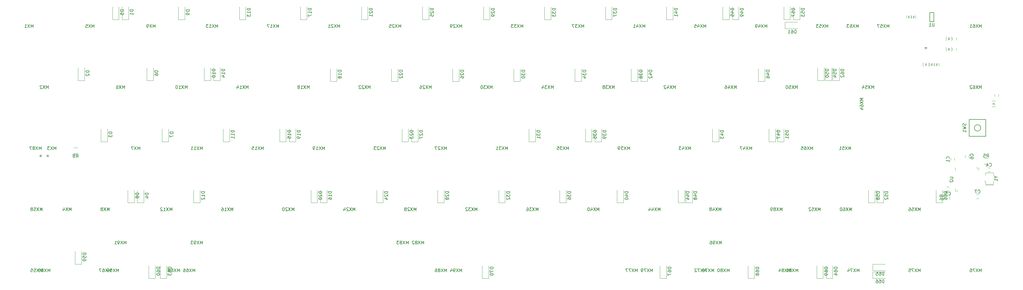
<source format=gbr>
%TF.GenerationSoftware,KiCad,Pcbnew,(5.1.11)-1*%
%TF.CreationDate,2022-11-09T22:12:29+07:00*%
%TF.ProjectId,Leopold Replacement,4c656f70-6f6c-4642-9052-65706c616365,rev?*%
%TF.SameCoordinates,Original*%
%TF.FileFunction,Legend,Bot*%
%TF.FilePolarity,Positive*%
%FSLAX46Y46*%
G04 Gerber Fmt 4.6, Leading zero omitted, Abs format (unit mm)*
G04 Created by KiCad (PCBNEW (5.1.11)-1) date 2022-11-09 22:12:29*
%MOMM*%
%LPD*%
G01*
G04 APERTURE LIST*
%ADD10C,0.100000*%
%ADD11C,0.120000*%
%ADD12C,0.150000*%
%ADD13C,0.200000*%
G04 APERTURE END LIST*
D10*
%TO.C,R11*%
X285860000Y-12105000D02*
X286260000Y-12205000D01*
X286260000Y-12005000D02*
X285860000Y-12105000D01*
X285860000Y-11905000D02*
X286260000Y-12005000D01*
X286260000Y-11805000D02*
X285860000Y-11905000D01*
X286260000Y-11605000D02*
X285860000Y-11705000D01*
X285860000Y-11705000D02*
X286260000Y-11805000D01*
X286260000Y-12205000D02*
X285860000Y-12305000D01*
D11*
X286760000Y-11530000D02*
X286760000Y-12380000D01*
X285360000Y-11530000D02*
X285360000Y-12380000D01*
D10*
%TO.C,R10*%
X284760000Y-11805000D02*
X284360000Y-11705000D01*
X284360000Y-11905000D02*
X284760000Y-11805000D01*
X284760000Y-12005000D02*
X284360000Y-11905000D01*
X284360000Y-12105000D02*
X284760000Y-12005000D01*
X284360000Y-12305000D02*
X284760000Y-12205000D01*
X284760000Y-12205000D02*
X284360000Y-12105000D01*
X284360000Y-11705000D02*
X284760000Y-11605000D01*
D11*
X283860000Y-12380000D02*
X283860000Y-11530000D01*
X285260000Y-12380000D02*
X285260000Y-11530000D01*
D10*
%TO.C,R4*%
X291904840Y-26639220D02*
X291504840Y-26539220D01*
X291504840Y-26739220D02*
X291904840Y-26639220D01*
X291904840Y-26839220D02*
X291504840Y-26739220D01*
X291504840Y-26939220D02*
X291904840Y-26839220D01*
X291504840Y-27139220D02*
X291904840Y-27039220D01*
X291904840Y-27039220D02*
X291504840Y-26939220D01*
X291504840Y-26539220D02*
X291904840Y-26439220D01*
D11*
X291004840Y-27214220D02*
X291004840Y-26364220D01*
X292404840Y-27214220D02*
X292404840Y-26364220D01*
D10*
%TO.C,R3*%
X293504840Y-26639220D02*
X293104840Y-26539220D01*
X293104840Y-26739220D02*
X293504840Y-26639220D01*
X293504840Y-26839220D02*
X293104840Y-26739220D01*
X293104840Y-26939220D02*
X293504840Y-26839220D01*
X293104840Y-27139220D02*
X293504840Y-27039220D01*
X293504840Y-27039220D02*
X293104840Y-26939220D01*
X293104840Y-26539220D02*
X293504840Y-26439220D01*
D11*
X292604840Y-27214220D02*
X292604840Y-26364220D01*
X294004840Y-27214220D02*
X294004840Y-26364220D01*
D10*
%TO.C,R9*%
X289718892Y-26739220D02*
X290118892Y-26839220D01*
X290118892Y-27039220D02*
X289718892Y-27139220D01*
X289718892Y-26539220D02*
X290118892Y-26639220D01*
X290118892Y-26439220D02*
X289718892Y-26539220D01*
X290118892Y-26639220D02*
X289718892Y-26739220D01*
X290118892Y-26839220D02*
X289718892Y-26939220D01*
X289718892Y-26939220D02*
X290118892Y-27039220D01*
D11*
X289038892Y-26189220D02*
X289038892Y-27389220D01*
X290798892Y-27389220D02*
X290798892Y-26189220D01*
%TO.C,D46*%
X239720932Y-32015800D02*
X237720932Y-32015800D01*
X237720932Y-32015800D02*
X237720932Y-28115800D01*
X239720932Y-32015800D02*
X239720932Y-28115800D01*
%TO.C,D42*%
X203120932Y-32015800D02*
X201120932Y-32015800D01*
X201120932Y-32015800D02*
X201120932Y-28115800D01*
X203120932Y-32015800D02*
X203120932Y-28115800D01*
%TO.C,D38*%
X200120932Y-32015800D02*
X198120932Y-32015800D01*
X198120932Y-32015800D02*
X198120932Y-28115800D01*
X200120932Y-32015800D02*
X200120932Y-28115800D01*
%TO.C,D34*%
X182570932Y-32015800D02*
X180570932Y-32015800D01*
X180570932Y-32015800D02*
X180570932Y-28115800D01*
X182570932Y-32015800D02*
X182570932Y-28115800D01*
%TO.C,D30*%
X163520932Y-32015800D02*
X161520932Y-32015800D01*
X161520932Y-32015800D02*
X161520932Y-28115800D01*
X163520932Y-32015800D02*
X163520932Y-28115800D01*
%TO.C,D26*%
X144470932Y-32015800D02*
X142470932Y-32015800D01*
X142470932Y-32015800D02*
X142470932Y-28115800D01*
X144470932Y-32015800D02*
X144470932Y-28115800D01*
%TO.C,D22*%
X125420932Y-32015800D02*
X123420932Y-32015800D01*
X123420932Y-32015800D02*
X123420932Y-28115800D01*
X125420932Y-32015800D02*
X125420932Y-28115800D01*
%TO.C,D18*%
X106370932Y-32015800D02*
X104370932Y-32015800D01*
X104370932Y-32015800D02*
X104370932Y-28115800D01*
X106370932Y-32015800D02*
X106370932Y-28115800D01*
%TO.C,D14*%
X70056656Y-31718142D02*
X68056656Y-31718142D01*
X68056656Y-31718142D02*
X68056656Y-27818142D01*
X70056656Y-31718142D02*
X70056656Y-27818142D01*
%TO.C,D10*%
X67080076Y-31718142D02*
X65080076Y-31718142D01*
X65080076Y-31718142D02*
X65080076Y-27818142D01*
X67080076Y-31718142D02*
X67080076Y-27818142D01*
%TO.C,D6*%
X49220596Y-31718142D02*
X47220596Y-31718142D01*
X47220596Y-31718142D02*
X47220596Y-27818142D01*
X49220596Y-31718142D02*
X49220596Y-27818142D01*
%TO.C,D2*%
X27789220Y-31718142D02*
X25789220Y-31718142D01*
X25789220Y-31718142D02*
X25789220Y-27818142D01*
X27789220Y-31718142D02*
X27789220Y-27818142D01*
%TO.C,D50*%
X258176512Y-31718142D02*
X258176512Y-27818142D01*
X256176512Y-31718142D02*
X256176512Y-27818142D01*
X258176512Y-31718142D02*
X256176512Y-31718142D01*
%TO.C,D51*%
X245674876Y-50768254D02*
X245674876Y-46868254D01*
X243674876Y-50768254D02*
X243674876Y-46868254D01*
X245674876Y-50768254D02*
X243674876Y-50768254D01*
%TO.C,D61*%
X245996772Y-15585242D02*
X249896772Y-15585242D01*
X245996772Y-13585242D02*
X249896772Y-13585242D01*
X245996772Y-15585242D02*
X245996772Y-13585242D01*
%TO.C,D62*%
X262939040Y-31718142D02*
X262939040Y-27818142D01*
X260939040Y-31718142D02*
X260939040Y-27818142D01*
X262939040Y-31718142D02*
X260939040Y-31718142D01*
D10*
%TO.C,R7*%
X311002610Y-39193198D02*
X311102610Y-38793198D01*
X311302610Y-38793198D02*
X311402610Y-39193198D01*
X310802610Y-39193198D02*
X310902610Y-38793198D01*
X310702610Y-38793198D02*
X310802610Y-39193198D01*
X310902610Y-38793198D02*
X311002610Y-39193198D01*
X311102610Y-38793198D02*
X311202610Y-39193198D01*
X311202610Y-39193198D02*
X311302610Y-38793198D01*
D11*
X310452610Y-39873198D02*
X311652610Y-39873198D01*
X311652610Y-38113198D02*
X310452610Y-38113198D01*
%TO.C,R2*%
X296182684Y-21426692D02*
X296182684Y-22626692D01*
X297942684Y-22626692D02*
X297942684Y-21426692D01*
D10*
X297262684Y-21876692D02*
X296862684Y-21776692D01*
X296862684Y-21976692D02*
X297262684Y-21876692D01*
X296862684Y-22176692D02*
X297262684Y-22076692D01*
X296862684Y-22376692D02*
X297262684Y-22276692D01*
X297262684Y-22276692D02*
X296862684Y-22176692D01*
X296862684Y-21776692D02*
X297262684Y-21676692D01*
X297262684Y-22076692D02*
X296862684Y-21976692D01*
%TO.C,R1*%
X296862684Y-18702454D02*
X297262684Y-18802454D01*
X297262684Y-19002454D02*
X296862684Y-19102454D01*
X296862684Y-18502454D02*
X297262684Y-18602454D01*
X297262684Y-18402454D02*
X296862684Y-18502454D01*
X297262684Y-18602454D02*
X296862684Y-18702454D01*
X297262684Y-18802454D02*
X296862684Y-18902454D01*
X296862684Y-18902454D02*
X297262684Y-19002454D01*
D11*
X296182684Y-18152454D02*
X296182684Y-19352454D01*
X297942684Y-19352454D02*
X297942684Y-18152454D01*
%TO.C,C8*%
X312545584Y-36664276D02*
X312545584Y-35964276D01*
X311345584Y-35964276D02*
X311345584Y-36664276D01*
%TO.C,C3*%
X299448632Y-22376692D02*
X299448632Y-21676692D01*
X298248632Y-21676692D02*
X298248632Y-22376692D01*
%TO.C,C2*%
X299448632Y-19102454D02*
X299448632Y-18402454D01*
X298248632Y-18402454D02*
X298248632Y-19102454D01*
%TO.C,C6*%
X302118186Y-55014388D02*
X302118186Y-55714388D01*
X303318186Y-55714388D02*
X303318186Y-55014388D01*
%TO.C,D3*%
X34934244Y-50768254D02*
X34934244Y-46868254D01*
X32934244Y-50768254D02*
X32934244Y-46868254D01*
X34934244Y-50768254D02*
X32934244Y-50768254D01*
%TO.C,D7*%
X53984244Y-50768254D02*
X53984244Y-46868254D01*
X51984244Y-50768254D02*
X51984244Y-46868254D01*
X53984244Y-50768254D02*
X51984244Y-50768254D01*
%TO.C,D43*%
X225434244Y-50768254D02*
X225434244Y-46868254D01*
X223434244Y-50768254D02*
X223434244Y-46868254D01*
X225434244Y-50768254D02*
X223434244Y-50768254D01*
%TO.C,D31*%
X168284244Y-50768254D02*
X168284244Y-46868254D01*
X166284244Y-50768254D02*
X166284244Y-46868254D01*
X168284244Y-50768254D02*
X166284244Y-50768254D01*
%TO.C,D27*%
X131684244Y-50768254D02*
X131684244Y-46868254D01*
X129684244Y-50768254D02*
X129684244Y-46868254D01*
X131684244Y-50768254D02*
X129684244Y-50768254D01*
%TO.C,D11*%
X73034244Y-50768254D02*
X73034244Y-46868254D01*
X71034244Y-50768254D02*
X71034244Y-46868254D01*
X73034244Y-50768254D02*
X71034244Y-50768254D01*
%TO.C,D23*%
X128684244Y-50768254D02*
X128684244Y-46868254D01*
X126684244Y-50768254D02*
X126684244Y-46868254D01*
X128684244Y-50768254D02*
X126684244Y-50768254D01*
%TO.C,D35*%
X185834244Y-50768254D02*
X185834244Y-46868254D01*
X183834244Y-50768254D02*
X183834244Y-46868254D01*
X185834244Y-50768254D02*
X183834244Y-50768254D01*
%TO.C,D15*%
X90584244Y-50768254D02*
X90584244Y-46868254D01*
X88584244Y-50768254D02*
X88584244Y-46868254D01*
X90584244Y-50768254D02*
X88584244Y-50768254D01*
%TO.C,D39*%
X188834244Y-50768254D02*
X188834244Y-46868254D01*
X186834244Y-50768254D02*
X186834244Y-46868254D01*
X188834244Y-50768254D02*
X186834244Y-50768254D01*
%TO.C,D47*%
X242995954Y-50768254D02*
X242995954Y-46868254D01*
X240995954Y-50768254D02*
X240995954Y-46868254D01*
X242995954Y-50768254D02*
X240995954Y-50768254D01*
%TO.C,D19*%
X93584244Y-50768254D02*
X93584244Y-46868254D01*
X91584244Y-50768254D02*
X91584244Y-46868254D01*
X93584244Y-50768254D02*
X91584244Y-50768254D01*
%TO.C,Y1*%
X308918186Y-64257760D02*
X308518186Y-64257760D01*
X308918186Y-64057760D02*
X308518186Y-64057760D01*
X308918186Y-60457760D02*
X308518186Y-60457760D01*
X310918186Y-64257760D02*
X308918186Y-64257760D01*
X308518186Y-63057760D02*
X308118186Y-63057760D01*
X308518186Y-63057760D02*
X308518186Y-64057760D01*
X308918186Y-64057760D02*
X310918186Y-64057760D01*
X310918186Y-64057760D02*
X310918186Y-63057760D01*
X310918186Y-61257760D02*
X310918186Y-60457760D01*
X310918186Y-60457760D02*
X308918186Y-60457760D01*
X308518186Y-60457760D02*
X308518186Y-61257760D01*
%TO.C,D44*%
X214717367Y-69785000D02*
X214717367Y-65885000D01*
X212717367Y-69785000D02*
X212717367Y-65885000D01*
X214717367Y-69785000D02*
X212717367Y-69785000D01*
%TO.C,D40*%
X195707367Y-69785000D02*
X195707367Y-65885000D01*
X193707367Y-69785000D02*
X193707367Y-65885000D01*
X195707367Y-69785000D02*
X193707367Y-69785000D01*
D12*
%TO.C,U1*%
X292400000Y-13450000D02*
X291100000Y-13450000D01*
X292400000Y-10550000D02*
X292400000Y-13450000D01*
X291100000Y-10550000D02*
X292400000Y-10550000D01*
X291100000Y-10550000D02*
X291100000Y-13450000D01*
D11*
%TO.C,D70*%
X153698554Y-93333348D02*
X153698554Y-89433348D01*
X151698554Y-93333348D02*
X151698554Y-89433348D01*
X153698554Y-93333348D02*
X151698554Y-93333348D01*
%TO.C,D69*%
X257878854Y-93333348D02*
X257878854Y-89433348D01*
X255878854Y-93333348D02*
X255878854Y-89433348D01*
X257878854Y-93333348D02*
X255878854Y-93333348D01*
%TO.C,D68*%
X236447478Y-93333348D02*
X236447478Y-89433348D01*
X234447478Y-93333348D02*
X234447478Y-89433348D01*
X236447478Y-93333348D02*
X234447478Y-93333348D01*
%TO.C,D67*%
X209062942Y-93333348D02*
X209062942Y-89433348D01*
X207062942Y-93333348D02*
X207062942Y-89433348D01*
X209062942Y-93333348D02*
X207062942Y-93333348D01*
%TO.C,D66*%
X273381308Y-93273980D02*
X277281308Y-93273980D01*
X273381308Y-91273980D02*
X277281308Y-91273980D01*
X273381308Y-93273980D02*
X273381308Y-91273980D01*
%TO.C,D65*%
X273381308Y-90892716D02*
X277281308Y-90892716D01*
X273381308Y-88892716D02*
X277281308Y-88892716D01*
X273381308Y-90892716D02*
X273381308Y-88892716D01*
%TO.C,D64*%
X260855434Y-93333348D02*
X260855434Y-89433348D01*
X258855434Y-93333348D02*
X258855434Y-89433348D01*
X260855434Y-93333348D02*
X258855434Y-93333348D01*
%TO.C,D63*%
X53387808Y-93333348D02*
X53387808Y-89433348D01*
X51387808Y-93333348D02*
X51387808Y-89433348D01*
X53387808Y-93333348D02*
X51387808Y-93333348D01*
%TO.C,D60*%
X49815912Y-93333348D02*
X49815912Y-89433348D01*
X47815912Y-93333348D02*
X47815912Y-89433348D01*
X49815912Y-93333348D02*
X47815912Y-93333348D01*
%TO.C,D59*%
X26844500Y-88868478D02*
X26844500Y-84968478D01*
X24844500Y-88868478D02*
X24844500Y-84968478D01*
X26844500Y-88868478D02*
X24844500Y-88868478D01*
D12*
%TO.C,SW1*%
X308600000Y-49100000D02*
X308600000Y-43900000D01*
X308600000Y-43900000D02*
X303400000Y-43900000D01*
X303400000Y-43900000D02*
X303400000Y-49100000D01*
X303400000Y-49100000D02*
X308600000Y-49100000D01*
X307000000Y-46500000D02*
G75*
G03*
X307000000Y-46500000I-1000000J0D01*
G01*
D11*
%TO.C,D24*%
X120812500Y-69785000D02*
X120812500Y-65885000D01*
X118812500Y-69785000D02*
X118812500Y-65885000D01*
X120812500Y-69785000D02*
X118812500Y-69785000D01*
%TO.C,D20*%
X100302500Y-69785000D02*
X100302500Y-65885000D01*
X98302500Y-69785000D02*
X98302500Y-65885000D01*
X100302500Y-69785000D02*
X98302500Y-69785000D01*
%TO.C,D28*%
X139822500Y-69785000D02*
X139822500Y-65885000D01*
X137822500Y-69785000D02*
X137822500Y-65885000D01*
X139822500Y-69785000D02*
X137822500Y-69785000D01*
%TO.C,D12*%
X63782500Y-69785000D02*
X63782500Y-65885000D01*
X61782500Y-69785000D02*
X61782500Y-65885000D01*
X63782500Y-69785000D02*
X61782500Y-69785000D01*
%TO.C,D16*%
X103302500Y-69785000D02*
X103302500Y-65885000D01*
X101302500Y-69785000D02*
X101302500Y-65885000D01*
X103302500Y-69785000D02*
X101302500Y-69785000D01*
%TO.C,D4*%
X46272500Y-69785000D02*
X46272500Y-65885000D01*
X44272500Y-69785000D02*
X44272500Y-65885000D01*
X46272500Y-69785000D02*
X44272500Y-69785000D01*
%TO.C,D8*%
X43272500Y-69785000D02*
X43272500Y-65885000D01*
X41272500Y-69785000D02*
X41272500Y-65885000D01*
X43272500Y-69785000D02*
X41272500Y-69785000D01*
%TO.C,D36*%
X177842500Y-69785000D02*
X177842500Y-65885000D01*
X175842500Y-69785000D02*
X175842500Y-65885000D01*
X177842500Y-69785000D02*
X175842500Y-69785000D01*
%TO.C,D32*%
X158832500Y-69785000D02*
X158832500Y-65885000D01*
X156832500Y-69785000D02*
X156832500Y-65885000D01*
X158832500Y-69785000D02*
X156832500Y-69785000D01*
%TO.C,D58*%
X274018750Y-69785000D02*
X272018750Y-69785000D01*
X272018750Y-69785000D02*
X272018750Y-65885000D01*
X274018750Y-69785000D02*
X274018750Y-65885000D01*
%TO.C,D52*%
X276629919Y-69785000D02*
X276629919Y-65885000D01*
X274629919Y-69785000D02*
X274629919Y-65885000D01*
X276629919Y-69785000D02*
X274629919Y-69785000D01*
%TO.C,D48*%
X217098619Y-69785000D02*
X217098619Y-65885000D01*
X215098619Y-69785000D02*
X215098619Y-65885000D01*
X217098619Y-69785000D02*
X215098619Y-69785000D01*
%TO.C,D56*%
X295084622Y-69785000D02*
X293084622Y-69785000D01*
X293084622Y-69785000D02*
X293084622Y-65885000D01*
X295084622Y-69785000D02*
X295084622Y-65885000D01*
%TO.C,D54*%
X260557776Y-31718142D02*
X260557776Y-27818142D01*
X258557776Y-31718142D02*
X258557776Y-27818142D01*
X260557776Y-31718142D02*
X258557776Y-31718142D01*
%TO.C,R8*%
X25603272Y-52698440D02*
X24403272Y-52698440D01*
X24403272Y-54458440D02*
X25603272Y-54458440D01*
%TO.C,U2*%
X299108186Y-65442760D02*
X299108186Y-66167760D01*
X299108186Y-66167760D02*
X299833186Y-66167760D01*
X306328186Y-59672760D02*
X306328186Y-58947760D01*
X306328186Y-58947760D02*
X305603186Y-58947760D01*
X306328186Y-65442760D02*
X306328186Y-66167760D01*
X306328186Y-66167760D02*
X305603186Y-66167760D01*
X299108186Y-59672760D02*
X299108186Y-58947760D01*
%TO.C,R6*%
X297347368Y-68763682D02*
X297347368Y-67563682D01*
X295587368Y-67563682D02*
X295587368Y-68763682D01*
%TO.C,R5*%
X308071346Y-57732678D02*
X309271346Y-57732678D01*
X309271346Y-55972678D02*
X308071346Y-55972678D01*
%TO.C,D57*%
X247630000Y-12755000D02*
X247630000Y-8855000D01*
X245630000Y-12755000D02*
X245630000Y-8855000D01*
X247630000Y-12755000D02*
X245630000Y-12755000D01*
%TO.C,D53*%
X250630000Y-12755000D02*
X250630000Y-8855000D01*
X248630000Y-12755000D02*
X248630000Y-8855000D01*
X250630000Y-12755000D02*
X248630000Y-12755000D01*
%TO.C,D49*%
X231620000Y-12755000D02*
X231620000Y-8855000D01*
X229620000Y-12755000D02*
X229620000Y-8855000D01*
X231620000Y-12755000D02*
X229620000Y-12755000D01*
%TO.C,D45*%
X228620000Y-12755000D02*
X228620000Y-8855000D01*
X226620000Y-12755000D02*
X226620000Y-8855000D01*
X228620000Y-12755000D02*
X226620000Y-12755000D01*
%TO.C,D41*%
X211110000Y-12755000D02*
X211110000Y-8855000D01*
X209110000Y-12755000D02*
X209110000Y-8855000D01*
X211110000Y-12755000D02*
X209110000Y-12755000D01*
%TO.C,D37*%
X192100000Y-12755000D02*
X192100000Y-8855000D01*
X190100000Y-12755000D02*
X190100000Y-8855000D01*
X192100000Y-12755000D02*
X190100000Y-12755000D01*
%TO.C,D33*%
X173090000Y-12755000D02*
X173090000Y-8855000D01*
X171090000Y-12755000D02*
X171090000Y-8855000D01*
X173090000Y-12755000D02*
X171090000Y-12755000D01*
%TO.C,D29*%
X154080000Y-12755000D02*
X154080000Y-8855000D01*
X152080000Y-12755000D02*
X152080000Y-8855000D01*
X154080000Y-12755000D02*
X152080000Y-12755000D01*
%TO.C,D25*%
X135070000Y-12755000D02*
X135070000Y-8855000D01*
X133070000Y-12755000D02*
X133070000Y-8855000D01*
X135070000Y-12755000D02*
X133070000Y-12755000D01*
%TO.C,D21*%
X116060000Y-12755000D02*
X116060000Y-8855000D01*
X114060000Y-12755000D02*
X114060000Y-8855000D01*
X116060000Y-12755000D02*
X114060000Y-12755000D01*
%TO.C,D17*%
X97050000Y-12755000D02*
X97050000Y-8855000D01*
X95050000Y-12755000D02*
X95050000Y-8855000D01*
X97050000Y-12755000D02*
X95050000Y-12755000D01*
%TO.C,D13*%
X78040000Y-12755000D02*
X78040000Y-8855000D01*
X76040000Y-12755000D02*
X76040000Y-8855000D01*
X78040000Y-12755000D02*
X76040000Y-12755000D01*
%TO.C,D9*%
X59030000Y-12755000D02*
X59030000Y-8855000D01*
X57030000Y-12755000D02*
X57030000Y-8855000D01*
X59030000Y-12755000D02*
X57030000Y-12755000D01*
%TO.C,D5*%
X38520000Y-12755000D02*
X38520000Y-8855000D01*
X36520000Y-12755000D02*
X36520000Y-8855000D01*
X38520000Y-12755000D02*
X36520000Y-12755000D01*
%TO.C,D1*%
X41520000Y-12755000D02*
X41520000Y-8855000D01*
X39520000Y-12755000D02*
X39520000Y-8855000D01*
X41520000Y-12755000D02*
X39520000Y-12755000D01*
%TO.C,C7*%
X305642424Y-68466024D02*
X306342424Y-68466024D01*
X306342424Y-67266024D02*
X305642424Y-67266024D01*
%TO.C,C5*%
X297115026Y-64884760D02*
X296415026Y-64884760D01*
X296415026Y-66084760D02*
X297115026Y-66084760D01*
%TO.C,C4*%
X309214320Y-60131600D02*
X309914320Y-60131600D01*
X309914320Y-58931600D02*
X309214320Y-58931600D01*
%TO.C,C1*%
X298853316Y-56607362D02*
X298853316Y-55907362D01*
X297653316Y-55907362D02*
X297653316Y-56607362D01*
%TO.C,MX96*%
D13*
X226230154Y-82679380D02*
X226230154Y-81679380D01*
X225896821Y-82393666D01*
X225563488Y-81679380D01*
X225563488Y-82679380D01*
X225182535Y-81679380D02*
X224515869Y-82679380D01*
X224515869Y-81679380D02*
X225182535Y-82679380D01*
X224087297Y-82679380D02*
X223896821Y-82679380D01*
X223801583Y-82631761D01*
X223753964Y-82584142D01*
X223658726Y-82441285D01*
X223611107Y-82250809D01*
X223611107Y-81869857D01*
X223658726Y-81774619D01*
X223706345Y-81727000D01*
X223801583Y-81679380D01*
X223992059Y-81679380D01*
X224087297Y-81727000D01*
X224134916Y-81774619D01*
X224182535Y-81869857D01*
X224182535Y-82107952D01*
X224134916Y-82203190D01*
X224087297Y-82250809D01*
X223992059Y-82298428D01*
X223801583Y-82298428D01*
X223706345Y-82250809D01*
X223658726Y-82203190D01*
X223611107Y-82107952D01*
X222753964Y-81679380D02*
X222944440Y-81679380D01*
X223039678Y-81727000D01*
X223087297Y-81774619D01*
X223182535Y-81917476D01*
X223230154Y-82107952D01*
X223230154Y-82488904D01*
X223182535Y-82584142D01*
X223134916Y-82631761D01*
X223039678Y-82679380D01*
X222849202Y-82679380D01*
X222753964Y-82631761D01*
X222706345Y-82584142D01*
X222658726Y-82488904D01*
X222658726Y-82250809D01*
X222706345Y-82155571D01*
X222753964Y-82107952D01*
X222849202Y-82060333D01*
X223039678Y-82060333D01*
X223134916Y-82107952D01*
X223182535Y-82155571D01*
X223230154Y-82250809D01*
%TO.C,MX52*%
X257020904Y-72305380D02*
X257020904Y-71305380D01*
X256687571Y-72019666D01*
X256354238Y-71305380D01*
X256354238Y-72305380D01*
X255973285Y-71305380D02*
X255306619Y-72305380D01*
X255306619Y-71305380D02*
X255973285Y-72305380D01*
X254449476Y-71305380D02*
X254925666Y-71305380D01*
X254973285Y-71781571D01*
X254925666Y-71733952D01*
X254830428Y-71686333D01*
X254592333Y-71686333D01*
X254497095Y-71733952D01*
X254449476Y-71781571D01*
X254401857Y-71876809D01*
X254401857Y-72114904D01*
X254449476Y-72210142D01*
X254497095Y-72257761D01*
X254592333Y-72305380D01*
X254830428Y-72305380D01*
X254925666Y-72257761D01*
X254973285Y-72210142D01*
X254020904Y-71400619D02*
X253973285Y-71353000D01*
X253878047Y-71305380D01*
X253639952Y-71305380D01*
X253544714Y-71353000D01*
X253497095Y-71400619D01*
X253449476Y-71495857D01*
X253449476Y-71591095D01*
X253497095Y-71733952D01*
X254068523Y-72305380D01*
X253449476Y-72305380D01*
%TO.C,MX35*%
X178604404Y-53295380D02*
X178604404Y-52295380D01*
X178271071Y-53009666D01*
X177937738Y-52295380D01*
X177937738Y-53295380D01*
X177556785Y-52295380D02*
X176890119Y-53295380D01*
X176890119Y-52295380D02*
X177556785Y-53295380D01*
X176604404Y-52295380D02*
X175985357Y-52295380D01*
X176318690Y-52676333D01*
X176175833Y-52676333D01*
X176080595Y-52723952D01*
X176032976Y-52771571D01*
X175985357Y-52866809D01*
X175985357Y-53104904D01*
X176032976Y-53200142D01*
X176080595Y-53247761D01*
X176175833Y-53295380D01*
X176461547Y-53295380D01*
X176556785Y-53247761D01*
X176604404Y-53200142D01*
X175080595Y-52295380D02*
X175556785Y-52295380D01*
X175604404Y-52771571D01*
X175556785Y-52723952D01*
X175461547Y-52676333D01*
X175223452Y-52676333D01*
X175128214Y-52723952D01*
X175080595Y-52771571D01*
X175032976Y-52866809D01*
X175032976Y-53104904D01*
X175080595Y-53200142D01*
X175128214Y-53247761D01*
X175223452Y-53295380D01*
X175461547Y-53295380D01*
X175556785Y-53247761D01*
X175604404Y-53200142D01*
%TO.C,D72*%
D12*
X289551547Y-21605428D02*
X290313452Y-21605428D01*
X289932500Y-21986380D02*
X289932500Y-21224476D01*
%TO.C,MX29*%
D13*
X145336904Y-15275380D02*
X145336904Y-14275380D01*
X145003571Y-14989666D01*
X144670238Y-14275380D01*
X144670238Y-15275380D01*
X144289285Y-14275380D02*
X143622619Y-15275380D01*
X143622619Y-14275380D02*
X144289285Y-15275380D01*
X143289285Y-14370619D02*
X143241666Y-14323000D01*
X143146428Y-14275380D01*
X142908333Y-14275380D01*
X142813095Y-14323000D01*
X142765476Y-14370619D01*
X142717857Y-14465857D01*
X142717857Y-14561095D01*
X142765476Y-14703952D01*
X143336904Y-15275380D01*
X142717857Y-15275380D01*
X142241666Y-15275380D02*
X142051190Y-15275380D01*
X141955952Y-15227761D01*
X141908333Y-15180142D01*
X141813095Y-15037285D01*
X141765476Y-14846809D01*
X141765476Y-14465857D01*
X141813095Y-14370619D01*
X141860714Y-14323000D01*
X141955952Y-14275380D01*
X142146428Y-14275380D01*
X142241666Y-14323000D01*
X142289285Y-14370619D01*
X142336904Y-14465857D01*
X142336904Y-14703952D01*
X142289285Y-14799190D01*
X142241666Y-14846809D01*
X142146428Y-14894428D01*
X141955952Y-14894428D01*
X141860714Y-14846809D01*
X141813095Y-14799190D01*
X141765476Y-14703952D01*
%TO.C,D46*%
D12*
X241173312Y-28551514D02*
X240173312Y-28551514D01*
X240173312Y-28789609D01*
X240220932Y-28932466D01*
X240316170Y-29027704D01*
X240411408Y-29075323D01*
X240601884Y-29122942D01*
X240744741Y-29122942D01*
X240935217Y-29075323D01*
X241030455Y-29027704D01*
X241125693Y-28932466D01*
X241173312Y-28789609D01*
X241173312Y-28551514D01*
X240506646Y-29980085D02*
X241173312Y-29980085D01*
X240125693Y-29741990D02*
X240839979Y-29503895D01*
X240839979Y-30122942D01*
X240173312Y-30932466D02*
X240173312Y-30741990D01*
X240220932Y-30646752D01*
X240268551Y-30599133D01*
X240411408Y-30503895D01*
X240601884Y-30456276D01*
X240982836Y-30456276D01*
X241078074Y-30503895D01*
X241125693Y-30551514D01*
X241173312Y-30646752D01*
X241173312Y-30837228D01*
X241125693Y-30932466D01*
X241078074Y-30980085D01*
X240982836Y-31027704D01*
X240744741Y-31027704D01*
X240649503Y-30980085D01*
X240601884Y-30932466D01*
X240554265Y-30837228D01*
X240554265Y-30646752D01*
X240601884Y-30551514D01*
X240649503Y-30503895D01*
X240744741Y-30456276D01*
%TO.C,D42*%
X204573312Y-28551514D02*
X203573312Y-28551514D01*
X203573312Y-28789609D01*
X203620932Y-28932466D01*
X203716170Y-29027704D01*
X203811408Y-29075323D01*
X204001884Y-29122942D01*
X204144741Y-29122942D01*
X204335217Y-29075323D01*
X204430455Y-29027704D01*
X204525693Y-28932466D01*
X204573312Y-28789609D01*
X204573312Y-28551514D01*
X203906646Y-29980085D02*
X204573312Y-29980085D01*
X203525693Y-29741990D02*
X204239979Y-29503895D01*
X204239979Y-30122942D01*
X203668551Y-30456276D02*
X203620932Y-30503895D01*
X203573312Y-30599133D01*
X203573312Y-30837228D01*
X203620932Y-30932466D01*
X203668551Y-30980085D01*
X203763789Y-31027704D01*
X203859027Y-31027704D01*
X204001884Y-30980085D01*
X204573312Y-30408657D01*
X204573312Y-31027704D01*
%TO.C,D38*%
X201573312Y-28551514D02*
X200573312Y-28551514D01*
X200573312Y-28789609D01*
X200620932Y-28932466D01*
X200716170Y-29027704D01*
X200811408Y-29075323D01*
X201001884Y-29122942D01*
X201144741Y-29122942D01*
X201335217Y-29075323D01*
X201430455Y-29027704D01*
X201525693Y-28932466D01*
X201573312Y-28789609D01*
X201573312Y-28551514D01*
X200573312Y-29456276D02*
X200573312Y-30075323D01*
X200954265Y-29741990D01*
X200954265Y-29884847D01*
X201001884Y-29980085D01*
X201049503Y-30027704D01*
X201144741Y-30075323D01*
X201382836Y-30075323D01*
X201478074Y-30027704D01*
X201525693Y-29980085D01*
X201573312Y-29884847D01*
X201573312Y-29599133D01*
X201525693Y-29503895D01*
X201478074Y-29456276D01*
X201001884Y-30646752D02*
X200954265Y-30551514D01*
X200906646Y-30503895D01*
X200811408Y-30456276D01*
X200763789Y-30456276D01*
X200668551Y-30503895D01*
X200620932Y-30551514D01*
X200573312Y-30646752D01*
X200573312Y-30837228D01*
X200620932Y-30932466D01*
X200668551Y-30980085D01*
X200763789Y-31027704D01*
X200811408Y-31027704D01*
X200906646Y-30980085D01*
X200954265Y-30932466D01*
X201001884Y-30837228D01*
X201001884Y-30646752D01*
X201049503Y-30551514D01*
X201097122Y-30503895D01*
X201192360Y-30456276D01*
X201382836Y-30456276D01*
X201478074Y-30503895D01*
X201525693Y-30551514D01*
X201573312Y-30646752D01*
X201573312Y-30837228D01*
X201525693Y-30932466D01*
X201478074Y-30980085D01*
X201382836Y-31027704D01*
X201192360Y-31027704D01*
X201097122Y-30980085D01*
X201049503Y-30932466D01*
X201001884Y-30837228D01*
%TO.C,D34*%
X184023312Y-28551514D02*
X183023312Y-28551514D01*
X183023312Y-28789609D01*
X183070932Y-28932466D01*
X183166170Y-29027704D01*
X183261408Y-29075323D01*
X183451884Y-29122942D01*
X183594741Y-29122942D01*
X183785217Y-29075323D01*
X183880455Y-29027704D01*
X183975693Y-28932466D01*
X184023312Y-28789609D01*
X184023312Y-28551514D01*
X183023312Y-29456276D02*
X183023312Y-30075323D01*
X183404265Y-29741990D01*
X183404265Y-29884847D01*
X183451884Y-29980085D01*
X183499503Y-30027704D01*
X183594741Y-30075323D01*
X183832836Y-30075323D01*
X183928074Y-30027704D01*
X183975693Y-29980085D01*
X184023312Y-29884847D01*
X184023312Y-29599133D01*
X183975693Y-29503895D01*
X183928074Y-29456276D01*
X183356646Y-30932466D02*
X184023312Y-30932466D01*
X182975693Y-30694371D02*
X183689979Y-30456276D01*
X183689979Y-31075323D01*
%TO.C,D30*%
X164973312Y-28551514D02*
X163973312Y-28551514D01*
X163973312Y-28789609D01*
X164020932Y-28932466D01*
X164116170Y-29027704D01*
X164211408Y-29075323D01*
X164401884Y-29122942D01*
X164544741Y-29122942D01*
X164735217Y-29075323D01*
X164830455Y-29027704D01*
X164925693Y-28932466D01*
X164973312Y-28789609D01*
X164973312Y-28551514D01*
X163973312Y-29456276D02*
X163973312Y-30075323D01*
X164354265Y-29741990D01*
X164354265Y-29884847D01*
X164401884Y-29980085D01*
X164449503Y-30027704D01*
X164544741Y-30075323D01*
X164782836Y-30075323D01*
X164878074Y-30027704D01*
X164925693Y-29980085D01*
X164973312Y-29884847D01*
X164973312Y-29599133D01*
X164925693Y-29503895D01*
X164878074Y-29456276D01*
X163973312Y-30694371D02*
X163973312Y-30789609D01*
X164020932Y-30884847D01*
X164068551Y-30932466D01*
X164163789Y-30980085D01*
X164354265Y-31027704D01*
X164592360Y-31027704D01*
X164782836Y-30980085D01*
X164878074Y-30932466D01*
X164925693Y-30884847D01*
X164973312Y-30789609D01*
X164973312Y-30694371D01*
X164925693Y-30599133D01*
X164878074Y-30551514D01*
X164782836Y-30503895D01*
X164592360Y-30456276D01*
X164354265Y-30456276D01*
X164163789Y-30503895D01*
X164068551Y-30551514D01*
X164020932Y-30599133D01*
X163973312Y-30694371D01*
%TO.C,D26*%
X145923312Y-28551514D02*
X144923312Y-28551514D01*
X144923312Y-28789609D01*
X144970932Y-28932466D01*
X145066170Y-29027704D01*
X145161408Y-29075323D01*
X145351884Y-29122942D01*
X145494741Y-29122942D01*
X145685217Y-29075323D01*
X145780455Y-29027704D01*
X145875693Y-28932466D01*
X145923312Y-28789609D01*
X145923312Y-28551514D01*
X145018551Y-29503895D02*
X144970932Y-29551514D01*
X144923312Y-29646752D01*
X144923312Y-29884847D01*
X144970932Y-29980085D01*
X145018551Y-30027704D01*
X145113789Y-30075323D01*
X145209027Y-30075323D01*
X145351884Y-30027704D01*
X145923312Y-29456276D01*
X145923312Y-30075323D01*
X144923312Y-30932466D02*
X144923312Y-30741990D01*
X144970932Y-30646752D01*
X145018551Y-30599133D01*
X145161408Y-30503895D01*
X145351884Y-30456276D01*
X145732836Y-30456276D01*
X145828074Y-30503895D01*
X145875693Y-30551514D01*
X145923312Y-30646752D01*
X145923312Y-30837228D01*
X145875693Y-30932466D01*
X145828074Y-30980085D01*
X145732836Y-31027704D01*
X145494741Y-31027704D01*
X145399503Y-30980085D01*
X145351884Y-30932466D01*
X145304265Y-30837228D01*
X145304265Y-30646752D01*
X145351884Y-30551514D01*
X145399503Y-30503895D01*
X145494741Y-30456276D01*
%TO.C,D22*%
X126873312Y-28551514D02*
X125873312Y-28551514D01*
X125873312Y-28789609D01*
X125920932Y-28932466D01*
X126016170Y-29027704D01*
X126111408Y-29075323D01*
X126301884Y-29122942D01*
X126444741Y-29122942D01*
X126635217Y-29075323D01*
X126730455Y-29027704D01*
X126825693Y-28932466D01*
X126873312Y-28789609D01*
X126873312Y-28551514D01*
X125968551Y-29503895D02*
X125920932Y-29551514D01*
X125873312Y-29646752D01*
X125873312Y-29884847D01*
X125920932Y-29980085D01*
X125968551Y-30027704D01*
X126063789Y-30075323D01*
X126159027Y-30075323D01*
X126301884Y-30027704D01*
X126873312Y-29456276D01*
X126873312Y-30075323D01*
X125968551Y-30456276D02*
X125920932Y-30503895D01*
X125873312Y-30599133D01*
X125873312Y-30837228D01*
X125920932Y-30932466D01*
X125968551Y-30980085D01*
X126063789Y-31027704D01*
X126159027Y-31027704D01*
X126301884Y-30980085D01*
X126873312Y-30408657D01*
X126873312Y-31027704D01*
%TO.C,D18*%
X107823312Y-28551514D02*
X106823312Y-28551514D01*
X106823312Y-28789609D01*
X106870932Y-28932466D01*
X106966170Y-29027704D01*
X107061408Y-29075323D01*
X107251884Y-29122942D01*
X107394741Y-29122942D01*
X107585217Y-29075323D01*
X107680455Y-29027704D01*
X107775693Y-28932466D01*
X107823312Y-28789609D01*
X107823312Y-28551514D01*
X107823312Y-30075323D02*
X107823312Y-29503895D01*
X107823312Y-29789609D02*
X106823312Y-29789609D01*
X106966170Y-29694371D01*
X107061408Y-29599133D01*
X107109027Y-29503895D01*
X107251884Y-30646752D02*
X107204265Y-30551514D01*
X107156646Y-30503895D01*
X107061408Y-30456276D01*
X107013789Y-30456276D01*
X106918551Y-30503895D01*
X106870932Y-30551514D01*
X106823312Y-30646752D01*
X106823312Y-30837228D01*
X106870932Y-30932466D01*
X106918551Y-30980085D01*
X107013789Y-31027704D01*
X107061408Y-31027704D01*
X107156646Y-30980085D01*
X107204265Y-30932466D01*
X107251884Y-30837228D01*
X107251884Y-30646752D01*
X107299503Y-30551514D01*
X107347122Y-30503895D01*
X107442360Y-30456276D01*
X107632836Y-30456276D01*
X107728074Y-30503895D01*
X107775693Y-30551514D01*
X107823312Y-30646752D01*
X107823312Y-30837228D01*
X107775693Y-30932466D01*
X107728074Y-30980085D01*
X107632836Y-31027704D01*
X107442360Y-31027704D01*
X107347122Y-30980085D01*
X107299503Y-30932466D01*
X107251884Y-30837228D01*
%TO.C,D14*%
X71509036Y-28253856D02*
X70509036Y-28253856D01*
X70509036Y-28491951D01*
X70556656Y-28634808D01*
X70651894Y-28730046D01*
X70747132Y-28777665D01*
X70937608Y-28825284D01*
X71080465Y-28825284D01*
X71270941Y-28777665D01*
X71366179Y-28730046D01*
X71461417Y-28634808D01*
X71509036Y-28491951D01*
X71509036Y-28253856D01*
X71509036Y-29777665D02*
X71509036Y-29206237D01*
X71509036Y-29491951D02*
X70509036Y-29491951D01*
X70651894Y-29396713D01*
X70747132Y-29301475D01*
X70794751Y-29206237D01*
X70842370Y-30634808D02*
X71509036Y-30634808D01*
X70461417Y-30396713D02*
X71175703Y-30158618D01*
X71175703Y-30777665D01*
%TO.C,D10*%
X68532456Y-28253856D02*
X67532456Y-28253856D01*
X67532456Y-28491951D01*
X67580076Y-28634808D01*
X67675314Y-28730046D01*
X67770552Y-28777665D01*
X67961028Y-28825284D01*
X68103885Y-28825284D01*
X68294361Y-28777665D01*
X68389599Y-28730046D01*
X68484837Y-28634808D01*
X68532456Y-28491951D01*
X68532456Y-28253856D01*
X68532456Y-29777665D02*
X68532456Y-29206237D01*
X68532456Y-29491951D02*
X67532456Y-29491951D01*
X67675314Y-29396713D01*
X67770552Y-29301475D01*
X67818171Y-29206237D01*
X67532456Y-30396713D02*
X67532456Y-30491951D01*
X67580076Y-30587189D01*
X67627695Y-30634808D01*
X67722933Y-30682427D01*
X67913409Y-30730046D01*
X68151504Y-30730046D01*
X68341980Y-30682427D01*
X68437218Y-30634808D01*
X68484837Y-30587189D01*
X68532456Y-30491951D01*
X68532456Y-30396713D01*
X68484837Y-30301475D01*
X68437218Y-30253856D01*
X68341980Y-30206237D01*
X68151504Y-30158618D01*
X67913409Y-30158618D01*
X67722933Y-30206237D01*
X67627695Y-30253856D01*
X67580076Y-30301475D01*
X67532456Y-30396713D01*
%TO.C,D6*%
X50672976Y-28730046D02*
X49672976Y-28730046D01*
X49672976Y-28968142D01*
X49720596Y-29110999D01*
X49815834Y-29206237D01*
X49911072Y-29253856D01*
X50101548Y-29301475D01*
X50244405Y-29301475D01*
X50434881Y-29253856D01*
X50530119Y-29206237D01*
X50625357Y-29110999D01*
X50672976Y-28968142D01*
X50672976Y-28730046D01*
X49672976Y-30158618D02*
X49672976Y-29968142D01*
X49720596Y-29872903D01*
X49768215Y-29825284D01*
X49911072Y-29730046D01*
X50101548Y-29682427D01*
X50482500Y-29682427D01*
X50577738Y-29730046D01*
X50625357Y-29777665D01*
X50672976Y-29872903D01*
X50672976Y-30063380D01*
X50625357Y-30158618D01*
X50577738Y-30206237D01*
X50482500Y-30253856D01*
X50244405Y-30253856D01*
X50149167Y-30206237D01*
X50101548Y-30158618D01*
X50053929Y-30063380D01*
X50053929Y-29872903D01*
X50101548Y-29777665D01*
X50149167Y-29730046D01*
X50244405Y-29682427D01*
%TO.C,D2*%
X29241600Y-28730046D02*
X28241600Y-28730046D01*
X28241600Y-28968142D01*
X28289220Y-29110999D01*
X28384458Y-29206237D01*
X28479696Y-29253856D01*
X28670172Y-29301475D01*
X28813029Y-29301475D01*
X29003505Y-29253856D01*
X29098743Y-29206237D01*
X29193981Y-29110999D01*
X29241600Y-28968142D01*
X29241600Y-28730046D01*
X28336839Y-29682427D02*
X28289220Y-29730046D01*
X28241600Y-29825284D01*
X28241600Y-30063380D01*
X28289220Y-30158618D01*
X28336839Y-30206237D01*
X28432077Y-30253856D01*
X28527315Y-30253856D01*
X28670172Y-30206237D01*
X29241600Y-29634808D01*
X29241600Y-30253856D01*
%TO.C,D50*%
X259628892Y-28253856D02*
X258628892Y-28253856D01*
X258628892Y-28491951D01*
X258676512Y-28634808D01*
X258771750Y-28730046D01*
X258866988Y-28777665D01*
X259057464Y-28825284D01*
X259200321Y-28825284D01*
X259390797Y-28777665D01*
X259486035Y-28730046D01*
X259581273Y-28634808D01*
X259628892Y-28491951D01*
X259628892Y-28253856D01*
X258628892Y-29730046D02*
X258628892Y-29253856D01*
X259105083Y-29206237D01*
X259057464Y-29253856D01*
X259009845Y-29349094D01*
X259009845Y-29587189D01*
X259057464Y-29682427D01*
X259105083Y-29730046D01*
X259200321Y-29777665D01*
X259438416Y-29777665D01*
X259533654Y-29730046D01*
X259581273Y-29682427D01*
X259628892Y-29587189D01*
X259628892Y-29349094D01*
X259581273Y-29253856D01*
X259533654Y-29206237D01*
X258628892Y-30396713D02*
X258628892Y-30491951D01*
X258676512Y-30587189D01*
X258724131Y-30634808D01*
X258819369Y-30682427D01*
X259009845Y-30730046D01*
X259247940Y-30730046D01*
X259438416Y-30682427D01*
X259533654Y-30634808D01*
X259581273Y-30587189D01*
X259628892Y-30491951D01*
X259628892Y-30396713D01*
X259581273Y-30301475D01*
X259533654Y-30253856D01*
X259438416Y-30206237D01*
X259247940Y-30158618D01*
X259009845Y-30158618D01*
X258819369Y-30206237D01*
X258724131Y-30253856D01*
X258676512Y-30301475D01*
X258628892Y-30396713D01*
%TO.C,D51*%
X247127256Y-47303968D02*
X246127256Y-47303968D01*
X246127256Y-47542063D01*
X246174876Y-47684920D01*
X246270114Y-47780158D01*
X246365352Y-47827777D01*
X246555828Y-47875396D01*
X246698685Y-47875396D01*
X246889161Y-47827777D01*
X246984399Y-47780158D01*
X247079637Y-47684920D01*
X247127256Y-47542063D01*
X247127256Y-47303968D01*
X246127256Y-48780158D02*
X246127256Y-48303968D01*
X246603447Y-48256349D01*
X246555828Y-48303968D01*
X246508209Y-48399206D01*
X246508209Y-48637301D01*
X246555828Y-48732539D01*
X246603447Y-48780158D01*
X246698685Y-48827777D01*
X246936780Y-48827777D01*
X247032018Y-48780158D01*
X247079637Y-48732539D01*
X247127256Y-48637301D01*
X247127256Y-48399206D01*
X247079637Y-48303968D01*
X247032018Y-48256349D01*
X247127256Y-49780158D02*
X247127256Y-49208730D01*
X247127256Y-49494444D02*
X246127256Y-49494444D01*
X246270114Y-49399206D01*
X246365352Y-49303968D01*
X246412971Y-49208730D01*
%TO.C,D61*%
X249461057Y-17037622D02*
X249461057Y-16037622D01*
X249222962Y-16037622D01*
X249080105Y-16085242D01*
X248984867Y-16180480D01*
X248937248Y-16275718D01*
X248889629Y-16466194D01*
X248889629Y-16609051D01*
X248937248Y-16799527D01*
X248984867Y-16894765D01*
X249080105Y-16990003D01*
X249222962Y-17037622D01*
X249461057Y-17037622D01*
X248032486Y-16037622D02*
X248222962Y-16037622D01*
X248318200Y-16085242D01*
X248365819Y-16132861D01*
X248461057Y-16275718D01*
X248508676Y-16466194D01*
X248508676Y-16847146D01*
X248461057Y-16942384D01*
X248413438Y-16990003D01*
X248318200Y-17037622D01*
X248127724Y-17037622D01*
X248032486Y-16990003D01*
X247984867Y-16942384D01*
X247937248Y-16847146D01*
X247937248Y-16609051D01*
X247984867Y-16513813D01*
X248032486Y-16466194D01*
X248127724Y-16418575D01*
X248318200Y-16418575D01*
X248413438Y-16466194D01*
X248461057Y-16513813D01*
X248508676Y-16609051D01*
X246984867Y-17037622D02*
X247556295Y-17037622D01*
X247270581Y-17037622D02*
X247270581Y-16037622D01*
X247365819Y-16180480D01*
X247461057Y-16275718D01*
X247556295Y-16323337D01*
%TO.C,D62*%
X264391420Y-28253856D02*
X263391420Y-28253856D01*
X263391420Y-28491951D01*
X263439040Y-28634808D01*
X263534278Y-28730046D01*
X263629516Y-28777665D01*
X263819992Y-28825284D01*
X263962849Y-28825284D01*
X264153325Y-28777665D01*
X264248563Y-28730046D01*
X264343801Y-28634808D01*
X264391420Y-28491951D01*
X264391420Y-28253856D01*
X263391420Y-29682427D02*
X263391420Y-29491951D01*
X263439040Y-29396713D01*
X263486659Y-29349094D01*
X263629516Y-29253856D01*
X263819992Y-29206237D01*
X264200944Y-29206237D01*
X264296182Y-29253856D01*
X264343801Y-29301475D01*
X264391420Y-29396713D01*
X264391420Y-29587189D01*
X264343801Y-29682427D01*
X264296182Y-29730046D01*
X264200944Y-29777665D01*
X263962849Y-29777665D01*
X263867611Y-29730046D01*
X263819992Y-29682427D01*
X263772373Y-29587189D01*
X263772373Y-29396713D01*
X263819992Y-29301475D01*
X263867611Y-29253856D01*
X263962849Y-29206237D01*
X263486659Y-30158618D02*
X263439040Y-30206237D01*
X263391420Y-30301475D01*
X263391420Y-30539570D01*
X263439040Y-30634808D01*
X263486659Y-30682427D01*
X263581897Y-30730046D01*
X263677135Y-30730046D01*
X263819992Y-30682427D01*
X264391420Y-30110999D01*
X264391420Y-30730046D01*
%TO.C,MX51*%
D13*
X266525904Y-53295380D02*
X266525904Y-52295380D01*
X266192571Y-53009666D01*
X265859238Y-52295380D01*
X265859238Y-53295380D01*
X265478285Y-52295380D02*
X264811619Y-53295380D01*
X264811619Y-52295380D02*
X265478285Y-53295380D01*
X263954476Y-52295380D02*
X264430666Y-52295380D01*
X264478285Y-52771571D01*
X264430666Y-52723952D01*
X264335428Y-52676333D01*
X264097333Y-52676333D01*
X264002095Y-52723952D01*
X263954476Y-52771571D01*
X263906857Y-52866809D01*
X263906857Y-53104904D01*
X263954476Y-53200142D01*
X264002095Y-53247761D01*
X264097333Y-53295380D01*
X264335428Y-53295380D01*
X264430666Y-53247761D01*
X264478285Y-53200142D01*
X262954476Y-53295380D02*
X263525904Y-53295380D01*
X263240190Y-53295380D02*
X263240190Y-52295380D01*
X263335428Y-52438238D01*
X263430666Y-52533476D01*
X263525904Y-52581095D01*
%TO.C,C6*%
D12*
X304575328Y-55197721D02*
X304622947Y-55150102D01*
X304670566Y-55007245D01*
X304670566Y-54912007D01*
X304622947Y-54769149D01*
X304527709Y-54673911D01*
X304432471Y-54626292D01*
X304241995Y-54578673D01*
X304099138Y-54578673D01*
X303908662Y-54626292D01*
X303813424Y-54673911D01*
X303718186Y-54769149D01*
X303670566Y-54912007D01*
X303670566Y-55007245D01*
X303718186Y-55150102D01*
X303765805Y-55197721D01*
X303670566Y-56054864D02*
X303670566Y-55864388D01*
X303718186Y-55769149D01*
X303765805Y-55721530D01*
X303908662Y-55626292D01*
X304099138Y-55578673D01*
X304480090Y-55578673D01*
X304575328Y-55626292D01*
X304622947Y-55673911D01*
X304670566Y-55769149D01*
X304670566Y-55959626D01*
X304622947Y-56054864D01*
X304575328Y-56102483D01*
X304480090Y-56150102D01*
X304241995Y-56150102D01*
X304146757Y-56102483D01*
X304099138Y-56054864D01*
X304051519Y-55959626D01*
X304051519Y-55769149D01*
X304099138Y-55673911D01*
X304146757Y-55626292D01*
X304241995Y-55578673D01*
%TO.C,D3*%
X36386624Y-47780158D02*
X35386624Y-47780158D01*
X35386624Y-48018254D01*
X35434244Y-48161111D01*
X35529482Y-48256349D01*
X35624720Y-48303968D01*
X35815196Y-48351587D01*
X35958053Y-48351587D01*
X36148529Y-48303968D01*
X36243767Y-48256349D01*
X36339005Y-48161111D01*
X36386624Y-48018254D01*
X36386624Y-47780158D01*
X35386624Y-48684920D02*
X35386624Y-49303968D01*
X35767577Y-48970634D01*
X35767577Y-49113492D01*
X35815196Y-49208730D01*
X35862815Y-49256349D01*
X35958053Y-49303968D01*
X36196148Y-49303968D01*
X36291386Y-49256349D01*
X36339005Y-49208730D01*
X36386624Y-49113492D01*
X36386624Y-48827777D01*
X36339005Y-48732539D01*
X36291386Y-48684920D01*
%TO.C,D7*%
X55436624Y-47780158D02*
X54436624Y-47780158D01*
X54436624Y-48018254D01*
X54484244Y-48161111D01*
X54579482Y-48256349D01*
X54674720Y-48303968D01*
X54865196Y-48351587D01*
X55008053Y-48351587D01*
X55198529Y-48303968D01*
X55293767Y-48256349D01*
X55389005Y-48161111D01*
X55436624Y-48018254D01*
X55436624Y-47780158D01*
X54436624Y-48684920D02*
X54436624Y-49351587D01*
X55436624Y-48923015D01*
%TO.C,D43*%
X226886624Y-47303968D02*
X225886624Y-47303968D01*
X225886624Y-47542063D01*
X225934244Y-47684920D01*
X226029482Y-47780158D01*
X226124720Y-47827777D01*
X226315196Y-47875396D01*
X226458053Y-47875396D01*
X226648529Y-47827777D01*
X226743767Y-47780158D01*
X226839005Y-47684920D01*
X226886624Y-47542063D01*
X226886624Y-47303968D01*
X226219958Y-48732539D02*
X226886624Y-48732539D01*
X225839005Y-48494444D02*
X226553291Y-48256349D01*
X226553291Y-48875396D01*
X225886624Y-49161111D02*
X225886624Y-49780158D01*
X226267577Y-49446825D01*
X226267577Y-49589682D01*
X226315196Y-49684920D01*
X226362815Y-49732539D01*
X226458053Y-49780158D01*
X226696148Y-49780158D01*
X226791386Y-49732539D01*
X226839005Y-49684920D01*
X226886624Y-49589682D01*
X226886624Y-49303968D01*
X226839005Y-49208730D01*
X226791386Y-49161111D01*
%TO.C,D31*%
X169736624Y-47303968D02*
X168736624Y-47303968D01*
X168736624Y-47542063D01*
X168784244Y-47684920D01*
X168879482Y-47780158D01*
X168974720Y-47827777D01*
X169165196Y-47875396D01*
X169308053Y-47875396D01*
X169498529Y-47827777D01*
X169593767Y-47780158D01*
X169689005Y-47684920D01*
X169736624Y-47542063D01*
X169736624Y-47303968D01*
X168736624Y-48208730D02*
X168736624Y-48827777D01*
X169117577Y-48494444D01*
X169117577Y-48637301D01*
X169165196Y-48732539D01*
X169212815Y-48780158D01*
X169308053Y-48827777D01*
X169546148Y-48827777D01*
X169641386Y-48780158D01*
X169689005Y-48732539D01*
X169736624Y-48637301D01*
X169736624Y-48351587D01*
X169689005Y-48256349D01*
X169641386Y-48208730D01*
X169736624Y-49780158D02*
X169736624Y-49208730D01*
X169736624Y-49494444D02*
X168736624Y-49494444D01*
X168879482Y-49399206D01*
X168974720Y-49303968D01*
X169022339Y-49208730D01*
%TO.C,D27*%
X133136624Y-47303968D02*
X132136624Y-47303968D01*
X132136624Y-47542063D01*
X132184244Y-47684920D01*
X132279482Y-47780158D01*
X132374720Y-47827777D01*
X132565196Y-47875396D01*
X132708053Y-47875396D01*
X132898529Y-47827777D01*
X132993767Y-47780158D01*
X133089005Y-47684920D01*
X133136624Y-47542063D01*
X133136624Y-47303968D01*
X132231863Y-48256349D02*
X132184244Y-48303968D01*
X132136624Y-48399206D01*
X132136624Y-48637301D01*
X132184244Y-48732539D01*
X132231863Y-48780158D01*
X132327101Y-48827777D01*
X132422339Y-48827777D01*
X132565196Y-48780158D01*
X133136624Y-48208730D01*
X133136624Y-48827777D01*
X132136624Y-49161111D02*
X132136624Y-49827777D01*
X133136624Y-49399206D01*
%TO.C,D11*%
X74486624Y-47303968D02*
X73486624Y-47303968D01*
X73486624Y-47542063D01*
X73534244Y-47684920D01*
X73629482Y-47780158D01*
X73724720Y-47827777D01*
X73915196Y-47875396D01*
X74058053Y-47875396D01*
X74248529Y-47827777D01*
X74343767Y-47780158D01*
X74439005Y-47684920D01*
X74486624Y-47542063D01*
X74486624Y-47303968D01*
X74486624Y-48827777D02*
X74486624Y-48256349D01*
X74486624Y-48542063D02*
X73486624Y-48542063D01*
X73629482Y-48446825D01*
X73724720Y-48351587D01*
X73772339Y-48256349D01*
X74486624Y-49780158D02*
X74486624Y-49208730D01*
X74486624Y-49494444D02*
X73486624Y-49494444D01*
X73629482Y-49399206D01*
X73724720Y-49303968D01*
X73772339Y-49208730D01*
%TO.C,D23*%
X130136624Y-47303968D02*
X129136624Y-47303968D01*
X129136624Y-47542063D01*
X129184244Y-47684920D01*
X129279482Y-47780158D01*
X129374720Y-47827777D01*
X129565196Y-47875396D01*
X129708053Y-47875396D01*
X129898529Y-47827777D01*
X129993767Y-47780158D01*
X130089005Y-47684920D01*
X130136624Y-47542063D01*
X130136624Y-47303968D01*
X129231863Y-48256349D02*
X129184244Y-48303968D01*
X129136624Y-48399206D01*
X129136624Y-48637301D01*
X129184244Y-48732539D01*
X129231863Y-48780158D01*
X129327101Y-48827777D01*
X129422339Y-48827777D01*
X129565196Y-48780158D01*
X130136624Y-48208730D01*
X130136624Y-48827777D01*
X129136624Y-49161111D02*
X129136624Y-49780158D01*
X129517577Y-49446825D01*
X129517577Y-49589682D01*
X129565196Y-49684920D01*
X129612815Y-49732539D01*
X129708053Y-49780158D01*
X129946148Y-49780158D01*
X130041386Y-49732539D01*
X130089005Y-49684920D01*
X130136624Y-49589682D01*
X130136624Y-49303968D01*
X130089005Y-49208730D01*
X130041386Y-49161111D01*
%TO.C,D35*%
X187286624Y-47303968D02*
X186286624Y-47303968D01*
X186286624Y-47542063D01*
X186334244Y-47684920D01*
X186429482Y-47780158D01*
X186524720Y-47827777D01*
X186715196Y-47875396D01*
X186858053Y-47875396D01*
X187048529Y-47827777D01*
X187143767Y-47780158D01*
X187239005Y-47684920D01*
X187286624Y-47542063D01*
X187286624Y-47303968D01*
X186286624Y-48208730D02*
X186286624Y-48827777D01*
X186667577Y-48494444D01*
X186667577Y-48637301D01*
X186715196Y-48732539D01*
X186762815Y-48780158D01*
X186858053Y-48827777D01*
X187096148Y-48827777D01*
X187191386Y-48780158D01*
X187239005Y-48732539D01*
X187286624Y-48637301D01*
X187286624Y-48351587D01*
X187239005Y-48256349D01*
X187191386Y-48208730D01*
X186286624Y-49732539D02*
X186286624Y-49256349D01*
X186762815Y-49208730D01*
X186715196Y-49256349D01*
X186667577Y-49351587D01*
X186667577Y-49589682D01*
X186715196Y-49684920D01*
X186762815Y-49732539D01*
X186858053Y-49780158D01*
X187096148Y-49780158D01*
X187191386Y-49732539D01*
X187239005Y-49684920D01*
X187286624Y-49589682D01*
X187286624Y-49351587D01*
X187239005Y-49256349D01*
X187191386Y-49208730D01*
%TO.C,D15*%
X92036624Y-47303968D02*
X91036624Y-47303968D01*
X91036624Y-47542063D01*
X91084244Y-47684920D01*
X91179482Y-47780158D01*
X91274720Y-47827777D01*
X91465196Y-47875396D01*
X91608053Y-47875396D01*
X91798529Y-47827777D01*
X91893767Y-47780158D01*
X91989005Y-47684920D01*
X92036624Y-47542063D01*
X92036624Y-47303968D01*
X92036624Y-48827777D02*
X92036624Y-48256349D01*
X92036624Y-48542063D02*
X91036624Y-48542063D01*
X91179482Y-48446825D01*
X91274720Y-48351587D01*
X91322339Y-48256349D01*
X91036624Y-49732539D02*
X91036624Y-49256349D01*
X91512815Y-49208730D01*
X91465196Y-49256349D01*
X91417577Y-49351587D01*
X91417577Y-49589682D01*
X91465196Y-49684920D01*
X91512815Y-49732539D01*
X91608053Y-49780158D01*
X91846148Y-49780158D01*
X91941386Y-49732539D01*
X91989005Y-49684920D01*
X92036624Y-49589682D01*
X92036624Y-49351587D01*
X91989005Y-49256349D01*
X91941386Y-49208730D01*
%TO.C,D39*%
X190286624Y-47303968D02*
X189286624Y-47303968D01*
X189286624Y-47542063D01*
X189334244Y-47684920D01*
X189429482Y-47780158D01*
X189524720Y-47827777D01*
X189715196Y-47875396D01*
X189858053Y-47875396D01*
X190048529Y-47827777D01*
X190143767Y-47780158D01*
X190239005Y-47684920D01*
X190286624Y-47542063D01*
X190286624Y-47303968D01*
X189286624Y-48208730D02*
X189286624Y-48827777D01*
X189667577Y-48494444D01*
X189667577Y-48637301D01*
X189715196Y-48732539D01*
X189762815Y-48780158D01*
X189858053Y-48827777D01*
X190096148Y-48827777D01*
X190191386Y-48780158D01*
X190239005Y-48732539D01*
X190286624Y-48637301D01*
X190286624Y-48351587D01*
X190239005Y-48256349D01*
X190191386Y-48208730D01*
X190286624Y-49303968D02*
X190286624Y-49494444D01*
X190239005Y-49589682D01*
X190191386Y-49637301D01*
X190048529Y-49732539D01*
X189858053Y-49780158D01*
X189477101Y-49780158D01*
X189381863Y-49732539D01*
X189334244Y-49684920D01*
X189286624Y-49589682D01*
X189286624Y-49399206D01*
X189334244Y-49303968D01*
X189381863Y-49256349D01*
X189477101Y-49208730D01*
X189715196Y-49208730D01*
X189810434Y-49256349D01*
X189858053Y-49303968D01*
X189905672Y-49399206D01*
X189905672Y-49589682D01*
X189858053Y-49684920D01*
X189810434Y-49732539D01*
X189715196Y-49780158D01*
%TO.C,D47*%
X244448334Y-47303968D02*
X243448334Y-47303968D01*
X243448334Y-47542063D01*
X243495954Y-47684920D01*
X243591192Y-47780158D01*
X243686430Y-47827777D01*
X243876906Y-47875396D01*
X244019763Y-47875396D01*
X244210239Y-47827777D01*
X244305477Y-47780158D01*
X244400715Y-47684920D01*
X244448334Y-47542063D01*
X244448334Y-47303968D01*
X243781668Y-48732539D02*
X244448334Y-48732539D01*
X243400715Y-48494444D02*
X244115001Y-48256349D01*
X244115001Y-48875396D01*
X243448334Y-49161111D02*
X243448334Y-49827777D01*
X244448334Y-49399206D01*
%TO.C,D19*%
X95036624Y-47303968D02*
X94036624Y-47303968D01*
X94036624Y-47542063D01*
X94084244Y-47684920D01*
X94179482Y-47780158D01*
X94274720Y-47827777D01*
X94465196Y-47875396D01*
X94608053Y-47875396D01*
X94798529Y-47827777D01*
X94893767Y-47780158D01*
X94989005Y-47684920D01*
X95036624Y-47542063D01*
X95036624Y-47303968D01*
X95036624Y-48827777D02*
X95036624Y-48256349D01*
X95036624Y-48542063D02*
X94036624Y-48542063D01*
X94179482Y-48446825D01*
X94274720Y-48351587D01*
X94322339Y-48256349D01*
X95036624Y-49303968D02*
X95036624Y-49494444D01*
X94989005Y-49589682D01*
X94941386Y-49637301D01*
X94798529Y-49732539D01*
X94608053Y-49780158D01*
X94227101Y-49780158D01*
X94131863Y-49732539D01*
X94084244Y-49684920D01*
X94036624Y-49589682D01*
X94036624Y-49399206D01*
X94084244Y-49303968D01*
X94131863Y-49256349D01*
X94227101Y-49208730D01*
X94465196Y-49208730D01*
X94560434Y-49256349D01*
X94608053Y-49303968D01*
X94655672Y-49399206D01*
X94655672Y-49589682D01*
X94608053Y-49684920D01*
X94560434Y-49732539D01*
X94465196Y-49780158D01*
%TO.C,Y1*%
X311694376Y-61781569D02*
X312170566Y-61781569D01*
X311170566Y-61448236D02*
X311694376Y-61781569D01*
X311170566Y-62114902D01*
X312170566Y-62972045D02*
X312170566Y-62400617D01*
X312170566Y-62686331D02*
X311170566Y-62686331D01*
X311313424Y-62591093D01*
X311408662Y-62495855D01*
X311456281Y-62400617D01*
%TO.C,MX94*%
D13*
X145336654Y-91315380D02*
X145336654Y-90315380D01*
X145003321Y-91029666D01*
X144669988Y-90315380D01*
X144669988Y-91315380D01*
X144289035Y-90315380D02*
X143622369Y-91315380D01*
X143622369Y-90315380D02*
X144289035Y-91315380D01*
X143193797Y-91315380D02*
X143003321Y-91315380D01*
X142908083Y-91267761D01*
X142860464Y-91220142D01*
X142765226Y-91077285D01*
X142717607Y-90886809D01*
X142717607Y-90505857D01*
X142765226Y-90410619D01*
X142812845Y-90363000D01*
X142908083Y-90315380D01*
X143098559Y-90315380D01*
X143193797Y-90363000D01*
X143241416Y-90410619D01*
X143289035Y-90505857D01*
X143289035Y-90743952D01*
X143241416Y-90839190D01*
X143193797Y-90886809D01*
X143098559Y-90934428D01*
X142908083Y-90934428D01*
X142812845Y-90886809D01*
X142765226Y-90839190D01*
X142717607Y-90743952D01*
X141860464Y-90648714D02*
X141860464Y-91315380D01*
X142098559Y-90267761D02*
X142336654Y-90982047D01*
X141717607Y-90982047D01*
%TO.C,MX93*%
X64544404Y-82679380D02*
X64544404Y-81679380D01*
X64211071Y-82393666D01*
X63877738Y-81679380D01*
X63877738Y-82679380D01*
X63496785Y-81679380D02*
X62830119Y-82679380D01*
X62830119Y-81679380D02*
X63496785Y-82679380D01*
X62401547Y-82679380D02*
X62211071Y-82679380D01*
X62115833Y-82631761D01*
X62068214Y-82584142D01*
X61972976Y-82441285D01*
X61925357Y-82250809D01*
X61925357Y-81869857D01*
X61972976Y-81774619D01*
X62020595Y-81727000D01*
X62115833Y-81679380D01*
X62306309Y-81679380D01*
X62401547Y-81727000D01*
X62449166Y-81774619D01*
X62496785Y-81869857D01*
X62496785Y-82107952D01*
X62449166Y-82203190D01*
X62401547Y-82250809D01*
X62306309Y-82298428D01*
X62115833Y-82298428D01*
X62020595Y-82250809D01*
X61972976Y-82203190D01*
X61925357Y-82107952D01*
X61592023Y-81679380D02*
X60972976Y-81679380D01*
X61306309Y-82060333D01*
X61163452Y-82060333D01*
X61068214Y-82107952D01*
X61020595Y-82155571D01*
X60972976Y-82250809D01*
X60972976Y-82488904D01*
X61020595Y-82584142D01*
X61068214Y-82631761D01*
X61163452Y-82679380D01*
X61449166Y-82679380D01*
X61544404Y-82631761D01*
X61592023Y-82584142D01*
%TO.C,MX91*%
X40781904Y-82679380D02*
X40781904Y-81679380D01*
X40448571Y-82393666D01*
X40115238Y-81679380D01*
X40115238Y-82679380D01*
X39734285Y-81679380D02*
X39067619Y-82679380D01*
X39067619Y-81679380D02*
X39734285Y-82679380D01*
X38639047Y-82679380D02*
X38448571Y-82679380D01*
X38353333Y-82631761D01*
X38305714Y-82584142D01*
X38210476Y-82441285D01*
X38162857Y-82250809D01*
X38162857Y-81869857D01*
X38210476Y-81774619D01*
X38258095Y-81727000D01*
X38353333Y-81679380D01*
X38543809Y-81679380D01*
X38639047Y-81727000D01*
X38686666Y-81774619D01*
X38734285Y-81869857D01*
X38734285Y-82107952D01*
X38686666Y-82203190D01*
X38639047Y-82250809D01*
X38543809Y-82298428D01*
X38353333Y-82298428D01*
X38258095Y-82250809D01*
X38210476Y-82203190D01*
X38162857Y-82107952D01*
X37210476Y-82679380D02*
X37781904Y-82679380D01*
X37496190Y-82679380D02*
X37496190Y-81679380D01*
X37591428Y-81822238D01*
X37686666Y-81917476D01*
X37781904Y-81965095D01*
%TO.C,D44*%
D12*
X216169747Y-66320714D02*
X215169747Y-66320714D01*
X215169747Y-66558809D01*
X215217367Y-66701666D01*
X215312605Y-66796904D01*
X215407843Y-66844523D01*
X215598319Y-66892142D01*
X215741176Y-66892142D01*
X215931652Y-66844523D01*
X216026890Y-66796904D01*
X216122128Y-66701666D01*
X216169747Y-66558809D01*
X216169747Y-66320714D01*
X215503081Y-67749285D02*
X216169747Y-67749285D01*
X215122128Y-67511190D02*
X215836414Y-67273095D01*
X215836414Y-67892142D01*
X215503081Y-68701666D02*
X216169747Y-68701666D01*
X215122128Y-68463571D02*
X215836414Y-68225476D01*
X215836414Y-68844523D01*
%TO.C,D40*%
X197159747Y-66320714D02*
X196159747Y-66320714D01*
X196159747Y-66558809D01*
X196207367Y-66701666D01*
X196302605Y-66796904D01*
X196397843Y-66844523D01*
X196588319Y-66892142D01*
X196731176Y-66892142D01*
X196921652Y-66844523D01*
X197016890Y-66796904D01*
X197112128Y-66701666D01*
X197159747Y-66558809D01*
X197159747Y-66320714D01*
X196493081Y-67749285D02*
X197159747Y-67749285D01*
X196112128Y-67511190D02*
X196826414Y-67273095D01*
X196826414Y-67892142D01*
X196159747Y-68463571D02*
X196159747Y-68558809D01*
X196207367Y-68654047D01*
X196254986Y-68701666D01*
X196350224Y-68749285D01*
X196540700Y-68796904D01*
X196778795Y-68796904D01*
X196969271Y-68749285D01*
X197064509Y-68701666D01*
X197112128Y-68654047D01*
X197159747Y-68558809D01*
X197159747Y-68463571D01*
X197112128Y-68368333D01*
X197064509Y-68320714D01*
X196969271Y-68273095D01*
X196778795Y-68225476D01*
X196540700Y-68225476D01*
X196350224Y-68273095D01*
X196254986Y-68320714D01*
X196207367Y-68368333D01*
X196159747Y-68463571D01*
%TO.C,MX89*%
D13*
X245139404Y-72305380D02*
X245139404Y-71305380D01*
X244806071Y-72019666D01*
X244472738Y-71305380D01*
X244472738Y-72305380D01*
X244091785Y-71305380D02*
X243425119Y-72305380D01*
X243425119Y-71305380D02*
X244091785Y-72305380D01*
X242901309Y-71733952D02*
X242996547Y-71686333D01*
X243044166Y-71638714D01*
X243091785Y-71543476D01*
X243091785Y-71495857D01*
X243044166Y-71400619D01*
X242996547Y-71353000D01*
X242901309Y-71305380D01*
X242710833Y-71305380D01*
X242615595Y-71353000D01*
X242567976Y-71400619D01*
X242520357Y-71495857D01*
X242520357Y-71543476D01*
X242567976Y-71638714D01*
X242615595Y-71686333D01*
X242710833Y-71733952D01*
X242901309Y-71733952D01*
X242996547Y-71781571D01*
X243044166Y-71829190D01*
X243091785Y-71924428D01*
X243091785Y-72114904D01*
X243044166Y-72210142D01*
X242996547Y-72257761D01*
X242901309Y-72305380D01*
X242710833Y-72305380D01*
X242615595Y-72257761D01*
X242567976Y-72210142D01*
X242520357Y-72114904D01*
X242520357Y-71924428D01*
X242567976Y-71829190D01*
X242615595Y-71781571D01*
X242710833Y-71733952D01*
X242044166Y-72305380D02*
X241853690Y-72305380D01*
X241758452Y-72257761D01*
X241710833Y-72210142D01*
X241615595Y-72067285D01*
X241567976Y-71876809D01*
X241567976Y-71495857D01*
X241615595Y-71400619D01*
X241663214Y-71353000D01*
X241758452Y-71305380D01*
X241948928Y-71305380D01*
X242044166Y-71353000D01*
X242091785Y-71400619D01*
X242139404Y-71495857D01*
X242139404Y-71733952D01*
X242091785Y-71829190D01*
X242044166Y-71876809D01*
X241948928Y-71924428D01*
X241758452Y-71924428D01*
X241663214Y-71876809D01*
X241615595Y-71829190D01*
X241567976Y-71733952D01*
%TO.C,MX64*%
X270403380Y-37258095D02*
X269403380Y-37258095D01*
X270117666Y-37591428D01*
X269403380Y-37924761D01*
X270403380Y-37924761D01*
X269403380Y-38305714D02*
X270403380Y-38972380D01*
X269403380Y-38972380D02*
X270403380Y-38305714D01*
X269403380Y-39781904D02*
X269403380Y-39591428D01*
X269451000Y-39496190D01*
X269498619Y-39448571D01*
X269641476Y-39353333D01*
X269831952Y-39305714D01*
X270212904Y-39305714D01*
X270308142Y-39353333D01*
X270355761Y-39400952D01*
X270403380Y-39496190D01*
X270403380Y-39686666D01*
X270355761Y-39781904D01*
X270308142Y-39829523D01*
X270212904Y-39877142D01*
X269974809Y-39877142D01*
X269879571Y-39829523D01*
X269831952Y-39781904D01*
X269784333Y-39686666D01*
X269784333Y-39496190D01*
X269831952Y-39400952D01*
X269879571Y-39353333D01*
X269974809Y-39305714D01*
X269736714Y-40734285D02*
X270403380Y-40734285D01*
X269355761Y-40496190D02*
X270070047Y-40258095D01*
X270070047Y-40877142D01*
%TO.C,MX65*%
X254643904Y-53295380D02*
X254643904Y-52295380D01*
X254310571Y-53009666D01*
X253977238Y-52295380D01*
X253977238Y-53295380D01*
X253596285Y-52295380D02*
X252929619Y-53295380D01*
X252929619Y-52295380D02*
X253596285Y-53295380D01*
X252120095Y-52295380D02*
X252310571Y-52295380D01*
X252405809Y-52343000D01*
X252453428Y-52390619D01*
X252548666Y-52533476D01*
X252596285Y-52723952D01*
X252596285Y-53104904D01*
X252548666Y-53200142D01*
X252501047Y-53247761D01*
X252405809Y-53295380D01*
X252215333Y-53295380D01*
X252120095Y-53247761D01*
X252072476Y-53200142D01*
X252024857Y-53104904D01*
X252024857Y-52866809D01*
X252072476Y-52771571D01*
X252120095Y-52723952D01*
X252215333Y-52676333D01*
X252405809Y-52676333D01*
X252501047Y-52723952D01*
X252548666Y-52771571D01*
X252596285Y-52866809D01*
X251120095Y-52295380D02*
X251596285Y-52295380D01*
X251643904Y-52771571D01*
X251596285Y-52723952D01*
X251501047Y-52676333D01*
X251262952Y-52676333D01*
X251167714Y-52723952D01*
X251120095Y-52771571D01*
X251072476Y-52866809D01*
X251072476Y-53104904D01*
X251120095Y-53200142D01*
X251167714Y-53247761D01*
X251262952Y-53295380D01*
X251501047Y-53295380D01*
X251596285Y-53247761D01*
X251643904Y-53200142D01*
%TO.C,U1*%
D12*
X292511904Y-13902380D02*
X292511904Y-14711904D01*
X292464285Y-14807142D01*
X292416666Y-14854761D01*
X292321428Y-14902380D01*
X292130952Y-14902380D01*
X292035714Y-14854761D01*
X291988095Y-14807142D01*
X291940476Y-14711904D01*
X291940476Y-13902380D01*
X290940476Y-14902380D02*
X291511904Y-14902380D01*
X291226190Y-14902380D02*
X291226190Y-13902380D01*
X291321428Y-14045238D01*
X291416666Y-14140476D01*
X291511904Y-14188095D01*
%TO.C,D71*%
X13770247Y-55200428D02*
X14532152Y-55200428D01*
X14151200Y-55581380D02*
X14151200Y-54819476D01*
%TO.C,MX87*%
D13*
X14315604Y-53295380D02*
X14315604Y-52295380D01*
X13982271Y-53009666D01*
X13648938Y-52295380D01*
X13648938Y-53295380D01*
X13267985Y-52295380D02*
X12601319Y-53295380D01*
X12601319Y-52295380D02*
X13267985Y-53295380D01*
X12077509Y-52723952D02*
X12172747Y-52676333D01*
X12220366Y-52628714D01*
X12267985Y-52533476D01*
X12267985Y-52485857D01*
X12220366Y-52390619D01*
X12172747Y-52343000D01*
X12077509Y-52295380D01*
X11887033Y-52295380D01*
X11791795Y-52343000D01*
X11744176Y-52390619D01*
X11696557Y-52485857D01*
X11696557Y-52533476D01*
X11744176Y-52628714D01*
X11791795Y-52676333D01*
X11887033Y-52723952D01*
X12077509Y-52723952D01*
X12172747Y-52771571D01*
X12220366Y-52819190D01*
X12267985Y-52914428D01*
X12267985Y-53104904D01*
X12220366Y-53200142D01*
X12172747Y-53247761D01*
X12077509Y-53295380D01*
X11887033Y-53295380D01*
X11791795Y-53247761D01*
X11744176Y-53200142D01*
X11696557Y-53104904D01*
X11696557Y-52914428D01*
X11744176Y-52819190D01*
X11791795Y-52771571D01*
X11887033Y-52723952D01*
X11363223Y-52295380D02*
X10696557Y-52295380D01*
X11125128Y-53295380D01*
%TO.C,MX88*%
X17019404Y-91315380D02*
X17019404Y-90315380D01*
X16686071Y-91029666D01*
X16352738Y-90315380D01*
X16352738Y-91315380D01*
X15971785Y-90315380D02*
X15305119Y-91315380D01*
X15305119Y-90315380D02*
X15971785Y-91315380D01*
X14781309Y-90743952D02*
X14876547Y-90696333D01*
X14924166Y-90648714D01*
X14971785Y-90553476D01*
X14971785Y-90505857D01*
X14924166Y-90410619D01*
X14876547Y-90363000D01*
X14781309Y-90315380D01*
X14590833Y-90315380D01*
X14495595Y-90363000D01*
X14447976Y-90410619D01*
X14400357Y-90505857D01*
X14400357Y-90553476D01*
X14447976Y-90648714D01*
X14495595Y-90696333D01*
X14590833Y-90743952D01*
X14781309Y-90743952D01*
X14876547Y-90791571D01*
X14924166Y-90839190D01*
X14971785Y-90934428D01*
X14971785Y-91124904D01*
X14924166Y-91220142D01*
X14876547Y-91267761D01*
X14781309Y-91315380D01*
X14590833Y-91315380D01*
X14495595Y-91267761D01*
X14447976Y-91220142D01*
X14400357Y-91124904D01*
X14400357Y-90934428D01*
X14447976Y-90839190D01*
X14495595Y-90791571D01*
X14590833Y-90743952D01*
X13828928Y-90743952D02*
X13924166Y-90696333D01*
X13971785Y-90648714D01*
X14019404Y-90553476D01*
X14019404Y-90505857D01*
X13971785Y-90410619D01*
X13924166Y-90363000D01*
X13828928Y-90315380D01*
X13638452Y-90315380D01*
X13543214Y-90363000D01*
X13495595Y-90410619D01*
X13447976Y-90505857D01*
X13447976Y-90553476D01*
X13495595Y-90648714D01*
X13543214Y-90696333D01*
X13638452Y-90743952D01*
X13828928Y-90743952D01*
X13924166Y-90791571D01*
X13971785Y-90839190D01*
X14019404Y-90934428D01*
X14019404Y-91124904D01*
X13971785Y-91220142D01*
X13924166Y-91267761D01*
X13828928Y-91315380D01*
X13638452Y-91315380D01*
X13543214Y-91267761D01*
X13495595Y-91220142D01*
X13447976Y-91124904D01*
X13447976Y-90934428D01*
X13495595Y-90839190D01*
X13543214Y-90791571D01*
X13638452Y-90743952D01*
%TO.C,MX44*%
X207119404Y-72305380D02*
X207119404Y-71305380D01*
X206786071Y-72019666D01*
X206452738Y-71305380D01*
X206452738Y-72305380D01*
X206071785Y-71305380D02*
X205405119Y-72305380D01*
X205405119Y-71305380D02*
X206071785Y-72305380D01*
X204595595Y-71638714D02*
X204595595Y-72305380D01*
X204833690Y-71257761D02*
X205071785Y-71972047D01*
X204452738Y-71972047D01*
X203643214Y-71638714D02*
X203643214Y-72305380D01*
X203881309Y-71257761D02*
X204119404Y-71972047D01*
X203500357Y-71972047D01*
%TO.C,MX86*%
X140584154Y-91315380D02*
X140584154Y-90315380D01*
X140250821Y-91029666D01*
X139917488Y-90315380D01*
X139917488Y-91315380D01*
X139536535Y-90315380D02*
X138869869Y-91315380D01*
X138869869Y-90315380D02*
X139536535Y-91315380D01*
X138346059Y-90743952D02*
X138441297Y-90696333D01*
X138488916Y-90648714D01*
X138536535Y-90553476D01*
X138536535Y-90505857D01*
X138488916Y-90410619D01*
X138441297Y-90363000D01*
X138346059Y-90315380D01*
X138155583Y-90315380D01*
X138060345Y-90363000D01*
X138012726Y-90410619D01*
X137965107Y-90505857D01*
X137965107Y-90553476D01*
X138012726Y-90648714D01*
X138060345Y-90696333D01*
X138155583Y-90743952D01*
X138346059Y-90743952D01*
X138441297Y-90791571D01*
X138488916Y-90839190D01*
X138536535Y-90934428D01*
X138536535Y-91124904D01*
X138488916Y-91220142D01*
X138441297Y-91267761D01*
X138346059Y-91315380D01*
X138155583Y-91315380D01*
X138060345Y-91267761D01*
X138012726Y-91220142D01*
X137965107Y-91124904D01*
X137965107Y-90934428D01*
X138012726Y-90839190D01*
X138060345Y-90791571D01*
X138155583Y-90743952D01*
X137107964Y-90315380D02*
X137298440Y-90315380D01*
X137393678Y-90363000D01*
X137441297Y-90410619D01*
X137536535Y-90553476D01*
X137584154Y-90743952D01*
X137584154Y-91124904D01*
X137536535Y-91220142D01*
X137488916Y-91267761D01*
X137393678Y-91315380D01*
X137203202Y-91315380D01*
X137107964Y-91267761D01*
X137060345Y-91220142D01*
X137012726Y-91124904D01*
X137012726Y-90886809D01*
X137060345Y-90791571D01*
X137107964Y-90743952D01*
X137203202Y-90696333D01*
X137393678Y-90696333D01*
X137488916Y-90743952D01*
X137536535Y-90791571D01*
X137584154Y-90886809D01*
%TO.C,MX72*%
X221476654Y-91315380D02*
X221476654Y-90315380D01*
X221143321Y-91029666D01*
X220809988Y-90315380D01*
X220809988Y-91315380D01*
X220429035Y-90315380D02*
X219762369Y-91315380D01*
X219762369Y-90315380D02*
X220429035Y-91315380D01*
X219476654Y-90315380D02*
X218809988Y-90315380D01*
X219238559Y-91315380D01*
X218476654Y-90410619D02*
X218429035Y-90363000D01*
X218333797Y-90315380D01*
X218095702Y-90315380D01*
X218000464Y-90363000D01*
X217952845Y-90410619D01*
X217905226Y-90505857D01*
X217905226Y-90601095D01*
X217952845Y-90743952D01*
X218524273Y-91315380D01*
X217905226Y-91315380D01*
%TO.C,MX68*%
X57415604Y-91315380D02*
X57415604Y-90315380D01*
X57082271Y-91029666D01*
X56748938Y-90315380D01*
X56748938Y-91315380D01*
X56367985Y-90315380D02*
X55701319Y-91315380D01*
X55701319Y-90315380D02*
X56367985Y-91315380D01*
X54891795Y-90315380D02*
X55082271Y-90315380D01*
X55177509Y-90363000D01*
X55225128Y-90410619D01*
X55320366Y-90553476D01*
X55367985Y-90743952D01*
X55367985Y-91124904D01*
X55320366Y-91220142D01*
X55272747Y-91267761D01*
X55177509Y-91315380D01*
X54987033Y-91315380D01*
X54891795Y-91267761D01*
X54844176Y-91220142D01*
X54796557Y-91124904D01*
X54796557Y-90886809D01*
X54844176Y-90791571D01*
X54891795Y-90743952D01*
X54987033Y-90696333D01*
X55177509Y-90696333D01*
X55272747Y-90743952D01*
X55320366Y-90791571D01*
X55367985Y-90886809D01*
X54225128Y-90743952D02*
X54320366Y-90696333D01*
X54367985Y-90648714D01*
X54415604Y-90553476D01*
X54415604Y-90505857D01*
X54367985Y-90410619D01*
X54320366Y-90363000D01*
X54225128Y-90315380D01*
X54034652Y-90315380D01*
X53939414Y-90363000D01*
X53891795Y-90410619D01*
X53844176Y-90505857D01*
X53844176Y-90553476D01*
X53891795Y-90648714D01*
X53939414Y-90696333D01*
X54034652Y-90743952D01*
X54225128Y-90743952D01*
X54320366Y-90791571D01*
X54367985Y-90839190D01*
X54415604Y-90934428D01*
X54415604Y-91124904D01*
X54367985Y-91220142D01*
X54320366Y-91267761D01*
X54225128Y-91315380D01*
X54034652Y-91315380D01*
X53939414Y-91267761D01*
X53891795Y-91220142D01*
X53844176Y-91124904D01*
X53844176Y-90934428D01*
X53891795Y-90839190D01*
X53939414Y-90791571D01*
X54034652Y-90743952D01*
%TO.C,MX67*%
X36029404Y-91315380D02*
X36029404Y-90315380D01*
X35696071Y-91029666D01*
X35362738Y-90315380D01*
X35362738Y-91315380D01*
X34981785Y-90315380D02*
X34315119Y-91315380D01*
X34315119Y-90315380D02*
X34981785Y-91315380D01*
X33505595Y-90315380D02*
X33696071Y-90315380D01*
X33791309Y-90363000D01*
X33838928Y-90410619D01*
X33934166Y-90553476D01*
X33981785Y-90743952D01*
X33981785Y-91124904D01*
X33934166Y-91220142D01*
X33886547Y-91267761D01*
X33791309Y-91315380D01*
X33600833Y-91315380D01*
X33505595Y-91267761D01*
X33457976Y-91220142D01*
X33410357Y-91124904D01*
X33410357Y-90886809D01*
X33457976Y-90791571D01*
X33505595Y-90743952D01*
X33600833Y-90696333D01*
X33791309Y-90696333D01*
X33886547Y-90743952D01*
X33934166Y-90791571D01*
X33981785Y-90886809D01*
X33077023Y-90315380D02*
X32410357Y-90315380D01*
X32838928Y-91315380D01*
%TO.C,MX66*%
X62168104Y-91315380D02*
X62168104Y-90315380D01*
X61834771Y-91029666D01*
X61501438Y-90315380D01*
X61501438Y-91315380D01*
X61120485Y-90315380D02*
X60453819Y-91315380D01*
X60453819Y-90315380D02*
X61120485Y-91315380D01*
X59644295Y-90315380D02*
X59834771Y-90315380D01*
X59930009Y-90363000D01*
X59977628Y-90410619D01*
X60072866Y-90553476D01*
X60120485Y-90743952D01*
X60120485Y-91124904D01*
X60072866Y-91220142D01*
X60025247Y-91267761D01*
X59930009Y-91315380D01*
X59739533Y-91315380D01*
X59644295Y-91267761D01*
X59596676Y-91220142D01*
X59549057Y-91124904D01*
X59549057Y-90886809D01*
X59596676Y-90791571D01*
X59644295Y-90743952D01*
X59739533Y-90696333D01*
X59930009Y-90696333D01*
X60025247Y-90743952D01*
X60072866Y-90791571D01*
X60120485Y-90886809D01*
X58691914Y-90315380D02*
X58882390Y-90315380D01*
X58977628Y-90363000D01*
X59025247Y-90410619D01*
X59120485Y-90553476D01*
X59168104Y-90743952D01*
X59168104Y-91124904D01*
X59120485Y-91220142D01*
X59072866Y-91267761D01*
X58977628Y-91315380D01*
X58787152Y-91315380D01*
X58691914Y-91267761D01*
X58644295Y-91220142D01*
X58596676Y-91124904D01*
X58596676Y-90886809D01*
X58644295Y-90791571D01*
X58691914Y-90743952D01*
X58787152Y-90696333D01*
X58977628Y-90696333D01*
X59072866Y-90743952D01*
X59120485Y-90791571D01*
X59168104Y-90886809D01*
%TO.C,MX59*%
X38405654Y-91315380D02*
X38405654Y-90315380D01*
X38072321Y-91029666D01*
X37738988Y-90315380D01*
X37738988Y-91315380D01*
X37358035Y-90315380D02*
X36691369Y-91315380D01*
X36691369Y-90315380D02*
X37358035Y-91315380D01*
X35834226Y-90315380D02*
X36310416Y-90315380D01*
X36358035Y-90791571D01*
X36310416Y-90743952D01*
X36215178Y-90696333D01*
X35977083Y-90696333D01*
X35881845Y-90743952D01*
X35834226Y-90791571D01*
X35786607Y-90886809D01*
X35786607Y-91124904D01*
X35834226Y-91220142D01*
X35881845Y-91267761D01*
X35977083Y-91315380D01*
X36215178Y-91315380D01*
X36310416Y-91267761D01*
X36358035Y-91220142D01*
X35310416Y-91315380D02*
X35119940Y-91315380D01*
X35024702Y-91267761D01*
X34977083Y-91220142D01*
X34881845Y-91077285D01*
X34834226Y-90886809D01*
X34834226Y-90505857D01*
X34881845Y-90410619D01*
X34929464Y-90363000D01*
X35024702Y-90315380D01*
X35215178Y-90315380D01*
X35310416Y-90363000D01*
X35358035Y-90410619D01*
X35405654Y-90505857D01*
X35405654Y-90743952D01*
X35358035Y-90839190D01*
X35310416Y-90886809D01*
X35215178Y-90934428D01*
X35024702Y-90934428D01*
X34929464Y-90886809D01*
X34881845Y-90839190D01*
X34834226Y-90743952D01*
%TO.C,MX55*%
X14643104Y-91315380D02*
X14643104Y-90315380D01*
X14309771Y-91029666D01*
X13976438Y-90315380D01*
X13976438Y-91315380D01*
X13595485Y-90315380D02*
X12928819Y-91315380D01*
X12928819Y-90315380D02*
X13595485Y-91315380D01*
X12071676Y-90315380D02*
X12547866Y-90315380D01*
X12595485Y-90791571D01*
X12547866Y-90743952D01*
X12452628Y-90696333D01*
X12214533Y-90696333D01*
X12119295Y-90743952D01*
X12071676Y-90791571D01*
X12024057Y-90886809D01*
X12024057Y-91124904D01*
X12071676Y-91220142D01*
X12119295Y-91267761D01*
X12214533Y-91315380D01*
X12452628Y-91315380D01*
X12547866Y-91267761D01*
X12595485Y-91220142D01*
X11119295Y-90315380D02*
X11595485Y-90315380D01*
X11643104Y-90791571D01*
X11595485Y-90743952D01*
X11500247Y-90696333D01*
X11262152Y-90696333D01*
X11166914Y-90743952D01*
X11119295Y-90791571D01*
X11071676Y-90886809D01*
X11071676Y-91124904D01*
X11119295Y-91220142D01*
X11166914Y-91267761D01*
X11262152Y-91315380D01*
X11500247Y-91315380D01*
X11595485Y-91267761D01*
X11643104Y-91220142D01*
%TO.C,MX83*%
X128702904Y-82679380D02*
X128702904Y-81679380D01*
X128369571Y-82393666D01*
X128036238Y-81679380D01*
X128036238Y-82679380D01*
X127655285Y-81679380D02*
X126988619Y-82679380D01*
X126988619Y-81679380D02*
X127655285Y-82679380D01*
X126464809Y-82107952D02*
X126560047Y-82060333D01*
X126607666Y-82012714D01*
X126655285Y-81917476D01*
X126655285Y-81869857D01*
X126607666Y-81774619D01*
X126560047Y-81727000D01*
X126464809Y-81679380D01*
X126274333Y-81679380D01*
X126179095Y-81727000D01*
X126131476Y-81774619D01*
X126083857Y-81869857D01*
X126083857Y-81917476D01*
X126131476Y-82012714D01*
X126179095Y-82060333D01*
X126274333Y-82107952D01*
X126464809Y-82107952D01*
X126560047Y-82155571D01*
X126607666Y-82203190D01*
X126655285Y-82298428D01*
X126655285Y-82488904D01*
X126607666Y-82584142D01*
X126560047Y-82631761D01*
X126464809Y-82679380D01*
X126274333Y-82679380D01*
X126179095Y-82631761D01*
X126131476Y-82584142D01*
X126083857Y-82488904D01*
X126083857Y-82298428D01*
X126131476Y-82203190D01*
X126179095Y-82155571D01*
X126274333Y-82107952D01*
X125750523Y-81679380D02*
X125131476Y-81679380D01*
X125464809Y-82060333D01*
X125321952Y-82060333D01*
X125226714Y-82107952D01*
X125179095Y-82155571D01*
X125131476Y-82250809D01*
X125131476Y-82488904D01*
X125179095Y-82584142D01*
X125226714Y-82631761D01*
X125321952Y-82679380D01*
X125607666Y-82679380D01*
X125702904Y-82631761D01*
X125750523Y-82584142D01*
%TO.C,MX82*%
X133455404Y-82679380D02*
X133455404Y-81679380D01*
X133122071Y-82393666D01*
X132788738Y-81679380D01*
X132788738Y-82679380D01*
X132407785Y-81679380D02*
X131741119Y-82679380D01*
X131741119Y-81679380D02*
X132407785Y-82679380D01*
X131217309Y-82107952D02*
X131312547Y-82060333D01*
X131360166Y-82012714D01*
X131407785Y-81917476D01*
X131407785Y-81869857D01*
X131360166Y-81774619D01*
X131312547Y-81727000D01*
X131217309Y-81679380D01*
X131026833Y-81679380D01*
X130931595Y-81727000D01*
X130883976Y-81774619D01*
X130836357Y-81869857D01*
X130836357Y-81917476D01*
X130883976Y-82012714D01*
X130931595Y-82060333D01*
X131026833Y-82107952D01*
X131217309Y-82107952D01*
X131312547Y-82155571D01*
X131360166Y-82203190D01*
X131407785Y-82298428D01*
X131407785Y-82488904D01*
X131360166Y-82584142D01*
X131312547Y-82631761D01*
X131217309Y-82679380D01*
X131026833Y-82679380D01*
X130931595Y-82631761D01*
X130883976Y-82584142D01*
X130836357Y-82488904D01*
X130836357Y-82298428D01*
X130883976Y-82203190D01*
X130931595Y-82155571D01*
X131026833Y-82107952D01*
X130455404Y-81774619D02*
X130407785Y-81727000D01*
X130312547Y-81679380D01*
X130074452Y-81679380D01*
X129979214Y-81727000D01*
X129931595Y-81774619D01*
X129883976Y-81869857D01*
X129883976Y-81965095D01*
X129931595Y-82107952D01*
X130503023Y-82679380D01*
X129883976Y-82679380D01*
%TO.C,D70*%
D12*
X155150934Y-89869062D02*
X154150934Y-89869062D01*
X154150934Y-90107157D01*
X154198554Y-90250014D01*
X154293792Y-90345252D01*
X154389030Y-90392871D01*
X154579506Y-90440490D01*
X154722363Y-90440490D01*
X154912839Y-90392871D01*
X155008077Y-90345252D01*
X155103315Y-90250014D01*
X155150934Y-90107157D01*
X155150934Y-89869062D01*
X154150934Y-90773824D02*
X154150934Y-91440490D01*
X155150934Y-91011919D01*
X154150934Y-92011919D02*
X154150934Y-92107157D01*
X154198554Y-92202395D01*
X154246173Y-92250014D01*
X154341411Y-92297633D01*
X154531887Y-92345252D01*
X154769982Y-92345252D01*
X154960458Y-92297633D01*
X155055696Y-92250014D01*
X155103315Y-92202395D01*
X155150934Y-92107157D01*
X155150934Y-92011919D01*
X155103315Y-91916681D01*
X155055696Y-91869062D01*
X154960458Y-91821443D01*
X154769982Y-91773824D01*
X154531887Y-91773824D01*
X154341411Y-91821443D01*
X154246173Y-91869062D01*
X154198554Y-91916681D01*
X154150934Y-92011919D01*
%TO.C,MX77*%
D13*
X200040904Y-91315380D02*
X200040904Y-90315380D01*
X199707571Y-91029666D01*
X199374238Y-90315380D01*
X199374238Y-91315380D01*
X198993285Y-90315380D02*
X198326619Y-91315380D01*
X198326619Y-90315380D02*
X198993285Y-91315380D01*
X198040904Y-90315380D02*
X197374238Y-90315380D01*
X197802809Y-91315380D01*
X197088523Y-90315380D02*
X196421857Y-90315380D01*
X196850428Y-91315380D01*
%TO.C,MX78*%
X223852904Y-91315380D02*
X223852904Y-90315380D01*
X223519571Y-91029666D01*
X223186238Y-90315380D01*
X223186238Y-91315380D01*
X222805285Y-90315380D02*
X222138619Y-91315380D01*
X222138619Y-90315380D02*
X222805285Y-91315380D01*
X221852904Y-90315380D02*
X221186238Y-90315380D01*
X221614809Y-91315380D01*
X220662428Y-90743952D02*
X220757666Y-90696333D01*
X220805285Y-90648714D01*
X220852904Y-90553476D01*
X220852904Y-90505857D01*
X220805285Y-90410619D01*
X220757666Y-90363000D01*
X220662428Y-90315380D01*
X220471952Y-90315380D01*
X220376714Y-90363000D01*
X220329095Y-90410619D01*
X220281476Y-90505857D01*
X220281476Y-90553476D01*
X220329095Y-90648714D01*
X220376714Y-90696333D01*
X220471952Y-90743952D01*
X220662428Y-90743952D01*
X220757666Y-90791571D01*
X220805285Y-90839190D01*
X220852904Y-90934428D01*
X220852904Y-91124904D01*
X220805285Y-91220142D01*
X220757666Y-91267761D01*
X220662428Y-91315380D01*
X220471952Y-91315380D01*
X220376714Y-91267761D01*
X220329095Y-91220142D01*
X220281476Y-91124904D01*
X220281476Y-90934428D01*
X220329095Y-90839190D01*
X220376714Y-90791571D01*
X220471952Y-90743952D01*
%TO.C,MX81*%
X250042154Y-91315380D02*
X250042154Y-90315380D01*
X249708821Y-91029666D01*
X249375488Y-90315380D01*
X249375488Y-91315380D01*
X248994535Y-90315380D02*
X248327869Y-91315380D01*
X248327869Y-90315380D02*
X248994535Y-91315380D01*
X247804059Y-90743952D02*
X247899297Y-90696333D01*
X247946916Y-90648714D01*
X247994535Y-90553476D01*
X247994535Y-90505857D01*
X247946916Y-90410619D01*
X247899297Y-90363000D01*
X247804059Y-90315380D01*
X247613583Y-90315380D01*
X247518345Y-90363000D01*
X247470726Y-90410619D01*
X247423107Y-90505857D01*
X247423107Y-90553476D01*
X247470726Y-90648714D01*
X247518345Y-90696333D01*
X247613583Y-90743952D01*
X247804059Y-90743952D01*
X247899297Y-90791571D01*
X247946916Y-90839190D01*
X247994535Y-90934428D01*
X247994535Y-91124904D01*
X247946916Y-91220142D01*
X247899297Y-91267761D01*
X247804059Y-91315380D01*
X247613583Y-91315380D01*
X247518345Y-91267761D01*
X247470726Y-91220142D01*
X247423107Y-91124904D01*
X247423107Y-90934428D01*
X247470726Y-90839190D01*
X247518345Y-90791571D01*
X247613583Y-90743952D01*
X246470726Y-91315380D02*
X247042154Y-91315380D01*
X246756440Y-91315380D02*
X246756440Y-90315380D01*
X246851678Y-90458238D01*
X246946916Y-90553476D01*
X247042154Y-90601095D01*
%TO.C,MX80*%
X228605404Y-91315380D02*
X228605404Y-90315380D01*
X228272071Y-91029666D01*
X227938738Y-90315380D01*
X227938738Y-91315380D01*
X227557785Y-90315380D02*
X226891119Y-91315380D01*
X226891119Y-90315380D02*
X227557785Y-91315380D01*
X226367309Y-90743952D02*
X226462547Y-90696333D01*
X226510166Y-90648714D01*
X226557785Y-90553476D01*
X226557785Y-90505857D01*
X226510166Y-90410619D01*
X226462547Y-90363000D01*
X226367309Y-90315380D01*
X226176833Y-90315380D01*
X226081595Y-90363000D01*
X226033976Y-90410619D01*
X225986357Y-90505857D01*
X225986357Y-90553476D01*
X226033976Y-90648714D01*
X226081595Y-90696333D01*
X226176833Y-90743952D01*
X226367309Y-90743952D01*
X226462547Y-90791571D01*
X226510166Y-90839190D01*
X226557785Y-90934428D01*
X226557785Y-91124904D01*
X226510166Y-91220142D01*
X226462547Y-91267761D01*
X226367309Y-91315380D01*
X226176833Y-91315380D01*
X226081595Y-91267761D01*
X226033976Y-91220142D01*
X225986357Y-91124904D01*
X225986357Y-90934428D01*
X226033976Y-90839190D01*
X226081595Y-90791571D01*
X226176833Y-90743952D01*
X225367309Y-90315380D02*
X225272071Y-90315380D01*
X225176833Y-90363000D01*
X225129214Y-90410619D01*
X225081595Y-90505857D01*
X225033976Y-90696333D01*
X225033976Y-90934428D01*
X225081595Y-91124904D01*
X225129214Y-91220142D01*
X225176833Y-91267761D01*
X225272071Y-91315380D01*
X225367309Y-91315380D01*
X225462547Y-91267761D01*
X225510166Y-91220142D01*
X225557785Y-91124904D01*
X225605404Y-90934428D01*
X225605404Y-90696333D01*
X225557785Y-90505857D01*
X225510166Y-90410619D01*
X225462547Y-90363000D01*
X225367309Y-90315380D01*
%TO.C,MX79*%
X204793404Y-91315380D02*
X204793404Y-90315380D01*
X204460071Y-91029666D01*
X204126738Y-90315380D01*
X204126738Y-91315380D01*
X203745785Y-90315380D02*
X203079119Y-91315380D01*
X203079119Y-90315380D02*
X203745785Y-91315380D01*
X202793404Y-90315380D02*
X202126738Y-90315380D01*
X202555309Y-91315380D01*
X201698166Y-91315380D02*
X201507690Y-91315380D01*
X201412452Y-91267761D01*
X201364833Y-91220142D01*
X201269595Y-91077285D01*
X201221976Y-90886809D01*
X201221976Y-90505857D01*
X201269595Y-90410619D01*
X201317214Y-90363000D01*
X201412452Y-90315380D01*
X201602928Y-90315380D01*
X201698166Y-90363000D01*
X201745785Y-90410619D01*
X201793404Y-90505857D01*
X201793404Y-90743952D01*
X201745785Y-90839190D01*
X201698166Y-90886809D01*
X201602928Y-90934428D01*
X201412452Y-90934428D01*
X201317214Y-90886809D01*
X201269595Y-90839190D01*
X201221976Y-90743952D01*
%TO.C,MX84*%
X247665904Y-91315380D02*
X247665904Y-90315380D01*
X247332571Y-91029666D01*
X246999238Y-90315380D01*
X246999238Y-91315380D01*
X246618285Y-90315380D02*
X245951619Y-91315380D01*
X245951619Y-90315380D02*
X246618285Y-91315380D01*
X245427809Y-90743952D02*
X245523047Y-90696333D01*
X245570666Y-90648714D01*
X245618285Y-90553476D01*
X245618285Y-90505857D01*
X245570666Y-90410619D01*
X245523047Y-90363000D01*
X245427809Y-90315380D01*
X245237333Y-90315380D01*
X245142095Y-90363000D01*
X245094476Y-90410619D01*
X245046857Y-90505857D01*
X245046857Y-90553476D01*
X245094476Y-90648714D01*
X245142095Y-90696333D01*
X245237333Y-90743952D01*
X245427809Y-90743952D01*
X245523047Y-90791571D01*
X245570666Y-90839190D01*
X245618285Y-90934428D01*
X245618285Y-91124904D01*
X245570666Y-91220142D01*
X245523047Y-91267761D01*
X245427809Y-91315380D01*
X245237333Y-91315380D01*
X245142095Y-91267761D01*
X245094476Y-91220142D01*
X245046857Y-91124904D01*
X245046857Y-90934428D01*
X245094476Y-90839190D01*
X245142095Y-90791571D01*
X245237333Y-90743952D01*
X244189714Y-90648714D02*
X244189714Y-91315380D01*
X244427809Y-90267761D02*
X244665904Y-90982047D01*
X244046857Y-90982047D01*
%TO.C,D69*%
D12*
X259331234Y-89869062D02*
X258331234Y-89869062D01*
X258331234Y-90107157D01*
X258378854Y-90250014D01*
X258474092Y-90345252D01*
X258569330Y-90392871D01*
X258759806Y-90440490D01*
X258902663Y-90440490D01*
X259093139Y-90392871D01*
X259188377Y-90345252D01*
X259283615Y-90250014D01*
X259331234Y-90107157D01*
X259331234Y-89869062D01*
X258331234Y-91297633D02*
X258331234Y-91107157D01*
X258378854Y-91011919D01*
X258426473Y-90964300D01*
X258569330Y-90869062D01*
X258759806Y-90821443D01*
X259140758Y-90821443D01*
X259235996Y-90869062D01*
X259283615Y-90916681D01*
X259331234Y-91011919D01*
X259331234Y-91202395D01*
X259283615Y-91297633D01*
X259235996Y-91345252D01*
X259140758Y-91392871D01*
X258902663Y-91392871D01*
X258807425Y-91345252D01*
X258759806Y-91297633D01*
X258712187Y-91202395D01*
X258712187Y-91011919D01*
X258759806Y-90916681D01*
X258807425Y-90869062D01*
X258902663Y-90821443D01*
X259331234Y-91869062D02*
X259331234Y-92059538D01*
X259283615Y-92154776D01*
X259235996Y-92202395D01*
X259093139Y-92297633D01*
X258902663Y-92345252D01*
X258521711Y-92345252D01*
X258426473Y-92297633D01*
X258378854Y-92250014D01*
X258331234Y-92154776D01*
X258331234Y-91964300D01*
X258378854Y-91869062D01*
X258426473Y-91821443D01*
X258521711Y-91773824D01*
X258759806Y-91773824D01*
X258855044Y-91821443D01*
X258902663Y-91869062D01*
X258950282Y-91964300D01*
X258950282Y-92154776D01*
X258902663Y-92250014D01*
X258855044Y-92297633D01*
X258759806Y-92345252D01*
%TO.C,D68*%
X237899858Y-89869062D02*
X236899858Y-89869062D01*
X236899858Y-90107157D01*
X236947478Y-90250014D01*
X237042716Y-90345252D01*
X237137954Y-90392871D01*
X237328430Y-90440490D01*
X237471287Y-90440490D01*
X237661763Y-90392871D01*
X237757001Y-90345252D01*
X237852239Y-90250014D01*
X237899858Y-90107157D01*
X237899858Y-89869062D01*
X236899858Y-91297633D02*
X236899858Y-91107157D01*
X236947478Y-91011919D01*
X236995097Y-90964300D01*
X237137954Y-90869062D01*
X237328430Y-90821443D01*
X237709382Y-90821443D01*
X237804620Y-90869062D01*
X237852239Y-90916681D01*
X237899858Y-91011919D01*
X237899858Y-91202395D01*
X237852239Y-91297633D01*
X237804620Y-91345252D01*
X237709382Y-91392871D01*
X237471287Y-91392871D01*
X237376049Y-91345252D01*
X237328430Y-91297633D01*
X237280811Y-91202395D01*
X237280811Y-91011919D01*
X237328430Y-90916681D01*
X237376049Y-90869062D01*
X237471287Y-90821443D01*
X237328430Y-91964300D02*
X237280811Y-91869062D01*
X237233192Y-91821443D01*
X237137954Y-91773824D01*
X237090335Y-91773824D01*
X236995097Y-91821443D01*
X236947478Y-91869062D01*
X236899858Y-91964300D01*
X236899858Y-92154776D01*
X236947478Y-92250014D01*
X236995097Y-92297633D01*
X237090335Y-92345252D01*
X237137954Y-92345252D01*
X237233192Y-92297633D01*
X237280811Y-92250014D01*
X237328430Y-92154776D01*
X237328430Y-91964300D01*
X237376049Y-91869062D01*
X237423668Y-91821443D01*
X237518906Y-91773824D01*
X237709382Y-91773824D01*
X237804620Y-91821443D01*
X237852239Y-91869062D01*
X237899858Y-91964300D01*
X237899858Y-92154776D01*
X237852239Y-92250014D01*
X237804620Y-92297633D01*
X237709382Y-92345252D01*
X237518906Y-92345252D01*
X237423668Y-92297633D01*
X237376049Y-92250014D01*
X237328430Y-92154776D01*
%TO.C,D67*%
X210515322Y-89869062D02*
X209515322Y-89869062D01*
X209515322Y-90107157D01*
X209562942Y-90250014D01*
X209658180Y-90345252D01*
X209753418Y-90392871D01*
X209943894Y-90440490D01*
X210086751Y-90440490D01*
X210277227Y-90392871D01*
X210372465Y-90345252D01*
X210467703Y-90250014D01*
X210515322Y-90107157D01*
X210515322Y-89869062D01*
X209515322Y-91297633D02*
X209515322Y-91107157D01*
X209562942Y-91011919D01*
X209610561Y-90964300D01*
X209753418Y-90869062D01*
X209943894Y-90821443D01*
X210324846Y-90821443D01*
X210420084Y-90869062D01*
X210467703Y-90916681D01*
X210515322Y-91011919D01*
X210515322Y-91202395D01*
X210467703Y-91297633D01*
X210420084Y-91345252D01*
X210324846Y-91392871D01*
X210086751Y-91392871D01*
X209991513Y-91345252D01*
X209943894Y-91297633D01*
X209896275Y-91202395D01*
X209896275Y-91011919D01*
X209943894Y-90916681D01*
X209991513Y-90869062D01*
X210086751Y-90821443D01*
X209515322Y-91726205D02*
X209515322Y-92392871D01*
X210515322Y-91964300D01*
%TO.C,MX76*%
D13*
X307221904Y-91315380D02*
X307221904Y-90315380D01*
X306888571Y-91029666D01*
X306555238Y-90315380D01*
X306555238Y-91315380D01*
X306174285Y-90315380D02*
X305507619Y-91315380D01*
X305507619Y-90315380D02*
X306174285Y-91315380D01*
X305221904Y-90315380D02*
X304555238Y-90315380D01*
X304983809Y-91315380D01*
X303745714Y-90315380D02*
X303936190Y-90315380D01*
X304031428Y-90363000D01*
X304079047Y-90410619D01*
X304174285Y-90553476D01*
X304221904Y-90743952D01*
X304221904Y-91124904D01*
X304174285Y-91220142D01*
X304126666Y-91267761D01*
X304031428Y-91315380D01*
X303840952Y-91315380D01*
X303745714Y-91267761D01*
X303698095Y-91220142D01*
X303650476Y-91124904D01*
X303650476Y-90886809D01*
X303698095Y-90791571D01*
X303745714Y-90743952D01*
X303840952Y-90696333D01*
X304031428Y-90696333D01*
X304126666Y-90743952D01*
X304174285Y-90791571D01*
X304221904Y-90886809D01*
%TO.C,MX75*%
X288161904Y-91315380D02*
X288161904Y-90315380D01*
X287828571Y-91029666D01*
X287495238Y-90315380D01*
X287495238Y-91315380D01*
X287114285Y-90315380D02*
X286447619Y-91315380D01*
X286447619Y-90315380D02*
X287114285Y-91315380D01*
X286161904Y-90315380D02*
X285495238Y-90315380D01*
X285923809Y-91315380D01*
X284638095Y-90315380D02*
X285114285Y-90315380D01*
X285161904Y-90791571D01*
X285114285Y-90743952D01*
X285019047Y-90696333D01*
X284780952Y-90696333D01*
X284685714Y-90743952D01*
X284638095Y-90791571D01*
X284590476Y-90886809D01*
X284590476Y-91124904D01*
X284638095Y-91220142D01*
X284685714Y-91267761D01*
X284780952Y-91315380D01*
X285019047Y-91315380D01*
X285114285Y-91267761D01*
X285161904Y-91220142D01*
%TO.C,MX74*%
X269101903Y-91315380D02*
X269101903Y-90315380D01*
X268768570Y-91029666D01*
X268435237Y-90315380D01*
X268435237Y-91315380D01*
X268054284Y-90315380D02*
X267387618Y-91315380D01*
X267387618Y-90315380D02*
X268054284Y-91315380D01*
X267101903Y-90315380D02*
X266435237Y-90315380D01*
X266863808Y-91315380D01*
X265625713Y-90648714D02*
X265625713Y-91315380D01*
X265863808Y-90267761D02*
X266101903Y-90982047D01*
X265482856Y-90982047D01*
%TO.C,D66*%
D12*
X276845593Y-94726360D02*
X276845593Y-93726360D01*
X276607498Y-93726360D01*
X276464641Y-93773980D01*
X276369403Y-93869218D01*
X276321784Y-93964456D01*
X276274165Y-94154932D01*
X276274165Y-94297789D01*
X276321784Y-94488265D01*
X276369403Y-94583503D01*
X276464641Y-94678741D01*
X276607498Y-94726360D01*
X276845593Y-94726360D01*
X275417022Y-93726360D02*
X275607498Y-93726360D01*
X275702736Y-93773980D01*
X275750355Y-93821599D01*
X275845593Y-93964456D01*
X275893212Y-94154932D01*
X275893212Y-94535884D01*
X275845593Y-94631122D01*
X275797974Y-94678741D01*
X275702736Y-94726360D01*
X275512260Y-94726360D01*
X275417022Y-94678741D01*
X275369403Y-94631122D01*
X275321784Y-94535884D01*
X275321784Y-94297789D01*
X275369403Y-94202551D01*
X275417022Y-94154932D01*
X275512260Y-94107313D01*
X275702736Y-94107313D01*
X275797974Y-94154932D01*
X275845593Y-94202551D01*
X275893212Y-94297789D01*
X274464641Y-93726360D02*
X274655117Y-93726360D01*
X274750355Y-93773980D01*
X274797974Y-93821599D01*
X274893212Y-93964456D01*
X274940831Y-94154932D01*
X274940831Y-94535884D01*
X274893212Y-94631122D01*
X274845593Y-94678741D01*
X274750355Y-94726360D01*
X274559879Y-94726360D01*
X274464641Y-94678741D01*
X274417022Y-94631122D01*
X274369403Y-94535884D01*
X274369403Y-94297789D01*
X274417022Y-94202551D01*
X274464641Y-94154932D01*
X274559879Y-94107313D01*
X274750355Y-94107313D01*
X274845593Y-94154932D01*
X274893212Y-94202551D01*
X274940831Y-94297789D01*
%TO.C,D65*%
X276845593Y-92345096D02*
X276845593Y-91345096D01*
X276607498Y-91345096D01*
X276464641Y-91392716D01*
X276369403Y-91487954D01*
X276321784Y-91583192D01*
X276274165Y-91773668D01*
X276274165Y-91916525D01*
X276321784Y-92107001D01*
X276369403Y-92202239D01*
X276464641Y-92297477D01*
X276607498Y-92345096D01*
X276845593Y-92345096D01*
X275417022Y-91345096D02*
X275607498Y-91345096D01*
X275702736Y-91392716D01*
X275750355Y-91440335D01*
X275845593Y-91583192D01*
X275893212Y-91773668D01*
X275893212Y-92154620D01*
X275845593Y-92249858D01*
X275797974Y-92297477D01*
X275702736Y-92345096D01*
X275512260Y-92345096D01*
X275417022Y-92297477D01*
X275369403Y-92249858D01*
X275321784Y-92154620D01*
X275321784Y-91916525D01*
X275369403Y-91821287D01*
X275417022Y-91773668D01*
X275512260Y-91726049D01*
X275702736Y-91726049D01*
X275797974Y-91773668D01*
X275845593Y-91821287D01*
X275893212Y-91916525D01*
X274417022Y-91345096D02*
X274893212Y-91345096D01*
X274940831Y-91821287D01*
X274893212Y-91773668D01*
X274797974Y-91726049D01*
X274559879Y-91726049D01*
X274464641Y-91773668D01*
X274417022Y-91821287D01*
X274369403Y-91916525D01*
X274369403Y-92154620D01*
X274417022Y-92249858D01*
X274464641Y-92297477D01*
X274559879Y-92345096D01*
X274797974Y-92345096D01*
X274893212Y-92297477D01*
X274940831Y-92249858D01*
%TO.C,D64*%
X262307814Y-89869062D02*
X261307814Y-89869062D01*
X261307814Y-90107157D01*
X261355434Y-90250014D01*
X261450672Y-90345252D01*
X261545910Y-90392871D01*
X261736386Y-90440490D01*
X261879243Y-90440490D01*
X262069719Y-90392871D01*
X262164957Y-90345252D01*
X262260195Y-90250014D01*
X262307814Y-90107157D01*
X262307814Y-89869062D01*
X261307814Y-91297633D02*
X261307814Y-91107157D01*
X261355434Y-91011919D01*
X261403053Y-90964300D01*
X261545910Y-90869062D01*
X261736386Y-90821443D01*
X262117338Y-90821443D01*
X262212576Y-90869062D01*
X262260195Y-90916681D01*
X262307814Y-91011919D01*
X262307814Y-91202395D01*
X262260195Y-91297633D01*
X262212576Y-91345252D01*
X262117338Y-91392871D01*
X261879243Y-91392871D01*
X261784005Y-91345252D01*
X261736386Y-91297633D01*
X261688767Y-91202395D01*
X261688767Y-91011919D01*
X261736386Y-90916681D01*
X261784005Y-90869062D01*
X261879243Y-90821443D01*
X261641148Y-92250014D02*
X262307814Y-92250014D01*
X261260195Y-92011919D02*
X261974481Y-91773824D01*
X261974481Y-92392871D01*
%TO.C,D63*%
X54840188Y-89869062D02*
X53840188Y-89869062D01*
X53840188Y-90107157D01*
X53887808Y-90250014D01*
X53983046Y-90345252D01*
X54078284Y-90392871D01*
X54268760Y-90440490D01*
X54411617Y-90440490D01*
X54602093Y-90392871D01*
X54697331Y-90345252D01*
X54792569Y-90250014D01*
X54840188Y-90107157D01*
X54840188Y-89869062D01*
X53840188Y-91297633D02*
X53840188Y-91107157D01*
X53887808Y-91011919D01*
X53935427Y-90964300D01*
X54078284Y-90869062D01*
X54268760Y-90821443D01*
X54649712Y-90821443D01*
X54744950Y-90869062D01*
X54792569Y-90916681D01*
X54840188Y-91011919D01*
X54840188Y-91202395D01*
X54792569Y-91297633D01*
X54744950Y-91345252D01*
X54649712Y-91392871D01*
X54411617Y-91392871D01*
X54316379Y-91345252D01*
X54268760Y-91297633D01*
X54221141Y-91202395D01*
X54221141Y-91011919D01*
X54268760Y-90916681D01*
X54316379Y-90869062D01*
X54411617Y-90821443D01*
X53840188Y-91726205D02*
X53840188Y-92345252D01*
X54221141Y-92011919D01*
X54221141Y-92154776D01*
X54268760Y-92250014D01*
X54316379Y-92297633D01*
X54411617Y-92345252D01*
X54649712Y-92345252D01*
X54744950Y-92297633D01*
X54792569Y-92250014D01*
X54840188Y-92154776D01*
X54840188Y-91869062D01*
X54792569Y-91773824D01*
X54744950Y-91726205D01*
%TO.C,D60*%
X51268292Y-89869062D02*
X50268292Y-89869062D01*
X50268292Y-90107157D01*
X50315912Y-90250014D01*
X50411150Y-90345252D01*
X50506388Y-90392871D01*
X50696864Y-90440490D01*
X50839721Y-90440490D01*
X51030197Y-90392871D01*
X51125435Y-90345252D01*
X51220673Y-90250014D01*
X51268292Y-90107157D01*
X51268292Y-89869062D01*
X50268292Y-91297633D02*
X50268292Y-91107157D01*
X50315912Y-91011919D01*
X50363531Y-90964300D01*
X50506388Y-90869062D01*
X50696864Y-90821443D01*
X51077816Y-90821443D01*
X51173054Y-90869062D01*
X51220673Y-90916681D01*
X51268292Y-91011919D01*
X51268292Y-91202395D01*
X51220673Y-91297633D01*
X51173054Y-91345252D01*
X51077816Y-91392871D01*
X50839721Y-91392871D01*
X50744483Y-91345252D01*
X50696864Y-91297633D01*
X50649245Y-91202395D01*
X50649245Y-91011919D01*
X50696864Y-90916681D01*
X50744483Y-90869062D01*
X50839721Y-90821443D01*
X50268292Y-92011919D02*
X50268292Y-92107157D01*
X50315912Y-92202395D01*
X50363531Y-92250014D01*
X50458769Y-92297633D01*
X50649245Y-92345252D01*
X50887340Y-92345252D01*
X51077816Y-92297633D01*
X51173054Y-92250014D01*
X51220673Y-92202395D01*
X51268292Y-92107157D01*
X51268292Y-92011919D01*
X51220673Y-91916681D01*
X51173054Y-91869062D01*
X51077816Y-91821443D01*
X50887340Y-91773824D01*
X50649245Y-91773824D01*
X50458769Y-91821443D01*
X50363531Y-91869062D01*
X50315912Y-91916681D01*
X50268292Y-92011919D01*
%TO.C,D59*%
X28296880Y-85404192D02*
X27296880Y-85404192D01*
X27296880Y-85642287D01*
X27344500Y-85785144D01*
X27439738Y-85880382D01*
X27534976Y-85928001D01*
X27725452Y-85975620D01*
X27868309Y-85975620D01*
X28058785Y-85928001D01*
X28154023Y-85880382D01*
X28249261Y-85785144D01*
X28296880Y-85642287D01*
X28296880Y-85404192D01*
X27296880Y-86880382D02*
X27296880Y-86404192D01*
X27773071Y-86356573D01*
X27725452Y-86404192D01*
X27677833Y-86499430D01*
X27677833Y-86737525D01*
X27725452Y-86832763D01*
X27773071Y-86880382D01*
X27868309Y-86928001D01*
X28106404Y-86928001D01*
X28201642Y-86880382D01*
X28249261Y-86832763D01*
X28296880Y-86737525D01*
X28296880Y-86499430D01*
X28249261Y-86404192D01*
X28201642Y-86356573D01*
X28296880Y-87404192D02*
X28296880Y-87594668D01*
X28249261Y-87689906D01*
X28201642Y-87737525D01*
X28058785Y-87832763D01*
X27868309Y-87880382D01*
X27487357Y-87880382D01*
X27392119Y-87832763D01*
X27344500Y-87785144D01*
X27296880Y-87689906D01*
X27296880Y-87499430D01*
X27344500Y-87404192D01*
X27392119Y-87356573D01*
X27487357Y-87308954D01*
X27725452Y-87308954D01*
X27820690Y-87356573D01*
X27868309Y-87404192D01*
X27915928Y-87499430D01*
X27915928Y-87689906D01*
X27868309Y-87785144D01*
X27820690Y-87832763D01*
X27725452Y-87880382D01*
%TO.C,SW1*%
X302340761Y-45166666D02*
X302388380Y-45309523D01*
X302388380Y-45547619D01*
X302340761Y-45642857D01*
X302293142Y-45690476D01*
X302197904Y-45738095D01*
X302102666Y-45738095D01*
X302007428Y-45690476D01*
X301959809Y-45642857D01*
X301912190Y-45547619D01*
X301864571Y-45357142D01*
X301816952Y-45261904D01*
X301769333Y-45214285D01*
X301674095Y-45166666D01*
X301578857Y-45166666D01*
X301483619Y-45214285D01*
X301436000Y-45261904D01*
X301388380Y-45357142D01*
X301388380Y-45595238D01*
X301436000Y-45738095D01*
X301388380Y-46071428D02*
X302388380Y-46309523D01*
X301674095Y-46500000D01*
X302388380Y-46690476D01*
X301388380Y-46928571D01*
X302388380Y-47833333D02*
X302388380Y-47261904D01*
X302388380Y-47547619D02*
X301388380Y-47547619D01*
X301531238Y-47452380D01*
X301626476Y-47357142D01*
X301674095Y-47261904D01*
%TO.C,D24*%
X122264880Y-66320714D02*
X121264880Y-66320714D01*
X121264880Y-66558809D01*
X121312500Y-66701666D01*
X121407738Y-66796904D01*
X121502976Y-66844523D01*
X121693452Y-66892142D01*
X121836309Y-66892142D01*
X122026785Y-66844523D01*
X122122023Y-66796904D01*
X122217261Y-66701666D01*
X122264880Y-66558809D01*
X122264880Y-66320714D01*
X121360119Y-67273095D02*
X121312500Y-67320714D01*
X121264880Y-67415952D01*
X121264880Y-67654047D01*
X121312500Y-67749285D01*
X121360119Y-67796904D01*
X121455357Y-67844523D01*
X121550595Y-67844523D01*
X121693452Y-67796904D01*
X122264880Y-67225476D01*
X122264880Y-67844523D01*
X121598214Y-68701666D02*
X122264880Y-68701666D01*
X121217261Y-68463571D02*
X121931547Y-68225476D01*
X121931547Y-68844523D01*
%TO.C,D20*%
X101754880Y-66320714D02*
X100754880Y-66320714D01*
X100754880Y-66558809D01*
X100802500Y-66701666D01*
X100897738Y-66796904D01*
X100992976Y-66844523D01*
X101183452Y-66892142D01*
X101326309Y-66892142D01*
X101516785Y-66844523D01*
X101612023Y-66796904D01*
X101707261Y-66701666D01*
X101754880Y-66558809D01*
X101754880Y-66320714D01*
X100850119Y-67273095D02*
X100802500Y-67320714D01*
X100754880Y-67415952D01*
X100754880Y-67654047D01*
X100802500Y-67749285D01*
X100850119Y-67796904D01*
X100945357Y-67844523D01*
X101040595Y-67844523D01*
X101183452Y-67796904D01*
X101754880Y-67225476D01*
X101754880Y-67844523D01*
X100754880Y-68463571D02*
X100754880Y-68558809D01*
X100802500Y-68654047D01*
X100850119Y-68701666D01*
X100945357Y-68749285D01*
X101135833Y-68796904D01*
X101373928Y-68796904D01*
X101564404Y-68749285D01*
X101659642Y-68701666D01*
X101707261Y-68654047D01*
X101754880Y-68558809D01*
X101754880Y-68463571D01*
X101707261Y-68368333D01*
X101659642Y-68320714D01*
X101564404Y-68273095D01*
X101373928Y-68225476D01*
X101135833Y-68225476D01*
X100945357Y-68273095D01*
X100850119Y-68320714D01*
X100802500Y-68368333D01*
X100754880Y-68463571D01*
%TO.C,D28*%
X141274880Y-66320714D02*
X140274880Y-66320714D01*
X140274880Y-66558809D01*
X140322500Y-66701666D01*
X140417738Y-66796904D01*
X140512976Y-66844523D01*
X140703452Y-66892142D01*
X140846309Y-66892142D01*
X141036785Y-66844523D01*
X141132023Y-66796904D01*
X141227261Y-66701666D01*
X141274880Y-66558809D01*
X141274880Y-66320714D01*
X140370119Y-67273095D02*
X140322500Y-67320714D01*
X140274880Y-67415952D01*
X140274880Y-67654047D01*
X140322500Y-67749285D01*
X140370119Y-67796904D01*
X140465357Y-67844523D01*
X140560595Y-67844523D01*
X140703452Y-67796904D01*
X141274880Y-67225476D01*
X141274880Y-67844523D01*
X140703452Y-68415952D02*
X140655833Y-68320714D01*
X140608214Y-68273095D01*
X140512976Y-68225476D01*
X140465357Y-68225476D01*
X140370119Y-68273095D01*
X140322500Y-68320714D01*
X140274880Y-68415952D01*
X140274880Y-68606428D01*
X140322500Y-68701666D01*
X140370119Y-68749285D01*
X140465357Y-68796904D01*
X140512976Y-68796904D01*
X140608214Y-68749285D01*
X140655833Y-68701666D01*
X140703452Y-68606428D01*
X140703452Y-68415952D01*
X140751071Y-68320714D01*
X140798690Y-68273095D01*
X140893928Y-68225476D01*
X141084404Y-68225476D01*
X141179642Y-68273095D01*
X141227261Y-68320714D01*
X141274880Y-68415952D01*
X141274880Y-68606428D01*
X141227261Y-68701666D01*
X141179642Y-68749285D01*
X141084404Y-68796904D01*
X140893928Y-68796904D01*
X140798690Y-68749285D01*
X140751071Y-68701666D01*
X140703452Y-68606428D01*
%TO.C,D12*%
X65234880Y-66320714D02*
X64234880Y-66320714D01*
X64234880Y-66558809D01*
X64282500Y-66701666D01*
X64377738Y-66796904D01*
X64472976Y-66844523D01*
X64663452Y-66892142D01*
X64806309Y-66892142D01*
X64996785Y-66844523D01*
X65092023Y-66796904D01*
X65187261Y-66701666D01*
X65234880Y-66558809D01*
X65234880Y-66320714D01*
X65234880Y-67844523D02*
X65234880Y-67273095D01*
X65234880Y-67558809D02*
X64234880Y-67558809D01*
X64377738Y-67463571D01*
X64472976Y-67368333D01*
X64520595Y-67273095D01*
X64330119Y-68225476D02*
X64282500Y-68273095D01*
X64234880Y-68368333D01*
X64234880Y-68606428D01*
X64282500Y-68701666D01*
X64330119Y-68749285D01*
X64425357Y-68796904D01*
X64520595Y-68796904D01*
X64663452Y-68749285D01*
X65234880Y-68177857D01*
X65234880Y-68796904D01*
%TO.C,D16*%
X104754880Y-66320714D02*
X103754880Y-66320714D01*
X103754880Y-66558809D01*
X103802500Y-66701666D01*
X103897738Y-66796904D01*
X103992976Y-66844523D01*
X104183452Y-66892142D01*
X104326309Y-66892142D01*
X104516785Y-66844523D01*
X104612023Y-66796904D01*
X104707261Y-66701666D01*
X104754880Y-66558809D01*
X104754880Y-66320714D01*
X104754880Y-67844523D02*
X104754880Y-67273095D01*
X104754880Y-67558809D02*
X103754880Y-67558809D01*
X103897738Y-67463571D01*
X103992976Y-67368333D01*
X104040595Y-67273095D01*
X103754880Y-68701666D02*
X103754880Y-68511190D01*
X103802500Y-68415952D01*
X103850119Y-68368333D01*
X103992976Y-68273095D01*
X104183452Y-68225476D01*
X104564404Y-68225476D01*
X104659642Y-68273095D01*
X104707261Y-68320714D01*
X104754880Y-68415952D01*
X104754880Y-68606428D01*
X104707261Y-68701666D01*
X104659642Y-68749285D01*
X104564404Y-68796904D01*
X104326309Y-68796904D01*
X104231071Y-68749285D01*
X104183452Y-68701666D01*
X104135833Y-68606428D01*
X104135833Y-68415952D01*
X104183452Y-68320714D01*
X104231071Y-68273095D01*
X104326309Y-68225476D01*
%TO.C,D4*%
X47724880Y-66796904D02*
X46724880Y-66796904D01*
X46724880Y-67035000D01*
X46772500Y-67177857D01*
X46867738Y-67273095D01*
X46962976Y-67320714D01*
X47153452Y-67368333D01*
X47296309Y-67368333D01*
X47486785Y-67320714D01*
X47582023Y-67273095D01*
X47677261Y-67177857D01*
X47724880Y-67035000D01*
X47724880Y-66796904D01*
X47058214Y-68225476D02*
X47724880Y-68225476D01*
X46677261Y-67987380D02*
X47391547Y-67749285D01*
X47391547Y-68368333D01*
%TO.C,D8*%
X44724880Y-66796904D02*
X43724880Y-66796904D01*
X43724880Y-67035000D01*
X43772500Y-67177857D01*
X43867738Y-67273095D01*
X43962976Y-67320714D01*
X44153452Y-67368333D01*
X44296309Y-67368333D01*
X44486785Y-67320714D01*
X44582023Y-67273095D01*
X44677261Y-67177857D01*
X44724880Y-67035000D01*
X44724880Y-66796904D01*
X44153452Y-67939761D02*
X44105833Y-67844523D01*
X44058214Y-67796904D01*
X43962976Y-67749285D01*
X43915357Y-67749285D01*
X43820119Y-67796904D01*
X43772500Y-67844523D01*
X43724880Y-67939761D01*
X43724880Y-68130238D01*
X43772500Y-68225476D01*
X43820119Y-68273095D01*
X43915357Y-68320714D01*
X43962976Y-68320714D01*
X44058214Y-68273095D01*
X44105833Y-68225476D01*
X44153452Y-68130238D01*
X44153452Y-67939761D01*
X44201071Y-67844523D01*
X44248690Y-67796904D01*
X44343928Y-67749285D01*
X44534404Y-67749285D01*
X44629642Y-67796904D01*
X44677261Y-67844523D01*
X44724880Y-67939761D01*
X44724880Y-68130238D01*
X44677261Y-68225476D01*
X44629642Y-68273095D01*
X44534404Y-68320714D01*
X44343928Y-68320714D01*
X44248690Y-68273095D01*
X44201071Y-68225476D01*
X44153452Y-68130238D01*
%TO.C,D36*%
X179294880Y-66320714D02*
X178294880Y-66320714D01*
X178294880Y-66558809D01*
X178342500Y-66701666D01*
X178437738Y-66796904D01*
X178532976Y-66844523D01*
X178723452Y-66892142D01*
X178866309Y-66892142D01*
X179056785Y-66844523D01*
X179152023Y-66796904D01*
X179247261Y-66701666D01*
X179294880Y-66558809D01*
X179294880Y-66320714D01*
X178294880Y-67225476D02*
X178294880Y-67844523D01*
X178675833Y-67511190D01*
X178675833Y-67654047D01*
X178723452Y-67749285D01*
X178771071Y-67796904D01*
X178866309Y-67844523D01*
X179104404Y-67844523D01*
X179199642Y-67796904D01*
X179247261Y-67749285D01*
X179294880Y-67654047D01*
X179294880Y-67368333D01*
X179247261Y-67273095D01*
X179199642Y-67225476D01*
X178294880Y-68701666D02*
X178294880Y-68511190D01*
X178342500Y-68415952D01*
X178390119Y-68368333D01*
X178532976Y-68273095D01*
X178723452Y-68225476D01*
X179104404Y-68225476D01*
X179199642Y-68273095D01*
X179247261Y-68320714D01*
X179294880Y-68415952D01*
X179294880Y-68606428D01*
X179247261Y-68701666D01*
X179199642Y-68749285D01*
X179104404Y-68796904D01*
X178866309Y-68796904D01*
X178771071Y-68749285D01*
X178723452Y-68701666D01*
X178675833Y-68606428D01*
X178675833Y-68415952D01*
X178723452Y-68320714D01*
X178771071Y-68273095D01*
X178866309Y-68225476D01*
%TO.C,D32*%
X160284880Y-66320714D02*
X159284880Y-66320714D01*
X159284880Y-66558809D01*
X159332500Y-66701666D01*
X159427738Y-66796904D01*
X159522976Y-66844523D01*
X159713452Y-66892142D01*
X159856309Y-66892142D01*
X160046785Y-66844523D01*
X160142023Y-66796904D01*
X160237261Y-66701666D01*
X160284880Y-66558809D01*
X160284880Y-66320714D01*
X159284880Y-67225476D02*
X159284880Y-67844523D01*
X159665833Y-67511190D01*
X159665833Y-67654047D01*
X159713452Y-67749285D01*
X159761071Y-67796904D01*
X159856309Y-67844523D01*
X160094404Y-67844523D01*
X160189642Y-67796904D01*
X160237261Y-67749285D01*
X160284880Y-67654047D01*
X160284880Y-67368333D01*
X160237261Y-67273095D01*
X160189642Y-67225476D01*
X159380119Y-68225476D02*
X159332500Y-68273095D01*
X159284880Y-68368333D01*
X159284880Y-68606428D01*
X159332500Y-68701666D01*
X159380119Y-68749285D01*
X159475357Y-68796904D01*
X159570595Y-68796904D01*
X159713452Y-68749285D01*
X160284880Y-68177857D01*
X160284880Y-68796904D01*
%TO.C,D58*%
X275471130Y-66320714D02*
X274471130Y-66320714D01*
X274471130Y-66558809D01*
X274518750Y-66701666D01*
X274613988Y-66796904D01*
X274709226Y-66844523D01*
X274899702Y-66892142D01*
X275042559Y-66892142D01*
X275233035Y-66844523D01*
X275328273Y-66796904D01*
X275423511Y-66701666D01*
X275471130Y-66558809D01*
X275471130Y-66320714D01*
X274471130Y-67796904D02*
X274471130Y-67320714D01*
X274947321Y-67273095D01*
X274899702Y-67320714D01*
X274852083Y-67415952D01*
X274852083Y-67654047D01*
X274899702Y-67749285D01*
X274947321Y-67796904D01*
X275042559Y-67844523D01*
X275280654Y-67844523D01*
X275375892Y-67796904D01*
X275423511Y-67749285D01*
X275471130Y-67654047D01*
X275471130Y-67415952D01*
X275423511Y-67320714D01*
X275375892Y-67273095D01*
X274899702Y-68415952D02*
X274852083Y-68320714D01*
X274804464Y-68273095D01*
X274709226Y-68225476D01*
X274661607Y-68225476D01*
X274566369Y-68273095D01*
X274518750Y-68320714D01*
X274471130Y-68415952D01*
X274471130Y-68606428D01*
X274518750Y-68701666D01*
X274566369Y-68749285D01*
X274661607Y-68796904D01*
X274709226Y-68796904D01*
X274804464Y-68749285D01*
X274852083Y-68701666D01*
X274899702Y-68606428D01*
X274899702Y-68415952D01*
X274947321Y-68320714D01*
X274994940Y-68273095D01*
X275090178Y-68225476D01*
X275280654Y-68225476D01*
X275375892Y-68273095D01*
X275423511Y-68320714D01*
X275471130Y-68415952D01*
X275471130Y-68606428D01*
X275423511Y-68701666D01*
X275375892Y-68749285D01*
X275280654Y-68796904D01*
X275090178Y-68796904D01*
X274994940Y-68749285D01*
X274947321Y-68701666D01*
X274899702Y-68606428D01*
%TO.C,D52*%
X278082299Y-66320714D02*
X277082299Y-66320714D01*
X277082299Y-66558809D01*
X277129919Y-66701666D01*
X277225157Y-66796904D01*
X277320395Y-66844523D01*
X277510871Y-66892142D01*
X277653728Y-66892142D01*
X277844204Y-66844523D01*
X277939442Y-66796904D01*
X278034680Y-66701666D01*
X278082299Y-66558809D01*
X278082299Y-66320714D01*
X277082299Y-67796904D02*
X277082299Y-67320714D01*
X277558490Y-67273095D01*
X277510871Y-67320714D01*
X277463252Y-67415952D01*
X277463252Y-67654047D01*
X277510871Y-67749285D01*
X277558490Y-67796904D01*
X277653728Y-67844523D01*
X277891823Y-67844523D01*
X277987061Y-67796904D01*
X278034680Y-67749285D01*
X278082299Y-67654047D01*
X278082299Y-67415952D01*
X278034680Y-67320714D01*
X277987061Y-67273095D01*
X277177538Y-68225476D02*
X277129919Y-68273095D01*
X277082299Y-68368333D01*
X277082299Y-68606428D01*
X277129919Y-68701666D01*
X277177538Y-68749285D01*
X277272776Y-68796904D01*
X277368014Y-68796904D01*
X277510871Y-68749285D01*
X278082299Y-68177857D01*
X278082299Y-68796904D01*
%TO.C,D48*%
X218550999Y-66320714D02*
X217550999Y-66320714D01*
X217550999Y-66558809D01*
X217598619Y-66701666D01*
X217693857Y-66796904D01*
X217789095Y-66844523D01*
X217979571Y-66892142D01*
X218122428Y-66892142D01*
X218312904Y-66844523D01*
X218408142Y-66796904D01*
X218503380Y-66701666D01*
X218550999Y-66558809D01*
X218550999Y-66320714D01*
X217884333Y-67749285D02*
X218550999Y-67749285D01*
X217503380Y-67511190D02*
X218217666Y-67273095D01*
X218217666Y-67892142D01*
X217979571Y-68415952D02*
X217931952Y-68320714D01*
X217884333Y-68273095D01*
X217789095Y-68225476D01*
X217741476Y-68225476D01*
X217646238Y-68273095D01*
X217598619Y-68320714D01*
X217550999Y-68415952D01*
X217550999Y-68606428D01*
X217598619Y-68701666D01*
X217646238Y-68749285D01*
X217741476Y-68796904D01*
X217789095Y-68796904D01*
X217884333Y-68749285D01*
X217931952Y-68701666D01*
X217979571Y-68606428D01*
X217979571Y-68415952D01*
X218027190Y-68320714D01*
X218074809Y-68273095D01*
X218170047Y-68225476D01*
X218360523Y-68225476D01*
X218455761Y-68273095D01*
X218503380Y-68320714D01*
X218550999Y-68415952D01*
X218550999Y-68606428D01*
X218503380Y-68701666D01*
X218455761Y-68749285D01*
X218360523Y-68796904D01*
X218170047Y-68796904D01*
X218074809Y-68749285D01*
X218027190Y-68701666D01*
X217979571Y-68606428D01*
%TO.C,D56*%
X296537002Y-66320714D02*
X295537002Y-66320714D01*
X295537002Y-66558809D01*
X295584622Y-66701666D01*
X295679860Y-66796904D01*
X295775098Y-66844523D01*
X295965574Y-66892142D01*
X296108431Y-66892142D01*
X296298907Y-66844523D01*
X296394145Y-66796904D01*
X296489383Y-66701666D01*
X296537002Y-66558809D01*
X296537002Y-66320714D01*
X295537002Y-67796904D02*
X295537002Y-67320714D01*
X296013193Y-67273095D01*
X295965574Y-67320714D01*
X295917955Y-67415952D01*
X295917955Y-67654047D01*
X295965574Y-67749285D01*
X296013193Y-67796904D01*
X296108431Y-67844523D01*
X296346526Y-67844523D01*
X296441764Y-67796904D01*
X296489383Y-67749285D01*
X296537002Y-67654047D01*
X296537002Y-67415952D01*
X296489383Y-67320714D01*
X296441764Y-67273095D01*
X295537002Y-68701666D02*
X295537002Y-68511190D01*
X295584622Y-68415952D01*
X295632241Y-68368333D01*
X295775098Y-68273095D01*
X295965574Y-68225476D01*
X296346526Y-68225476D01*
X296441764Y-68273095D01*
X296489383Y-68320714D01*
X296537002Y-68415952D01*
X296537002Y-68606428D01*
X296489383Y-68701666D01*
X296441764Y-68749285D01*
X296346526Y-68796904D01*
X296108431Y-68796904D01*
X296013193Y-68749285D01*
X295965574Y-68701666D01*
X295917955Y-68606428D01*
X295917955Y-68415952D01*
X295965574Y-68320714D01*
X296013193Y-68273095D01*
X296108431Y-68225476D01*
%TO.C,D54*%
X262010156Y-28253856D02*
X261010156Y-28253856D01*
X261010156Y-28491951D01*
X261057776Y-28634808D01*
X261153014Y-28730046D01*
X261248252Y-28777665D01*
X261438728Y-28825284D01*
X261581585Y-28825284D01*
X261772061Y-28777665D01*
X261867299Y-28730046D01*
X261962537Y-28634808D01*
X262010156Y-28491951D01*
X262010156Y-28253856D01*
X261010156Y-29730046D02*
X261010156Y-29253856D01*
X261486347Y-29206237D01*
X261438728Y-29253856D01*
X261391109Y-29349094D01*
X261391109Y-29587189D01*
X261438728Y-29682427D01*
X261486347Y-29730046D01*
X261581585Y-29777665D01*
X261819680Y-29777665D01*
X261914918Y-29730046D01*
X261962537Y-29682427D01*
X262010156Y-29587189D01*
X262010156Y-29349094D01*
X261962537Y-29253856D01*
X261914918Y-29206237D01*
X261343490Y-30634808D02*
X262010156Y-30634808D01*
X260962537Y-30396713D02*
X261676823Y-30158618D01*
X261676823Y-30777665D01*
%TO.C,MX49*%
D13*
X240386904Y-15275380D02*
X240386904Y-14275380D01*
X240053571Y-14989666D01*
X239720238Y-14275380D01*
X239720238Y-15275380D01*
X239339285Y-14275380D02*
X238672619Y-15275380D01*
X238672619Y-14275380D02*
X239339285Y-15275380D01*
X237863095Y-14608714D02*
X237863095Y-15275380D01*
X238101190Y-14227761D02*
X238339285Y-14942047D01*
X237720238Y-14942047D01*
X237291666Y-15275380D02*
X237101190Y-15275380D01*
X237005952Y-15227761D01*
X236958333Y-15180142D01*
X236863095Y-15037285D01*
X236815476Y-14846809D01*
X236815476Y-14465857D01*
X236863095Y-14370619D01*
X236910714Y-14323000D01*
X237005952Y-14275380D01*
X237196428Y-14275380D01*
X237291666Y-14323000D01*
X237339285Y-14370619D01*
X237386904Y-14465857D01*
X237386904Y-14703952D01*
X237339285Y-14799190D01*
X237291666Y-14846809D01*
X237196428Y-14894428D01*
X237005952Y-14894428D01*
X236910714Y-14846809D01*
X236863095Y-14799190D01*
X236815476Y-14703952D01*
%TO.C,MX50*%
X249891904Y-34285380D02*
X249891904Y-33285380D01*
X249558571Y-33999666D01*
X249225238Y-33285380D01*
X249225238Y-34285380D01*
X248844285Y-33285380D02*
X248177619Y-34285380D01*
X248177619Y-33285380D02*
X248844285Y-34285380D01*
X247320476Y-33285380D02*
X247796666Y-33285380D01*
X247844285Y-33761571D01*
X247796666Y-33713952D01*
X247701428Y-33666333D01*
X247463333Y-33666333D01*
X247368095Y-33713952D01*
X247320476Y-33761571D01*
X247272857Y-33856809D01*
X247272857Y-34094904D01*
X247320476Y-34190142D01*
X247368095Y-34237761D01*
X247463333Y-34285380D01*
X247701428Y-34285380D01*
X247796666Y-34237761D01*
X247844285Y-34190142D01*
X246653809Y-33285380D02*
X246558571Y-33285380D01*
X246463333Y-33333000D01*
X246415714Y-33380619D01*
X246368095Y-33475857D01*
X246320476Y-33666333D01*
X246320476Y-33904428D01*
X246368095Y-34094904D01*
X246415714Y-34190142D01*
X246463333Y-34237761D01*
X246558571Y-34285380D01*
X246653809Y-34285380D01*
X246749047Y-34237761D01*
X246796666Y-34190142D01*
X246844285Y-34094904D01*
X246891904Y-33904428D01*
X246891904Y-33666333D01*
X246844285Y-33475857D01*
X246796666Y-33380619D01*
X246749047Y-33333000D01*
X246653809Y-33285380D01*
%TO.C,MX62*%
X307221904Y-34285380D02*
X307221904Y-33285380D01*
X306888571Y-33999666D01*
X306555238Y-33285380D01*
X306555238Y-34285380D01*
X306174285Y-33285380D02*
X305507619Y-34285380D01*
X305507619Y-33285380D02*
X306174285Y-34285380D01*
X304698095Y-33285380D02*
X304888571Y-33285380D01*
X304983809Y-33333000D01*
X305031428Y-33380619D01*
X305126666Y-33523476D01*
X305174285Y-33713952D01*
X305174285Y-34094904D01*
X305126666Y-34190142D01*
X305079047Y-34237761D01*
X304983809Y-34285380D01*
X304793333Y-34285380D01*
X304698095Y-34237761D01*
X304650476Y-34190142D01*
X304602857Y-34094904D01*
X304602857Y-33856809D01*
X304650476Y-33761571D01*
X304698095Y-33713952D01*
X304793333Y-33666333D01*
X304983809Y-33666333D01*
X305079047Y-33713952D01*
X305126666Y-33761571D01*
X305174285Y-33856809D01*
X304221904Y-33380619D02*
X304174285Y-33333000D01*
X304079047Y-33285380D01*
X303840952Y-33285380D01*
X303745714Y-33333000D01*
X303698095Y-33380619D01*
X303650476Y-33475857D01*
X303650476Y-33571095D01*
X303698095Y-33713952D01*
X304269523Y-34285380D01*
X303650476Y-34285380D01*
%TO.C,D55*%
D12*
X15982747Y-55200428D02*
X16744652Y-55200428D01*
X16363700Y-55581380D02*
X16363700Y-54819476D01*
%TO.C,R8*%
X25169938Y-55680820D02*
X25503272Y-55204630D01*
X25741367Y-55680820D02*
X25741367Y-54680820D01*
X25360414Y-54680820D01*
X25265176Y-54728440D01*
X25217557Y-54776059D01*
X25169938Y-54871297D01*
X25169938Y-55014154D01*
X25217557Y-55109392D01*
X25265176Y-55157011D01*
X25360414Y-55204630D01*
X25741367Y-55204630D01*
X24598510Y-55109392D02*
X24693748Y-55061773D01*
X24741367Y-55014154D01*
X24788986Y-54918916D01*
X24788986Y-54871297D01*
X24741367Y-54776059D01*
X24693748Y-54728440D01*
X24598510Y-54680820D01*
X24408033Y-54680820D01*
X24312795Y-54728440D01*
X24265176Y-54776059D01*
X24217557Y-54871297D01*
X24217557Y-54918916D01*
X24265176Y-55014154D01*
X24312795Y-55061773D01*
X24408033Y-55109392D01*
X24598510Y-55109392D01*
X24693748Y-55157011D01*
X24741367Y-55204630D01*
X24788986Y-55299868D01*
X24788986Y-55490344D01*
X24741367Y-55585582D01*
X24693748Y-55633201D01*
X24598510Y-55680820D01*
X24408033Y-55680820D01*
X24312795Y-55633201D01*
X24265176Y-55585582D01*
X24217557Y-55490344D01*
X24217557Y-55299868D01*
X24265176Y-55204630D01*
X24312795Y-55157011D01*
X24408033Y-55109392D01*
%TO.C,MX54*%
D13*
X273653904Y-34285380D02*
X273653904Y-33285380D01*
X273320571Y-33999666D01*
X272987238Y-33285380D01*
X272987238Y-34285380D01*
X272606285Y-33285380D02*
X271939619Y-34285380D01*
X271939619Y-33285380D02*
X272606285Y-34285380D01*
X271082476Y-33285380D02*
X271558666Y-33285380D01*
X271606285Y-33761571D01*
X271558666Y-33713952D01*
X271463428Y-33666333D01*
X271225333Y-33666333D01*
X271130095Y-33713952D01*
X271082476Y-33761571D01*
X271034857Y-33856809D01*
X271034857Y-34094904D01*
X271082476Y-34190142D01*
X271130095Y-34237761D01*
X271225333Y-34285380D01*
X271463428Y-34285380D01*
X271558666Y-34237761D01*
X271606285Y-34190142D01*
X270177714Y-33618714D02*
X270177714Y-34285380D01*
X270415809Y-33237761D02*
X270653904Y-33952047D01*
X270034857Y-33952047D01*
%TO.C,MX63*%
X268901904Y-15275380D02*
X268901904Y-14275380D01*
X268568571Y-14989666D01*
X268235238Y-14275380D01*
X268235238Y-15275380D01*
X267854285Y-14275380D02*
X267187619Y-15275380D01*
X267187619Y-14275380D02*
X267854285Y-15275380D01*
X266378095Y-14275380D02*
X266568571Y-14275380D01*
X266663809Y-14323000D01*
X266711428Y-14370619D01*
X266806666Y-14513476D01*
X266854285Y-14703952D01*
X266854285Y-15084904D01*
X266806666Y-15180142D01*
X266759047Y-15227761D01*
X266663809Y-15275380D01*
X266473333Y-15275380D01*
X266378095Y-15227761D01*
X266330476Y-15180142D01*
X266282857Y-15084904D01*
X266282857Y-14846809D01*
X266330476Y-14751571D01*
X266378095Y-14703952D01*
X266473333Y-14656333D01*
X266663809Y-14656333D01*
X266759047Y-14703952D01*
X266806666Y-14751571D01*
X266854285Y-14846809D01*
X265949523Y-14275380D02*
X265330476Y-14275380D01*
X265663809Y-14656333D01*
X265520952Y-14656333D01*
X265425714Y-14703952D01*
X265378095Y-14751571D01*
X265330476Y-14846809D01*
X265330476Y-15084904D01*
X265378095Y-15180142D01*
X265425714Y-15227761D01*
X265520952Y-15275380D01*
X265806666Y-15275380D01*
X265901904Y-15227761D01*
X265949523Y-15180142D01*
%TO.C,U2*%
D12*
X297350566Y-61795855D02*
X298160090Y-61795855D01*
X298255328Y-61843474D01*
X298302947Y-61891093D01*
X298350566Y-61986331D01*
X298350566Y-62176807D01*
X298302947Y-62272045D01*
X298255328Y-62319664D01*
X298160090Y-62367283D01*
X297350566Y-62367283D01*
X297445805Y-62795855D02*
X297398186Y-62843474D01*
X297350566Y-62938712D01*
X297350566Y-63176807D01*
X297398186Y-63272045D01*
X297445805Y-63319664D01*
X297541043Y-63367283D01*
X297636281Y-63367283D01*
X297779138Y-63319664D01*
X298350566Y-62748236D01*
X298350566Y-63367283D01*
%TO.C,MX1*%
D13*
X11790714Y-15275380D02*
X11790714Y-14275380D01*
X11457380Y-14989666D01*
X11124047Y-14275380D01*
X11124047Y-15275380D01*
X10743095Y-14275380D02*
X10076428Y-15275380D01*
X10076428Y-14275380D02*
X10743095Y-15275380D01*
X9171666Y-15275380D02*
X9743095Y-15275380D01*
X9457380Y-15275380D02*
X9457380Y-14275380D01*
X9552619Y-14418238D01*
X9647857Y-14513476D01*
X9743095Y-14561095D01*
%TO.C,MX60*%
X266775654Y-72305380D02*
X266775654Y-71305380D01*
X266442321Y-72019666D01*
X266108988Y-71305380D01*
X266108988Y-72305380D01*
X265728035Y-71305380D02*
X265061369Y-72305380D01*
X265061369Y-71305380D02*
X265728035Y-72305380D01*
X264251845Y-71305380D02*
X264442321Y-71305380D01*
X264537559Y-71353000D01*
X264585178Y-71400619D01*
X264680416Y-71543476D01*
X264728035Y-71733952D01*
X264728035Y-72114904D01*
X264680416Y-72210142D01*
X264632797Y-72257761D01*
X264537559Y-72305380D01*
X264347083Y-72305380D01*
X264251845Y-72257761D01*
X264204226Y-72210142D01*
X264156607Y-72114904D01*
X264156607Y-71876809D01*
X264204226Y-71781571D01*
X264251845Y-71733952D01*
X264347083Y-71686333D01*
X264537559Y-71686333D01*
X264632797Y-71733952D01*
X264680416Y-71781571D01*
X264728035Y-71876809D01*
X263537559Y-71305380D02*
X263442321Y-71305380D01*
X263347083Y-71353000D01*
X263299464Y-71400619D01*
X263251845Y-71495857D01*
X263204226Y-71686333D01*
X263204226Y-71924428D01*
X263251845Y-72114904D01*
X263299464Y-72210142D01*
X263347083Y-72257761D01*
X263442321Y-72305380D01*
X263537559Y-72305380D01*
X263632797Y-72257761D01*
X263680416Y-72210142D01*
X263728035Y-72114904D01*
X263775654Y-71924428D01*
X263775654Y-71686333D01*
X263728035Y-71495857D01*
X263680416Y-71400619D01*
X263632797Y-71353000D01*
X263537559Y-71305380D01*
%TO.C,MX58*%
X14643104Y-72305380D02*
X14643104Y-71305380D01*
X14309771Y-72019666D01*
X13976438Y-71305380D01*
X13976438Y-72305380D01*
X13595485Y-71305380D02*
X12928819Y-72305380D01*
X12928819Y-71305380D02*
X13595485Y-72305380D01*
X12071676Y-71305380D02*
X12547866Y-71305380D01*
X12595485Y-71781571D01*
X12547866Y-71733952D01*
X12452628Y-71686333D01*
X12214533Y-71686333D01*
X12119295Y-71733952D01*
X12071676Y-71781571D01*
X12024057Y-71876809D01*
X12024057Y-72114904D01*
X12071676Y-72210142D01*
X12119295Y-72257761D01*
X12214533Y-72305380D01*
X12452628Y-72305380D01*
X12547866Y-72257761D01*
X12595485Y-72210142D01*
X11452628Y-71733952D02*
X11547866Y-71686333D01*
X11595485Y-71638714D01*
X11643104Y-71543476D01*
X11643104Y-71495857D01*
X11595485Y-71400619D01*
X11547866Y-71353000D01*
X11452628Y-71305380D01*
X11262152Y-71305380D01*
X11166914Y-71353000D01*
X11119295Y-71400619D01*
X11071676Y-71495857D01*
X11071676Y-71543476D01*
X11119295Y-71638714D01*
X11166914Y-71686333D01*
X11262152Y-71733952D01*
X11452628Y-71733952D01*
X11547866Y-71781571D01*
X11595485Y-71829190D01*
X11643104Y-71924428D01*
X11643104Y-72114904D01*
X11595485Y-72210142D01*
X11547866Y-72257761D01*
X11452628Y-72305380D01*
X11262152Y-72305380D01*
X11166914Y-72257761D01*
X11119295Y-72210142D01*
X11071676Y-72114904D01*
X11071676Y-71924428D01*
X11119295Y-71829190D01*
X11166914Y-71781571D01*
X11262152Y-71733952D01*
%TO.C,R6*%
D12*
X295269748Y-67997015D02*
X294793558Y-67663682D01*
X295269748Y-67425586D02*
X294269748Y-67425586D01*
X294269748Y-67806539D01*
X294317368Y-67901777D01*
X294364987Y-67949396D01*
X294460225Y-67997015D01*
X294603082Y-67997015D01*
X294698320Y-67949396D01*
X294745939Y-67901777D01*
X294793558Y-67806539D01*
X294793558Y-67425586D01*
X294269748Y-68854158D02*
X294269748Y-68663682D01*
X294317368Y-68568443D01*
X294364987Y-68520824D01*
X294507844Y-68425586D01*
X294698320Y-68377967D01*
X295079272Y-68377967D01*
X295174510Y-68425586D01*
X295222129Y-68473205D01*
X295269748Y-68568443D01*
X295269748Y-68758920D01*
X295222129Y-68854158D01*
X295174510Y-68901777D01*
X295079272Y-68949396D01*
X294841177Y-68949396D01*
X294745939Y-68901777D01*
X294698320Y-68854158D01*
X294650701Y-68758920D01*
X294650701Y-68568443D01*
X294698320Y-68473205D01*
X294745939Y-68425586D01*
X294841177Y-68377967D01*
%TO.C,R5*%
X308838012Y-55655058D02*
X309171346Y-55178868D01*
X309409441Y-55655058D02*
X309409441Y-54655058D01*
X309028488Y-54655058D01*
X308933250Y-54702678D01*
X308885631Y-54750297D01*
X308838012Y-54845535D01*
X308838012Y-54988392D01*
X308885631Y-55083630D01*
X308933250Y-55131249D01*
X309028488Y-55178868D01*
X309409441Y-55178868D01*
X307933250Y-54655058D02*
X308409441Y-54655058D01*
X308457060Y-55131249D01*
X308409441Y-55083630D01*
X308314203Y-55036011D01*
X308076107Y-55036011D01*
X307980869Y-55083630D01*
X307933250Y-55131249D01*
X307885631Y-55226487D01*
X307885631Y-55464582D01*
X307933250Y-55559820D01*
X307980869Y-55607439D01*
X308076107Y-55655058D01*
X308314203Y-55655058D01*
X308409441Y-55607439D01*
X308457060Y-55559820D01*
%TO.C,D57*%
X249082380Y-9290714D02*
X248082380Y-9290714D01*
X248082380Y-9528809D01*
X248130000Y-9671666D01*
X248225238Y-9766904D01*
X248320476Y-9814523D01*
X248510952Y-9862142D01*
X248653809Y-9862142D01*
X248844285Y-9814523D01*
X248939523Y-9766904D01*
X249034761Y-9671666D01*
X249082380Y-9528809D01*
X249082380Y-9290714D01*
X248082380Y-10766904D02*
X248082380Y-10290714D01*
X248558571Y-10243095D01*
X248510952Y-10290714D01*
X248463333Y-10385952D01*
X248463333Y-10624047D01*
X248510952Y-10719285D01*
X248558571Y-10766904D01*
X248653809Y-10814523D01*
X248891904Y-10814523D01*
X248987142Y-10766904D01*
X249034761Y-10719285D01*
X249082380Y-10624047D01*
X249082380Y-10385952D01*
X249034761Y-10290714D01*
X248987142Y-10243095D01*
X248082380Y-11147857D02*
X248082380Y-11814523D01*
X249082380Y-11385952D01*
%TO.C,D53*%
X252082380Y-9290714D02*
X251082380Y-9290714D01*
X251082380Y-9528809D01*
X251130000Y-9671666D01*
X251225238Y-9766904D01*
X251320476Y-9814523D01*
X251510952Y-9862142D01*
X251653809Y-9862142D01*
X251844285Y-9814523D01*
X251939523Y-9766904D01*
X252034761Y-9671666D01*
X252082380Y-9528809D01*
X252082380Y-9290714D01*
X251082380Y-10766904D02*
X251082380Y-10290714D01*
X251558571Y-10243095D01*
X251510952Y-10290714D01*
X251463333Y-10385952D01*
X251463333Y-10624047D01*
X251510952Y-10719285D01*
X251558571Y-10766904D01*
X251653809Y-10814523D01*
X251891904Y-10814523D01*
X251987142Y-10766904D01*
X252034761Y-10719285D01*
X252082380Y-10624047D01*
X252082380Y-10385952D01*
X252034761Y-10290714D01*
X251987142Y-10243095D01*
X251082380Y-11147857D02*
X251082380Y-11766904D01*
X251463333Y-11433571D01*
X251463333Y-11576428D01*
X251510952Y-11671666D01*
X251558571Y-11719285D01*
X251653809Y-11766904D01*
X251891904Y-11766904D01*
X251987142Y-11719285D01*
X252034761Y-11671666D01*
X252082380Y-11576428D01*
X252082380Y-11290714D01*
X252034761Y-11195476D01*
X251987142Y-11147857D01*
%TO.C,D49*%
X233072380Y-9290714D02*
X232072380Y-9290714D01*
X232072380Y-9528809D01*
X232120000Y-9671666D01*
X232215238Y-9766904D01*
X232310476Y-9814523D01*
X232500952Y-9862142D01*
X232643809Y-9862142D01*
X232834285Y-9814523D01*
X232929523Y-9766904D01*
X233024761Y-9671666D01*
X233072380Y-9528809D01*
X233072380Y-9290714D01*
X232405714Y-10719285D02*
X233072380Y-10719285D01*
X232024761Y-10481190D02*
X232739047Y-10243095D01*
X232739047Y-10862142D01*
X233072380Y-11290714D02*
X233072380Y-11481190D01*
X233024761Y-11576428D01*
X232977142Y-11624047D01*
X232834285Y-11719285D01*
X232643809Y-11766904D01*
X232262857Y-11766904D01*
X232167619Y-11719285D01*
X232120000Y-11671666D01*
X232072380Y-11576428D01*
X232072380Y-11385952D01*
X232120000Y-11290714D01*
X232167619Y-11243095D01*
X232262857Y-11195476D01*
X232500952Y-11195476D01*
X232596190Y-11243095D01*
X232643809Y-11290714D01*
X232691428Y-11385952D01*
X232691428Y-11576428D01*
X232643809Y-11671666D01*
X232596190Y-11719285D01*
X232500952Y-11766904D01*
%TO.C,D45*%
X230072380Y-9290714D02*
X229072380Y-9290714D01*
X229072380Y-9528809D01*
X229120000Y-9671666D01*
X229215238Y-9766904D01*
X229310476Y-9814523D01*
X229500952Y-9862142D01*
X229643809Y-9862142D01*
X229834285Y-9814523D01*
X229929523Y-9766904D01*
X230024761Y-9671666D01*
X230072380Y-9528809D01*
X230072380Y-9290714D01*
X229405714Y-10719285D02*
X230072380Y-10719285D01*
X229024761Y-10481190D02*
X229739047Y-10243095D01*
X229739047Y-10862142D01*
X229072380Y-11719285D02*
X229072380Y-11243095D01*
X229548571Y-11195476D01*
X229500952Y-11243095D01*
X229453333Y-11338333D01*
X229453333Y-11576428D01*
X229500952Y-11671666D01*
X229548571Y-11719285D01*
X229643809Y-11766904D01*
X229881904Y-11766904D01*
X229977142Y-11719285D01*
X230024761Y-11671666D01*
X230072380Y-11576428D01*
X230072380Y-11338333D01*
X230024761Y-11243095D01*
X229977142Y-11195476D01*
%TO.C,D41*%
X212562380Y-9290714D02*
X211562380Y-9290714D01*
X211562380Y-9528809D01*
X211610000Y-9671666D01*
X211705238Y-9766904D01*
X211800476Y-9814523D01*
X211990952Y-9862142D01*
X212133809Y-9862142D01*
X212324285Y-9814523D01*
X212419523Y-9766904D01*
X212514761Y-9671666D01*
X212562380Y-9528809D01*
X212562380Y-9290714D01*
X211895714Y-10719285D02*
X212562380Y-10719285D01*
X211514761Y-10481190D02*
X212229047Y-10243095D01*
X212229047Y-10862142D01*
X212562380Y-11766904D02*
X212562380Y-11195476D01*
X212562380Y-11481190D02*
X211562380Y-11481190D01*
X211705238Y-11385952D01*
X211800476Y-11290714D01*
X211848095Y-11195476D01*
%TO.C,D37*%
X193552380Y-9290714D02*
X192552380Y-9290714D01*
X192552380Y-9528809D01*
X192600000Y-9671666D01*
X192695238Y-9766904D01*
X192790476Y-9814523D01*
X192980952Y-9862142D01*
X193123809Y-9862142D01*
X193314285Y-9814523D01*
X193409523Y-9766904D01*
X193504761Y-9671666D01*
X193552380Y-9528809D01*
X193552380Y-9290714D01*
X192552380Y-10195476D02*
X192552380Y-10814523D01*
X192933333Y-10481190D01*
X192933333Y-10624047D01*
X192980952Y-10719285D01*
X193028571Y-10766904D01*
X193123809Y-10814523D01*
X193361904Y-10814523D01*
X193457142Y-10766904D01*
X193504761Y-10719285D01*
X193552380Y-10624047D01*
X193552380Y-10338333D01*
X193504761Y-10243095D01*
X193457142Y-10195476D01*
X192552380Y-11147857D02*
X192552380Y-11814523D01*
X193552380Y-11385952D01*
%TO.C,D33*%
X174542380Y-9290714D02*
X173542380Y-9290714D01*
X173542380Y-9528809D01*
X173590000Y-9671666D01*
X173685238Y-9766904D01*
X173780476Y-9814523D01*
X173970952Y-9862142D01*
X174113809Y-9862142D01*
X174304285Y-9814523D01*
X174399523Y-9766904D01*
X174494761Y-9671666D01*
X174542380Y-9528809D01*
X174542380Y-9290714D01*
X173542380Y-10195476D02*
X173542380Y-10814523D01*
X173923333Y-10481190D01*
X173923333Y-10624047D01*
X173970952Y-10719285D01*
X174018571Y-10766904D01*
X174113809Y-10814523D01*
X174351904Y-10814523D01*
X174447142Y-10766904D01*
X174494761Y-10719285D01*
X174542380Y-10624047D01*
X174542380Y-10338333D01*
X174494761Y-10243095D01*
X174447142Y-10195476D01*
X173542380Y-11147857D02*
X173542380Y-11766904D01*
X173923333Y-11433571D01*
X173923333Y-11576428D01*
X173970952Y-11671666D01*
X174018571Y-11719285D01*
X174113809Y-11766904D01*
X174351904Y-11766904D01*
X174447142Y-11719285D01*
X174494761Y-11671666D01*
X174542380Y-11576428D01*
X174542380Y-11290714D01*
X174494761Y-11195476D01*
X174447142Y-11147857D01*
%TO.C,D29*%
X155532380Y-9290714D02*
X154532380Y-9290714D01*
X154532380Y-9528809D01*
X154580000Y-9671666D01*
X154675238Y-9766904D01*
X154770476Y-9814523D01*
X154960952Y-9862142D01*
X155103809Y-9862142D01*
X155294285Y-9814523D01*
X155389523Y-9766904D01*
X155484761Y-9671666D01*
X155532380Y-9528809D01*
X155532380Y-9290714D01*
X154627619Y-10243095D02*
X154580000Y-10290714D01*
X154532380Y-10385952D01*
X154532380Y-10624047D01*
X154580000Y-10719285D01*
X154627619Y-10766904D01*
X154722857Y-10814523D01*
X154818095Y-10814523D01*
X154960952Y-10766904D01*
X155532380Y-10195476D01*
X155532380Y-10814523D01*
X155532380Y-11290714D02*
X155532380Y-11481190D01*
X155484761Y-11576428D01*
X155437142Y-11624047D01*
X155294285Y-11719285D01*
X155103809Y-11766904D01*
X154722857Y-11766904D01*
X154627619Y-11719285D01*
X154580000Y-11671666D01*
X154532380Y-11576428D01*
X154532380Y-11385952D01*
X154580000Y-11290714D01*
X154627619Y-11243095D01*
X154722857Y-11195476D01*
X154960952Y-11195476D01*
X155056190Y-11243095D01*
X155103809Y-11290714D01*
X155151428Y-11385952D01*
X155151428Y-11576428D01*
X155103809Y-11671666D01*
X155056190Y-11719285D01*
X154960952Y-11766904D01*
%TO.C,D25*%
X136522380Y-9290714D02*
X135522380Y-9290714D01*
X135522380Y-9528809D01*
X135570000Y-9671666D01*
X135665238Y-9766904D01*
X135760476Y-9814523D01*
X135950952Y-9862142D01*
X136093809Y-9862142D01*
X136284285Y-9814523D01*
X136379523Y-9766904D01*
X136474761Y-9671666D01*
X136522380Y-9528809D01*
X136522380Y-9290714D01*
X135617619Y-10243095D02*
X135570000Y-10290714D01*
X135522380Y-10385952D01*
X135522380Y-10624047D01*
X135570000Y-10719285D01*
X135617619Y-10766904D01*
X135712857Y-10814523D01*
X135808095Y-10814523D01*
X135950952Y-10766904D01*
X136522380Y-10195476D01*
X136522380Y-10814523D01*
X135522380Y-11719285D02*
X135522380Y-11243095D01*
X135998571Y-11195476D01*
X135950952Y-11243095D01*
X135903333Y-11338333D01*
X135903333Y-11576428D01*
X135950952Y-11671666D01*
X135998571Y-11719285D01*
X136093809Y-11766904D01*
X136331904Y-11766904D01*
X136427142Y-11719285D01*
X136474761Y-11671666D01*
X136522380Y-11576428D01*
X136522380Y-11338333D01*
X136474761Y-11243095D01*
X136427142Y-11195476D01*
%TO.C,D21*%
X117512380Y-9290714D02*
X116512380Y-9290714D01*
X116512380Y-9528809D01*
X116560000Y-9671666D01*
X116655238Y-9766904D01*
X116750476Y-9814523D01*
X116940952Y-9862142D01*
X117083809Y-9862142D01*
X117274285Y-9814523D01*
X117369523Y-9766904D01*
X117464761Y-9671666D01*
X117512380Y-9528809D01*
X117512380Y-9290714D01*
X116607619Y-10243095D02*
X116560000Y-10290714D01*
X116512380Y-10385952D01*
X116512380Y-10624047D01*
X116560000Y-10719285D01*
X116607619Y-10766904D01*
X116702857Y-10814523D01*
X116798095Y-10814523D01*
X116940952Y-10766904D01*
X117512380Y-10195476D01*
X117512380Y-10814523D01*
X117512380Y-11766904D02*
X117512380Y-11195476D01*
X117512380Y-11481190D02*
X116512380Y-11481190D01*
X116655238Y-11385952D01*
X116750476Y-11290714D01*
X116798095Y-11195476D01*
%TO.C,D17*%
X98502380Y-9290714D02*
X97502380Y-9290714D01*
X97502380Y-9528809D01*
X97550000Y-9671666D01*
X97645238Y-9766904D01*
X97740476Y-9814523D01*
X97930952Y-9862142D01*
X98073809Y-9862142D01*
X98264285Y-9814523D01*
X98359523Y-9766904D01*
X98454761Y-9671666D01*
X98502380Y-9528809D01*
X98502380Y-9290714D01*
X98502380Y-10814523D02*
X98502380Y-10243095D01*
X98502380Y-10528809D02*
X97502380Y-10528809D01*
X97645238Y-10433571D01*
X97740476Y-10338333D01*
X97788095Y-10243095D01*
X97502380Y-11147857D02*
X97502380Y-11814523D01*
X98502380Y-11385952D01*
%TO.C,D13*%
X79492380Y-9290714D02*
X78492380Y-9290714D01*
X78492380Y-9528809D01*
X78540000Y-9671666D01*
X78635238Y-9766904D01*
X78730476Y-9814523D01*
X78920952Y-9862142D01*
X79063809Y-9862142D01*
X79254285Y-9814523D01*
X79349523Y-9766904D01*
X79444761Y-9671666D01*
X79492380Y-9528809D01*
X79492380Y-9290714D01*
X79492380Y-10814523D02*
X79492380Y-10243095D01*
X79492380Y-10528809D02*
X78492380Y-10528809D01*
X78635238Y-10433571D01*
X78730476Y-10338333D01*
X78778095Y-10243095D01*
X78492380Y-11147857D02*
X78492380Y-11766904D01*
X78873333Y-11433571D01*
X78873333Y-11576428D01*
X78920952Y-11671666D01*
X78968571Y-11719285D01*
X79063809Y-11766904D01*
X79301904Y-11766904D01*
X79397142Y-11719285D01*
X79444761Y-11671666D01*
X79492380Y-11576428D01*
X79492380Y-11290714D01*
X79444761Y-11195476D01*
X79397142Y-11147857D01*
%TO.C,D9*%
X60482380Y-9766904D02*
X59482380Y-9766904D01*
X59482380Y-10005000D01*
X59530000Y-10147857D01*
X59625238Y-10243095D01*
X59720476Y-10290714D01*
X59910952Y-10338333D01*
X60053809Y-10338333D01*
X60244285Y-10290714D01*
X60339523Y-10243095D01*
X60434761Y-10147857D01*
X60482380Y-10005000D01*
X60482380Y-9766904D01*
X60482380Y-10814523D02*
X60482380Y-11005000D01*
X60434761Y-11100238D01*
X60387142Y-11147857D01*
X60244285Y-11243095D01*
X60053809Y-11290714D01*
X59672857Y-11290714D01*
X59577619Y-11243095D01*
X59530000Y-11195476D01*
X59482380Y-11100238D01*
X59482380Y-10909761D01*
X59530000Y-10814523D01*
X59577619Y-10766904D01*
X59672857Y-10719285D01*
X59910952Y-10719285D01*
X60006190Y-10766904D01*
X60053809Y-10814523D01*
X60101428Y-10909761D01*
X60101428Y-11100238D01*
X60053809Y-11195476D01*
X60006190Y-11243095D01*
X59910952Y-11290714D01*
%TO.C,D5*%
X39972380Y-9766904D02*
X38972380Y-9766904D01*
X38972380Y-10005000D01*
X39020000Y-10147857D01*
X39115238Y-10243095D01*
X39210476Y-10290714D01*
X39400952Y-10338333D01*
X39543809Y-10338333D01*
X39734285Y-10290714D01*
X39829523Y-10243095D01*
X39924761Y-10147857D01*
X39972380Y-10005000D01*
X39972380Y-9766904D01*
X38972380Y-11243095D02*
X38972380Y-10766904D01*
X39448571Y-10719285D01*
X39400952Y-10766904D01*
X39353333Y-10862142D01*
X39353333Y-11100238D01*
X39400952Y-11195476D01*
X39448571Y-11243095D01*
X39543809Y-11290714D01*
X39781904Y-11290714D01*
X39877142Y-11243095D01*
X39924761Y-11195476D01*
X39972380Y-11100238D01*
X39972380Y-10862142D01*
X39924761Y-10766904D01*
X39877142Y-10719285D01*
%TO.C,D1*%
X42972380Y-9766904D02*
X41972380Y-9766904D01*
X41972380Y-10005000D01*
X42020000Y-10147857D01*
X42115238Y-10243095D01*
X42210476Y-10290714D01*
X42400952Y-10338333D01*
X42543809Y-10338333D01*
X42734285Y-10290714D01*
X42829523Y-10243095D01*
X42924761Y-10147857D01*
X42972380Y-10005000D01*
X42972380Y-9766904D01*
X42972380Y-11290714D02*
X42972380Y-10719285D01*
X42972380Y-11005000D02*
X41972380Y-11005000D01*
X42115238Y-10909761D01*
X42210476Y-10814523D01*
X42258095Y-10719285D01*
%TO.C,C7*%
X306159090Y-66723166D02*
X306206709Y-66770785D01*
X306349566Y-66818404D01*
X306444804Y-66818404D01*
X306587662Y-66770785D01*
X306682900Y-66675547D01*
X306730519Y-66580309D01*
X306778138Y-66389833D01*
X306778138Y-66246976D01*
X306730519Y-66056500D01*
X306682900Y-65961262D01*
X306587662Y-65866024D01*
X306444804Y-65818404D01*
X306349566Y-65818404D01*
X306206709Y-65866024D01*
X306159090Y-65913643D01*
X305825757Y-65818404D02*
X305159090Y-65818404D01*
X305587662Y-66818404D01*
%TO.C,C5*%
X296931692Y-67341902D02*
X296979311Y-67389521D01*
X297122168Y-67437140D01*
X297217406Y-67437140D01*
X297360264Y-67389521D01*
X297455502Y-67294283D01*
X297503121Y-67199045D01*
X297550740Y-67008569D01*
X297550740Y-66865712D01*
X297503121Y-66675236D01*
X297455502Y-66579998D01*
X297360264Y-66484760D01*
X297217406Y-66437140D01*
X297122168Y-66437140D01*
X296979311Y-66484760D01*
X296931692Y-66532379D01*
X296026930Y-66437140D02*
X296503121Y-66437140D01*
X296550740Y-66913331D01*
X296503121Y-66865712D01*
X296407883Y-66818093D01*
X296169787Y-66818093D01*
X296074549Y-66865712D01*
X296026930Y-66913331D01*
X295979311Y-67008569D01*
X295979311Y-67246664D01*
X296026930Y-67341902D01*
X296074549Y-67389521D01*
X296169787Y-67437140D01*
X296407883Y-67437140D01*
X296503121Y-67389521D01*
X296550740Y-67341902D01*
%TO.C,C4*%
X309730986Y-58388742D02*
X309778605Y-58436361D01*
X309921462Y-58483980D01*
X310016700Y-58483980D01*
X310159558Y-58436361D01*
X310254796Y-58341123D01*
X310302415Y-58245885D01*
X310350034Y-58055409D01*
X310350034Y-57912552D01*
X310302415Y-57722076D01*
X310254796Y-57626838D01*
X310159558Y-57531600D01*
X310016700Y-57483980D01*
X309921462Y-57483980D01*
X309778605Y-57531600D01*
X309730986Y-57579219D01*
X308873843Y-57817314D02*
X308873843Y-58483980D01*
X309111939Y-57436361D02*
X309350034Y-58150647D01*
X308730986Y-58150647D01*
%TO.C,C1*%
X297110458Y-56090695D02*
X297158077Y-56043076D01*
X297205696Y-55900219D01*
X297205696Y-55804981D01*
X297158077Y-55662123D01*
X297062839Y-55566885D01*
X296967601Y-55519266D01*
X296777125Y-55471647D01*
X296634268Y-55471647D01*
X296443792Y-55519266D01*
X296348554Y-55566885D01*
X296253316Y-55662123D01*
X296205696Y-55804981D01*
X296205696Y-55900219D01*
X296253316Y-56043076D01*
X296300935Y-56090695D01*
X297205696Y-57043076D02*
X297205696Y-56471647D01*
X297205696Y-56757362D02*
X296205696Y-56757362D01*
X296348554Y-56662123D01*
X296443792Y-56566885D01*
X296491411Y-56471647D01*
%TO.C,MX4*%
D13*
X23672014Y-72305380D02*
X23672014Y-71305380D01*
X23338680Y-72019666D01*
X23005347Y-71305380D01*
X23005347Y-72305380D01*
X22624395Y-71305380D02*
X21957728Y-72305380D01*
X21957728Y-71305380D02*
X22624395Y-72305380D01*
X21148204Y-71638714D02*
X21148204Y-72305380D01*
X21386300Y-71257761D02*
X21624395Y-71972047D01*
X21005347Y-71972047D01*
%TO.C,MX45*%
X221376904Y-15275380D02*
X221376904Y-14275380D01*
X221043571Y-14989666D01*
X220710238Y-14275380D01*
X220710238Y-15275380D01*
X220329285Y-14275380D02*
X219662619Y-15275380D01*
X219662619Y-14275380D02*
X220329285Y-15275380D01*
X218853095Y-14608714D02*
X218853095Y-15275380D01*
X219091190Y-14227761D02*
X219329285Y-14942047D01*
X218710238Y-14942047D01*
X217853095Y-14275380D02*
X218329285Y-14275380D01*
X218376904Y-14751571D01*
X218329285Y-14703952D01*
X218234047Y-14656333D01*
X217995952Y-14656333D01*
X217900714Y-14703952D01*
X217853095Y-14751571D01*
X217805476Y-14846809D01*
X217805476Y-15084904D01*
X217853095Y-15180142D01*
X217900714Y-15227761D01*
X217995952Y-15275380D01*
X218234047Y-15275380D01*
X218329285Y-15227761D01*
X218376904Y-15180142D01*
%TO.C,MX61*%
X307221904Y-15275380D02*
X307221904Y-14275380D01*
X306888571Y-14989666D01*
X306555238Y-14275380D01*
X306555238Y-15275380D01*
X306174285Y-14275380D02*
X305507619Y-15275380D01*
X305507619Y-14275380D02*
X306174285Y-15275380D01*
X304698095Y-14275380D02*
X304888571Y-14275380D01*
X304983809Y-14323000D01*
X305031428Y-14370619D01*
X305126666Y-14513476D01*
X305174285Y-14703952D01*
X305174285Y-15084904D01*
X305126666Y-15180142D01*
X305079047Y-15227761D01*
X304983809Y-15275380D01*
X304793333Y-15275380D01*
X304698095Y-15227761D01*
X304650476Y-15180142D01*
X304602857Y-15084904D01*
X304602857Y-14846809D01*
X304650476Y-14751571D01*
X304698095Y-14703952D01*
X304793333Y-14656333D01*
X304983809Y-14656333D01*
X305079047Y-14703952D01*
X305126666Y-14751571D01*
X305174285Y-14846809D01*
X303650476Y-15275380D02*
X304221904Y-15275380D01*
X303936190Y-15275380D02*
X303936190Y-14275380D01*
X304031428Y-14418238D01*
X304126666Y-14513476D01*
X304221904Y-14561095D01*
%TO.C,MX57*%
X278406904Y-15275380D02*
X278406904Y-14275380D01*
X278073571Y-14989666D01*
X277740238Y-14275380D01*
X277740238Y-15275380D01*
X277359285Y-14275380D02*
X276692619Y-15275380D01*
X276692619Y-14275380D02*
X277359285Y-15275380D01*
X275835476Y-14275380D02*
X276311666Y-14275380D01*
X276359285Y-14751571D01*
X276311666Y-14703952D01*
X276216428Y-14656333D01*
X275978333Y-14656333D01*
X275883095Y-14703952D01*
X275835476Y-14751571D01*
X275787857Y-14846809D01*
X275787857Y-15084904D01*
X275835476Y-15180142D01*
X275883095Y-15227761D01*
X275978333Y-15275380D01*
X276216428Y-15275380D01*
X276311666Y-15227761D01*
X276359285Y-15180142D01*
X275454523Y-14275380D02*
X274787857Y-14275380D01*
X275216428Y-15275380D01*
%TO.C,MX56*%
X288161904Y-72305380D02*
X288161904Y-71305380D01*
X287828571Y-72019666D01*
X287495238Y-71305380D01*
X287495238Y-72305380D01*
X287114285Y-71305380D02*
X286447619Y-72305380D01*
X286447619Y-71305380D02*
X287114285Y-72305380D01*
X285590476Y-71305380D02*
X286066666Y-71305380D01*
X286114285Y-71781571D01*
X286066666Y-71733952D01*
X285971428Y-71686333D01*
X285733333Y-71686333D01*
X285638095Y-71733952D01*
X285590476Y-71781571D01*
X285542857Y-71876809D01*
X285542857Y-72114904D01*
X285590476Y-72210142D01*
X285638095Y-72257761D01*
X285733333Y-72305380D01*
X285971428Y-72305380D01*
X286066666Y-72257761D01*
X286114285Y-72210142D01*
X284685714Y-71305380D02*
X284876190Y-71305380D01*
X284971428Y-71353000D01*
X285019047Y-71400619D01*
X285114285Y-71543476D01*
X285161904Y-71733952D01*
X285161904Y-72114904D01*
X285114285Y-72210142D01*
X285066666Y-72257761D01*
X284971428Y-72305380D01*
X284780952Y-72305380D01*
X284685714Y-72257761D01*
X284638095Y-72210142D01*
X284590476Y-72114904D01*
X284590476Y-71876809D01*
X284638095Y-71781571D01*
X284685714Y-71733952D01*
X284780952Y-71686333D01*
X284971428Y-71686333D01*
X285066666Y-71733952D01*
X285114285Y-71781571D01*
X285161904Y-71876809D01*
%TO.C,MX53*%
X259396904Y-15275380D02*
X259396904Y-14275380D01*
X259063571Y-14989666D01*
X258730238Y-14275380D01*
X258730238Y-15275380D01*
X258349285Y-14275380D02*
X257682619Y-15275380D01*
X257682619Y-14275380D02*
X258349285Y-15275380D01*
X256825476Y-14275380D02*
X257301666Y-14275380D01*
X257349285Y-14751571D01*
X257301666Y-14703952D01*
X257206428Y-14656333D01*
X256968333Y-14656333D01*
X256873095Y-14703952D01*
X256825476Y-14751571D01*
X256777857Y-14846809D01*
X256777857Y-15084904D01*
X256825476Y-15180142D01*
X256873095Y-15227761D01*
X256968333Y-15275380D01*
X257206428Y-15275380D01*
X257301666Y-15227761D01*
X257349285Y-15180142D01*
X256444523Y-14275380D02*
X255825476Y-14275380D01*
X256158809Y-14656333D01*
X256015952Y-14656333D01*
X255920714Y-14703952D01*
X255873095Y-14751571D01*
X255825476Y-14846809D01*
X255825476Y-15084904D01*
X255873095Y-15180142D01*
X255920714Y-15227761D01*
X256015952Y-15275380D01*
X256301666Y-15275380D01*
X256396904Y-15227761D01*
X256444523Y-15180142D01*
%TO.C,MX48*%
X226129404Y-72305380D02*
X226129404Y-71305380D01*
X225796071Y-72019666D01*
X225462738Y-71305380D01*
X225462738Y-72305380D01*
X225081785Y-71305380D02*
X224415119Y-72305380D01*
X224415119Y-71305380D02*
X225081785Y-72305380D01*
X223605595Y-71638714D02*
X223605595Y-72305380D01*
X223843690Y-71257761D02*
X224081785Y-71972047D01*
X223462738Y-71972047D01*
X222938928Y-71733952D02*
X223034166Y-71686333D01*
X223081785Y-71638714D01*
X223129404Y-71543476D01*
X223129404Y-71495857D01*
X223081785Y-71400619D01*
X223034166Y-71353000D01*
X222938928Y-71305380D01*
X222748452Y-71305380D01*
X222653214Y-71353000D01*
X222605595Y-71400619D01*
X222557976Y-71495857D01*
X222557976Y-71543476D01*
X222605595Y-71638714D01*
X222653214Y-71686333D01*
X222748452Y-71733952D01*
X222938928Y-71733952D01*
X223034166Y-71781571D01*
X223081785Y-71829190D01*
X223129404Y-71924428D01*
X223129404Y-72114904D01*
X223081785Y-72210142D01*
X223034166Y-72257761D01*
X222938928Y-72305380D01*
X222748452Y-72305380D01*
X222653214Y-72257761D01*
X222605595Y-72210142D01*
X222557976Y-72114904D01*
X222557976Y-71924428D01*
X222605595Y-71829190D01*
X222653214Y-71781571D01*
X222748452Y-71733952D01*
%TO.C,MX47*%
X235634404Y-53295380D02*
X235634404Y-52295380D01*
X235301071Y-53009666D01*
X234967738Y-52295380D01*
X234967738Y-53295380D01*
X234586785Y-52295380D02*
X233920119Y-53295380D01*
X233920119Y-52295380D02*
X234586785Y-53295380D01*
X233110595Y-52628714D02*
X233110595Y-53295380D01*
X233348690Y-52247761D02*
X233586785Y-52962047D01*
X232967738Y-52962047D01*
X232682023Y-52295380D02*
X232015357Y-52295380D01*
X232443928Y-53295380D01*
%TO.C,MX46*%
X230881904Y-34285380D02*
X230881904Y-33285380D01*
X230548571Y-33999666D01*
X230215238Y-33285380D01*
X230215238Y-34285380D01*
X229834285Y-33285380D02*
X229167619Y-34285380D01*
X229167619Y-33285380D02*
X229834285Y-34285380D01*
X228358095Y-33618714D02*
X228358095Y-34285380D01*
X228596190Y-33237761D02*
X228834285Y-33952047D01*
X228215238Y-33952047D01*
X227405714Y-33285380D02*
X227596190Y-33285380D01*
X227691428Y-33333000D01*
X227739047Y-33380619D01*
X227834285Y-33523476D01*
X227881904Y-33713952D01*
X227881904Y-34094904D01*
X227834285Y-34190142D01*
X227786666Y-34237761D01*
X227691428Y-34285380D01*
X227500952Y-34285380D01*
X227405714Y-34237761D01*
X227358095Y-34190142D01*
X227310476Y-34094904D01*
X227310476Y-33856809D01*
X227358095Y-33761571D01*
X227405714Y-33713952D01*
X227500952Y-33666333D01*
X227691428Y-33666333D01*
X227786666Y-33713952D01*
X227834285Y-33761571D01*
X227881904Y-33856809D01*
%TO.C,MX43*%
X216624404Y-53295380D02*
X216624404Y-52295380D01*
X216291071Y-53009666D01*
X215957738Y-52295380D01*
X215957738Y-53295380D01*
X215576785Y-52295380D02*
X214910119Y-53295380D01*
X214910119Y-52295380D02*
X215576785Y-53295380D01*
X214100595Y-52628714D02*
X214100595Y-53295380D01*
X214338690Y-52247761D02*
X214576785Y-52962047D01*
X213957738Y-52962047D01*
X213672023Y-52295380D02*
X213052976Y-52295380D01*
X213386309Y-52676333D01*
X213243452Y-52676333D01*
X213148214Y-52723952D01*
X213100595Y-52771571D01*
X213052976Y-52866809D01*
X213052976Y-53104904D01*
X213100595Y-53200142D01*
X213148214Y-53247761D01*
X213243452Y-53295380D01*
X213529166Y-53295380D01*
X213624404Y-53247761D01*
X213672023Y-53200142D01*
%TO.C,MX42*%
X211871904Y-34285380D02*
X211871904Y-33285380D01*
X211538571Y-33999666D01*
X211205238Y-33285380D01*
X211205238Y-34285380D01*
X210824285Y-33285380D02*
X210157619Y-34285380D01*
X210157619Y-33285380D02*
X210824285Y-34285380D01*
X209348095Y-33618714D02*
X209348095Y-34285380D01*
X209586190Y-33237761D02*
X209824285Y-33952047D01*
X209205238Y-33952047D01*
X208871904Y-33380619D02*
X208824285Y-33333000D01*
X208729047Y-33285380D01*
X208490952Y-33285380D01*
X208395714Y-33333000D01*
X208348095Y-33380619D01*
X208300476Y-33475857D01*
X208300476Y-33571095D01*
X208348095Y-33713952D01*
X208919523Y-34285380D01*
X208300476Y-34285380D01*
%TO.C,MX41*%
X202366904Y-15275380D02*
X202366904Y-14275380D01*
X202033571Y-14989666D01*
X201700238Y-14275380D01*
X201700238Y-15275380D01*
X201319285Y-14275380D02*
X200652619Y-15275380D01*
X200652619Y-14275380D02*
X201319285Y-15275380D01*
X199843095Y-14608714D02*
X199843095Y-15275380D01*
X200081190Y-14227761D02*
X200319285Y-14942047D01*
X199700238Y-14942047D01*
X198795476Y-15275380D02*
X199366904Y-15275380D01*
X199081190Y-15275380D02*
X199081190Y-14275380D01*
X199176428Y-14418238D01*
X199271666Y-14513476D01*
X199366904Y-14561095D01*
%TO.C,MX40*%
X188109404Y-72305380D02*
X188109404Y-71305380D01*
X187776071Y-72019666D01*
X187442738Y-71305380D01*
X187442738Y-72305380D01*
X187061785Y-71305380D02*
X186395119Y-72305380D01*
X186395119Y-71305380D02*
X187061785Y-72305380D01*
X185585595Y-71638714D02*
X185585595Y-72305380D01*
X185823690Y-71257761D02*
X186061785Y-71972047D01*
X185442738Y-71972047D01*
X184871309Y-71305380D02*
X184776071Y-71305380D01*
X184680833Y-71353000D01*
X184633214Y-71400619D01*
X184585595Y-71495857D01*
X184537976Y-71686333D01*
X184537976Y-71924428D01*
X184585595Y-72114904D01*
X184633214Y-72210142D01*
X184680833Y-72257761D01*
X184776071Y-72305380D01*
X184871309Y-72305380D01*
X184966547Y-72257761D01*
X185014166Y-72210142D01*
X185061785Y-72114904D01*
X185109404Y-71924428D01*
X185109404Y-71686333D01*
X185061785Y-71495857D01*
X185014166Y-71400619D01*
X184966547Y-71353000D01*
X184871309Y-71305380D01*
%TO.C,MX39*%
X197614404Y-53295380D02*
X197614404Y-52295380D01*
X197281071Y-53009666D01*
X196947738Y-52295380D01*
X196947738Y-53295380D01*
X196566785Y-52295380D02*
X195900119Y-53295380D01*
X195900119Y-52295380D02*
X196566785Y-53295380D01*
X195614404Y-52295380D02*
X194995357Y-52295380D01*
X195328690Y-52676333D01*
X195185833Y-52676333D01*
X195090595Y-52723952D01*
X195042976Y-52771571D01*
X194995357Y-52866809D01*
X194995357Y-53104904D01*
X195042976Y-53200142D01*
X195090595Y-53247761D01*
X195185833Y-53295380D01*
X195471547Y-53295380D01*
X195566785Y-53247761D01*
X195614404Y-53200142D01*
X194519166Y-53295380D02*
X194328690Y-53295380D01*
X194233452Y-53247761D01*
X194185833Y-53200142D01*
X194090595Y-53057285D01*
X194042976Y-52866809D01*
X194042976Y-52485857D01*
X194090595Y-52390619D01*
X194138214Y-52343000D01*
X194233452Y-52295380D01*
X194423928Y-52295380D01*
X194519166Y-52343000D01*
X194566785Y-52390619D01*
X194614404Y-52485857D01*
X194614404Y-52723952D01*
X194566785Y-52819190D01*
X194519166Y-52866809D01*
X194423928Y-52914428D01*
X194233452Y-52914428D01*
X194138214Y-52866809D01*
X194090595Y-52819190D01*
X194042976Y-52723952D01*
%TO.C,MX38*%
X192861904Y-34285380D02*
X192861904Y-33285380D01*
X192528571Y-33999666D01*
X192195238Y-33285380D01*
X192195238Y-34285380D01*
X191814285Y-33285380D02*
X191147619Y-34285380D01*
X191147619Y-33285380D02*
X191814285Y-34285380D01*
X190861904Y-33285380D02*
X190242857Y-33285380D01*
X190576190Y-33666333D01*
X190433333Y-33666333D01*
X190338095Y-33713952D01*
X190290476Y-33761571D01*
X190242857Y-33856809D01*
X190242857Y-34094904D01*
X190290476Y-34190142D01*
X190338095Y-34237761D01*
X190433333Y-34285380D01*
X190719047Y-34285380D01*
X190814285Y-34237761D01*
X190861904Y-34190142D01*
X189671428Y-33713952D02*
X189766666Y-33666333D01*
X189814285Y-33618714D01*
X189861904Y-33523476D01*
X189861904Y-33475857D01*
X189814285Y-33380619D01*
X189766666Y-33333000D01*
X189671428Y-33285380D01*
X189480952Y-33285380D01*
X189385714Y-33333000D01*
X189338095Y-33380619D01*
X189290476Y-33475857D01*
X189290476Y-33523476D01*
X189338095Y-33618714D01*
X189385714Y-33666333D01*
X189480952Y-33713952D01*
X189671428Y-33713952D01*
X189766666Y-33761571D01*
X189814285Y-33809190D01*
X189861904Y-33904428D01*
X189861904Y-34094904D01*
X189814285Y-34190142D01*
X189766666Y-34237761D01*
X189671428Y-34285380D01*
X189480952Y-34285380D01*
X189385714Y-34237761D01*
X189338095Y-34190142D01*
X189290476Y-34094904D01*
X189290476Y-33904428D01*
X189338095Y-33809190D01*
X189385714Y-33761571D01*
X189480952Y-33713952D01*
%TO.C,MX37*%
X183356904Y-15275380D02*
X183356904Y-14275380D01*
X183023571Y-14989666D01*
X182690238Y-14275380D01*
X182690238Y-15275380D01*
X182309285Y-14275380D02*
X181642619Y-15275380D01*
X181642619Y-14275380D02*
X182309285Y-15275380D01*
X181356904Y-14275380D02*
X180737857Y-14275380D01*
X181071190Y-14656333D01*
X180928333Y-14656333D01*
X180833095Y-14703952D01*
X180785476Y-14751571D01*
X180737857Y-14846809D01*
X180737857Y-15084904D01*
X180785476Y-15180142D01*
X180833095Y-15227761D01*
X180928333Y-15275380D01*
X181214047Y-15275380D01*
X181309285Y-15227761D01*
X181356904Y-15180142D01*
X180404523Y-14275380D02*
X179737857Y-14275380D01*
X180166428Y-15275380D01*
%TO.C,MX36*%
X169099404Y-72305380D02*
X169099404Y-71305380D01*
X168766071Y-72019666D01*
X168432738Y-71305380D01*
X168432738Y-72305380D01*
X168051785Y-71305380D02*
X167385119Y-72305380D01*
X167385119Y-71305380D02*
X168051785Y-72305380D01*
X167099404Y-71305380D02*
X166480357Y-71305380D01*
X166813690Y-71686333D01*
X166670833Y-71686333D01*
X166575595Y-71733952D01*
X166527976Y-71781571D01*
X166480357Y-71876809D01*
X166480357Y-72114904D01*
X166527976Y-72210142D01*
X166575595Y-72257761D01*
X166670833Y-72305380D01*
X166956547Y-72305380D01*
X167051785Y-72257761D01*
X167099404Y-72210142D01*
X165623214Y-71305380D02*
X165813690Y-71305380D01*
X165908928Y-71353000D01*
X165956547Y-71400619D01*
X166051785Y-71543476D01*
X166099404Y-71733952D01*
X166099404Y-72114904D01*
X166051785Y-72210142D01*
X166004166Y-72257761D01*
X165908928Y-72305380D01*
X165718452Y-72305380D01*
X165623214Y-72257761D01*
X165575595Y-72210142D01*
X165527976Y-72114904D01*
X165527976Y-71876809D01*
X165575595Y-71781571D01*
X165623214Y-71733952D01*
X165718452Y-71686333D01*
X165908928Y-71686333D01*
X166004166Y-71733952D01*
X166051785Y-71781571D01*
X166099404Y-71876809D01*
%TO.C,MX34*%
X173851904Y-34285380D02*
X173851904Y-33285380D01*
X173518571Y-33999666D01*
X173185238Y-33285380D01*
X173185238Y-34285380D01*
X172804285Y-33285380D02*
X172137619Y-34285380D01*
X172137619Y-33285380D02*
X172804285Y-34285380D01*
X171851904Y-33285380D02*
X171232857Y-33285380D01*
X171566190Y-33666333D01*
X171423333Y-33666333D01*
X171328095Y-33713952D01*
X171280476Y-33761571D01*
X171232857Y-33856809D01*
X171232857Y-34094904D01*
X171280476Y-34190142D01*
X171328095Y-34237761D01*
X171423333Y-34285380D01*
X171709047Y-34285380D01*
X171804285Y-34237761D01*
X171851904Y-34190142D01*
X170375714Y-33618714D02*
X170375714Y-34285380D01*
X170613809Y-33237761D02*
X170851904Y-33952047D01*
X170232857Y-33952047D01*
%TO.C,MX33*%
X164346904Y-15275380D02*
X164346904Y-14275380D01*
X164013571Y-14989666D01*
X163680238Y-14275380D01*
X163680238Y-15275380D01*
X163299285Y-14275380D02*
X162632619Y-15275380D01*
X162632619Y-14275380D02*
X163299285Y-15275380D01*
X162346904Y-14275380D02*
X161727857Y-14275380D01*
X162061190Y-14656333D01*
X161918333Y-14656333D01*
X161823095Y-14703952D01*
X161775476Y-14751571D01*
X161727857Y-14846809D01*
X161727857Y-15084904D01*
X161775476Y-15180142D01*
X161823095Y-15227761D01*
X161918333Y-15275380D01*
X162204047Y-15275380D01*
X162299285Y-15227761D01*
X162346904Y-15180142D01*
X161394523Y-14275380D02*
X160775476Y-14275380D01*
X161108809Y-14656333D01*
X160965952Y-14656333D01*
X160870714Y-14703952D01*
X160823095Y-14751571D01*
X160775476Y-14846809D01*
X160775476Y-15084904D01*
X160823095Y-15180142D01*
X160870714Y-15227761D01*
X160965952Y-15275380D01*
X161251666Y-15275380D01*
X161346904Y-15227761D01*
X161394523Y-15180142D01*
%TO.C,MX32*%
X150089404Y-72305380D02*
X150089404Y-71305380D01*
X149756071Y-72019666D01*
X149422738Y-71305380D01*
X149422738Y-72305380D01*
X149041785Y-71305380D02*
X148375119Y-72305380D01*
X148375119Y-71305380D02*
X149041785Y-72305380D01*
X148089404Y-71305380D02*
X147470357Y-71305380D01*
X147803690Y-71686333D01*
X147660833Y-71686333D01*
X147565595Y-71733952D01*
X147517976Y-71781571D01*
X147470357Y-71876809D01*
X147470357Y-72114904D01*
X147517976Y-72210142D01*
X147565595Y-72257761D01*
X147660833Y-72305380D01*
X147946547Y-72305380D01*
X148041785Y-72257761D01*
X148089404Y-72210142D01*
X147089404Y-71400619D02*
X147041785Y-71353000D01*
X146946547Y-71305380D01*
X146708452Y-71305380D01*
X146613214Y-71353000D01*
X146565595Y-71400619D01*
X146517976Y-71495857D01*
X146517976Y-71591095D01*
X146565595Y-71733952D01*
X147137023Y-72305380D01*
X146517976Y-72305380D01*
%TO.C,MX31*%
X159594404Y-53295380D02*
X159594404Y-52295380D01*
X159261071Y-53009666D01*
X158927738Y-52295380D01*
X158927738Y-53295380D01*
X158546785Y-52295380D02*
X157880119Y-53295380D01*
X157880119Y-52295380D02*
X158546785Y-53295380D01*
X157594404Y-52295380D02*
X156975357Y-52295380D01*
X157308690Y-52676333D01*
X157165833Y-52676333D01*
X157070595Y-52723952D01*
X157022976Y-52771571D01*
X156975357Y-52866809D01*
X156975357Y-53104904D01*
X157022976Y-53200142D01*
X157070595Y-53247761D01*
X157165833Y-53295380D01*
X157451547Y-53295380D01*
X157546785Y-53247761D01*
X157594404Y-53200142D01*
X156022976Y-53295380D02*
X156594404Y-53295380D01*
X156308690Y-53295380D02*
X156308690Y-52295380D01*
X156403928Y-52438238D01*
X156499166Y-52533476D01*
X156594404Y-52581095D01*
%TO.C,MX30*%
X154841904Y-34285380D02*
X154841904Y-33285380D01*
X154508571Y-33999666D01*
X154175238Y-33285380D01*
X154175238Y-34285380D01*
X153794285Y-33285380D02*
X153127619Y-34285380D01*
X153127619Y-33285380D02*
X153794285Y-34285380D01*
X152841904Y-33285380D02*
X152222857Y-33285380D01*
X152556190Y-33666333D01*
X152413333Y-33666333D01*
X152318095Y-33713952D01*
X152270476Y-33761571D01*
X152222857Y-33856809D01*
X152222857Y-34094904D01*
X152270476Y-34190142D01*
X152318095Y-34237761D01*
X152413333Y-34285380D01*
X152699047Y-34285380D01*
X152794285Y-34237761D01*
X152841904Y-34190142D01*
X151603809Y-33285380D02*
X151508571Y-33285380D01*
X151413333Y-33333000D01*
X151365714Y-33380619D01*
X151318095Y-33475857D01*
X151270476Y-33666333D01*
X151270476Y-33904428D01*
X151318095Y-34094904D01*
X151365714Y-34190142D01*
X151413333Y-34237761D01*
X151508571Y-34285380D01*
X151603809Y-34285380D01*
X151699047Y-34237761D01*
X151746666Y-34190142D01*
X151794285Y-34094904D01*
X151841904Y-33904428D01*
X151841904Y-33666333D01*
X151794285Y-33475857D01*
X151746666Y-33380619D01*
X151699047Y-33333000D01*
X151603809Y-33285380D01*
%TO.C,MX28*%
X131079404Y-72305380D02*
X131079404Y-71305380D01*
X130746071Y-72019666D01*
X130412738Y-71305380D01*
X130412738Y-72305380D01*
X130031785Y-71305380D02*
X129365119Y-72305380D01*
X129365119Y-71305380D02*
X130031785Y-72305380D01*
X129031785Y-71400619D02*
X128984166Y-71353000D01*
X128888928Y-71305380D01*
X128650833Y-71305380D01*
X128555595Y-71353000D01*
X128507976Y-71400619D01*
X128460357Y-71495857D01*
X128460357Y-71591095D01*
X128507976Y-71733952D01*
X129079404Y-72305380D01*
X128460357Y-72305380D01*
X127888928Y-71733952D02*
X127984166Y-71686333D01*
X128031785Y-71638714D01*
X128079404Y-71543476D01*
X128079404Y-71495857D01*
X128031785Y-71400619D01*
X127984166Y-71353000D01*
X127888928Y-71305380D01*
X127698452Y-71305380D01*
X127603214Y-71353000D01*
X127555595Y-71400619D01*
X127507976Y-71495857D01*
X127507976Y-71543476D01*
X127555595Y-71638714D01*
X127603214Y-71686333D01*
X127698452Y-71733952D01*
X127888928Y-71733952D01*
X127984166Y-71781571D01*
X128031785Y-71829190D01*
X128079404Y-71924428D01*
X128079404Y-72114904D01*
X128031785Y-72210142D01*
X127984166Y-72257761D01*
X127888928Y-72305380D01*
X127698452Y-72305380D01*
X127603214Y-72257761D01*
X127555595Y-72210142D01*
X127507976Y-72114904D01*
X127507976Y-71924428D01*
X127555595Y-71829190D01*
X127603214Y-71781571D01*
X127698452Y-71733952D01*
%TO.C,MX27*%
X140584404Y-53295380D02*
X140584404Y-52295380D01*
X140251071Y-53009666D01*
X139917738Y-52295380D01*
X139917738Y-53295380D01*
X139536785Y-52295380D02*
X138870119Y-53295380D01*
X138870119Y-52295380D02*
X139536785Y-53295380D01*
X138536785Y-52390619D02*
X138489166Y-52343000D01*
X138393928Y-52295380D01*
X138155833Y-52295380D01*
X138060595Y-52343000D01*
X138012976Y-52390619D01*
X137965357Y-52485857D01*
X137965357Y-52581095D01*
X138012976Y-52723952D01*
X138584404Y-53295380D01*
X137965357Y-53295380D01*
X137632023Y-52295380D02*
X136965357Y-52295380D01*
X137393928Y-53295380D01*
%TO.C,MX26*%
X135831904Y-34285380D02*
X135831904Y-33285380D01*
X135498571Y-33999666D01*
X135165238Y-33285380D01*
X135165238Y-34285380D01*
X134784285Y-33285380D02*
X134117619Y-34285380D01*
X134117619Y-33285380D02*
X134784285Y-34285380D01*
X133784285Y-33380619D02*
X133736666Y-33333000D01*
X133641428Y-33285380D01*
X133403333Y-33285380D01*
X133308095Y-33333000D01*
X133260476Y-33380619D01*
X133212857Y-33475857D01*
X133212857Y-33571095D01*
X133260476Y-33713952D01*
X133831904Y-34285380D01*
X133212857Y-34285380D01*
X132355714Y-33285380D02*
X132546190Y-33285380D01*
X132641428Y-33333000D01*
X132689047Y-33380619D01*
X132784285Y-33523476D01*
X132831904Y-33713952D01*
X132831904Y-34094904D01*
X132784285Y-34190142D01*
X132736666Y-34237761D01*
X132641428Y-34285380D01*
X132450952Y-34285380D01*
X132355714Y-34237761D01*
X132308095Y-34190142D01*
X132260476Y-34094904D01*
X132260476Y-33856809D01*
X132308095Y-33761571D01*
X132355714Y-33713952D01*
X132450952Y-33666333D01*
X132641428Y-33666333D01*
X132736666Y-33713952D01*
X132784285Y-33761571D01*
X132831904Y-33856809D01*
%TO.C,MX25*%
X126326904Y-15275380D02*
X126326904Y-14275380D01*
X125993571Y-14989666D01*
X125660238Y-14275380D01*
X125660238Y-15275380D01*
X125279285Y-14275380D02*
X124612619Y-15275380D01*
X124612619Y-14275380D02*
X125279285Y-15275380D01*
X124279285Y-14370619D02*
X124231666Y-14323000D01*
X124136428Y-14275380D01*
X123898333Y-14275380D01*
X123803095Y-14323000D01*
X123755476Y-14370619D01*
X123707857Y-14465857D01*
X123707857Y-14561095D01*
X123755476Y-14703952D01*
X124326904Y-15275380D01*
X123707857Y-15275380D01*
X122803095Y-14275380D02*
X123279285Y-14275380D01*
X123326904Y-14751571D01*
X123279285Y-14703952D01*
X123184047Y-14656333D01*
X122945952Y-14656333D01*
X122850714Y-14703952D01*
X122803095Y-14751571D01*
X122755476Y-14846809D01*
X122755476Y-15084904D01*
X122803095Y-15180142D01*
X122850714Y-15227761D01*
X122945952Y-15275380D01*
X123184047Y-15275380D01*
X123279285Y-15227761D01*
X123326904Y-15180142D01*
%TO.C,MX24*%
X112069404Y-72305380D02*
X112069404Y-71305380D01*
X111736071Y-72019666D01*
X111402738Y-71305380D01*
X111402738Y-72305380D01*
X111021785Y-71305380D02*
X110355119Y-72305380D01*
X110355119Y-71305380D02*
X111021785Y-72305380D01*
X110021785Y-71400619D02*
X109974166Y-71353000D01*
X109878928Y-71305380D01*
X109640833Y-71305380D01*
X109545595Y-71353000D01*
X109497976Y-71400619D01*
X109450357Y-71495857D01*
X109450357Y-71591095D01*
X109497976Y-71733952D01*
X110069404Y-72305380D01*
X109450357Y-72305380D01*
X108593214Y-71638714D02*
X108593214Y-72305380D01*
X108831309Y-71257761D02*
X109069404Y-71972047D01*
X108450357Y-71972047D01*
%TO.C,MX23*%
X121574404Y-53295380D02*
X121574404Y-52295380D01*
X121241071Y-53009666D01*
X120907738Y-52295380D01*
X120907738Y-53295380D01*
X120526785Y-52295380D02*
X119860119Y-53295380D01*
X119860119Y-52295380D02*
X120526785Y-53295380D01*
X119526785Y-52390619D02*
X119479166Y-52343000D01*
X119383928Y-52295380D01*
X119145833Y-52295380D01*
X119050595Y-52343000D01*
X119002976Y-52390619D01*
X118955357Y-52485857D01*
X118955357Y-52581095D01*
X119002976Y-52723952D01*
X119574404Y-53295380D01*
X118955357Y-53295380D01*
X118622023Y-52295380D02*
X118002976Y-52295380D01*
X118336309Y-52676333D01*
X118193452Y-52676333D01*
X118098214Y-52723952D01*
X118050595Y-52771571D01*
X118002976Y-52866809D01*
X118002976Y-53104904D01*
X118050595Y-53200142D01*
X118098214Y-53247761D01*
X118193452Y-53295380D01*
X118479166Y-53295380D01*
X118574404Y-53247761D01*
X118622023Y-53200142D01*
%TO.C,MX22*%
X116821904Y-34285380D02*
X116821904Y-33285380D01*
X116488571Y-33999666D01*
X116155238Y-33285380D01*
X116155238Y-34285380D01*
X115774285Y-33285380D02*
X115107619Y-34285380D01*
X115107619Y-33285380D02*
X115774285Y-34285380D01*
X114774285Y-33380619D02*
X114726666Y-33333000D01*
X114631428Y-33285380D01*
X114393333Y-33285380D01*
X114298095Y-33333000D01*
X114250476Y-33380619D01*
X114202857Y-33475857D01*
X114202857Y-33571095D01*
X114250476Y-33713952D01*
X114821904Y-34285380D01*
X114202857Y-34285380D01*
X113821904Y-33380619D02*
X113774285Y-33333000D01*
X113679047Y-33285380D01*
X113440952Y-33285380D01*
X113345714Y-33333000D01*
X113298095Y-33380619D01*
X113250476Y-33475857D01*
X113250476Y-33571095D01*
X113298095Y-33713952D01*
X113869523Y-34285380D01*
X113250476Y-34285380D01*
%TO.C,MX21*%
X107316904Y-15275380D02*
X107316904Y-14275380D01*
X106983571Y-14989666D01*
X106650238Y-14275380D01*
X106650238Y-15275380D01*
X106269285Y-14275380D02*
X105602619Y-15275380D01*
X105602619Y-14275380D02*
X106269285Y-15275380D01*
X105269285Y-14370619D02*
X105221666Y-14323000D01*
X105126428Y-14275380D01*
X104888333Y-14275380D01*
X104793095Y-14323000D01*
X104745476Y-14370619D01*
X104697857Y-14465857D01*
X104697857Y-14561095D01*
X104745476Y-14703952D01*
X105316904Y-15275380D01*
X104697857Y-15275380D01*
X103745476Y-15275380D02*
X104316904Y-15275380D01*
X104031190Y-15275380D02*
X104031190Y-14275380D01*
X104126428Y-14418238D01*
X104221666Y-14513476D01*
X104316904Y-14561095D01*
%TO.C,MX20*%
X93059404Y-72305380D02*
X93059404Y-71305380D01*
X92726071Y-72019666D01*
X92392738Y-71305380D01*
X92392738Y-72305380D01*
X92011785Y-71305380D02*
X91345119Y-72305380D01*
X91345119Y-71305380D02*
X92011785Y-72305380D01*
X91011785Y-71400619D02*
X90964166Y-71353000D01*
X90868928Y-71305380D01*
X90630833Y-71305380D01*
X90535595Y-71353000D01*
X90487976Y-71400619D01*
X90440357Y-71495857D01*
X90440357Y-71591095D01*
X90487976Y-71733952D01*
X91059404Y-72305380D01*
X90440357Y-72305380D01*
X89821309Y-71305380D02*
X89726071Y-71305380D01*
X89630833Y-71353000D01*
X89583214Y-71400619D01*
X89535595Y-71495857D01*
X89487976Y-71686333D01*
X89487976Y-71924428D01*
X89535595Y-72114904D01*
X89583214Y-72210142D01*
X89630833Y-72257761D01*
X89726071Y-72305380D01*
X89821309Y-72305380D01*
X89916547Y-72257761D01*
X89964166Y-72210142D01*
X90011785Y-72114904D01*
X90059404Y-71924428D01*
X90059404Y-71686333D01*
X90011785Y-71495857D01*
X89964166Y-71400619D01*
X89916547Y-71353000D01*
X89821309Y-71305380D01*
%TO.C,MX19*%
X102564404Y-53295380D02*
X102564404Y-52295380D01*
X102231071Y-53009666D01*
X101897738Y-52295380D01*
X101897738Y-53295380D01*
X101516785Y-52295380D02*
X100850119Y-53295380D01*
X100850119Y-52295380D02*
X101516785Y-53295380D01*
X99945357Y-53295380D02*
X100516785Y-53295380D01*
X100231071Y-53295380D02*
X100231071Y-52295380D01*
X100326309Y-52438238D01*
X100421547Y-52533476D01*
X100516785Y-52581095D01*
X99469166Y-53295380D02*
X99278690Y-53295380D01*
X99183452Y-53247761D01*
X99135833Y-53200142D01*
X99040595Y-53057285D01*
X98992976Y-52866809D01*
X98992976Y-52485857D01*
X99040595Y-52390619D01*
X99088214Y-52343000D01*
X99183452Y-52295380D01*
X99373928Y-52295380D01*
X99469166Y-52343000D01*
X99516785Y-52390619D01*
X99564404Y-52485857D01*
X99564404Y-52723952D01*
X99516785Y-52819190D01*
X99469166Y-52866809D01*
X99373928Y-52914428D01*
X99183452Y-52914428D01*
X99088214Y-52866809D01*
X99040595Y-52819190D01*
X98992976Y-52723952D01*
%TO.C,MX18*%
X97811904Y-34285380D02*
X97811904Y-33285380D01*
X97478571Y-33999666D01*
X97145238Y-33285380D01*
X97145238Y-34285380D01*
X96764285Y-33285380D02*
X96097619Y-34285380D01*
X96097619Y-33285380D02*
X96764285Y-34285380D01*
X95192857Y-34285380D02*
X95764285Y-34285380D01*
X95478571Y-34285380D02*
X95478571Y-33285380D01*
X95573809Y-33428238D01*
X95669047Y-33523476D01*
X95764285Y-33571095D01*
X94621428Y-33713952D02*
X94716666Y-33666333D01*
X94764285Y-33618714D01*
X94811904Y-33523476D01*
X94811904Y-33475857D01*
X94764285Y-33380619D01*
X94716666Y-33333000D01*
X94621428Y-33285380D01*
X94430952Y-33285380D01*
X94335714Y-33333000D01*
X94288095Y-33380619D01*
X94240476Y-33475857D01*
X94240476Y-33523476D01*
X94288095Y-33618714D01*
X94335714Y-33666333D01*
X94430952Y-33713952D01*
X94621428Y-33713952D01*
X94716666Y-33761571D01*
X94764285Y-33809190D01*
X94811904Y-33904428D01*
X94811904Y-34094904D01*
X94764285Y-34190142D01*
X94716666Y-34237761D01*
X94621428Y-34285380D01*
X94430952Y-34285380D01*
X94335714Y-34237761D01*
X94288095Y-34190142D01*
X94240476Y-34094904D01*
X94240476Y-33904428D01*
X94288095Y-33809190D01*
X94335714Y-33761571D01*
X94430952Y-33713952D01*
%TO.C,MX17*%
X88306904Y-15275380D02*
X88306904Y-14275380D01*
X87973571Y-14989666D01*
X87640238Y-14275380D01*
X87640238Y-15275380D01*
X87259285Y-14275380D02*
X86592619Y-15275380D01*
X86592619Y-14275380D02*
X87259285Y-15275380D01*
X85687857Y-15275380D02*
X86259285Y-15275380D01*
X85973571Y-15275380D02*
X85973571Y-14275380D01*
X86068809Y-14418238D01*
X86164047Y-14513476D01*
X86259285Y-14561095D01*
X85354523Y-14275380D02*
X84687857Y-14275380D01*
X85116428Y-15275380D01*
%TO.C,MX16*%
X74049404Y-72305380D02*
X74049404Y-71305380D01*
X73716071Y-72019666D01*
X73382738Y-71305380D01*
X73382738Y-72305380D01*
X73001785Y-71305380D02*
X72335119Y-72305380D01*
X72335119Y-71305380D02*
X73001785Y-72305380D01*
X71430357Y-72305380D02*
X72001785Y-72305380D01*
X71716071Y-72305380D02*
X71716071Y-71305380D01*
X71811309Y-71448238D01*
X71906547Y-71543476D01*
X72001785Y-71591095D01*
X70573214Y-71305380D02*
X70763690Y-71305380D01*
X70858928Y-71353000D01*
X70906547Y-71400619D01*
X71001785Y-71543476D01*
X71049404Y-71733952D01*
X71049404Y-72114904D01*
X71001785Y-72210142D01*
X70954166Y-72257761D01*
X70858928Y-72305380D01*
X70668452Y-72305380D01*
X70573214Y-72257761D01*
X70525595Y-72210142D01*
X70477976Y-72114904D01*
X70477976Y-71876809D01*
X70525595Y-71781571D01*
X70573214Y-71733952D01*
X70668452Y-71686333D01*
X70858928Y-71686333D01*
X70954166Y-71733952D01*
X71001785Y-71781571D01*
X71049404Y-71876809D01*
%TO.C,MX15*%
X83554404Y-53295380D02*
X83554404Y-52295380D01*
X83221071Y-53009666D01*
X82887738Y-52295380D01*
X82887738Y-53295380D01*
X82506785Y-52295380D02*
X81840119Y-53295380D01*
X81840119Y-52295380D02*
X82506785Y-53295380D01*
X80935357Y-53295380D02*
X81506785Y-53295380D01*
X81221071Y-53295380D02*
X81221071Y-52295380D01*
X81316309Y-52438238D01*
X81411547Y-52533476D01*
X81506785Y-52581095D01*
X80030595Y-52295380D02*
X80506785Y-52295380D01*
X80554404Y-52771571D01*
X80506785Y-52723952D01*
X80411547Y-52676333D01*
X80173452Y-52676333D01*
X80078214Y-52723952D01*
X80030595Y-52771571D01*
X79982976Y-52866809D01*
X79982976Y-53104904D01*
X80030595Y-53200142D01*
X80078214Y-53247761D01*
X80173452Y-53295380D01*
X80411547Y-53295380D01*
X80506785Y-53247761D01*
X80554404Y-53200142D01*
%TO.C,MX14*%
X78801904Y-34285380D02*
X78801904Y-33285380D01*
X78468571Y-33999666D01*
X78135238Y-33285380D01*
X78135238Y-34285380D01*
X77754285Y-33285380D02*
X77087619Y-34285380D01*
X77087619Y-33285380D02*
X77754285Y-34285380D01*
X76182857Y-34285380D02*
X76754285Y-34285380D01*
X76468571Y-34285380D02*
X76468571Y-33285380D01*
X76563809Y-33428238D01*
X76659047Y-33523476D01*
X76754285Y-33571095D01*
X75325714Y-33618714D02*
X75325714Y-34285380D01*
X75563809Y-33237761D02*
X75801904Y-33952047D01*
X75182857Y-33952047D01*
%TO.C,MX13*%
X69296904Y-15275380D02*
X69296904Y-14275380D01*
X68963571Y-14989666D01*
X68630238Y-14275380D01*
X68630238Y-15275380D01*
X68249285Y-14275380D02*
X67582619Y-15275380D01*
X67582619Y-14275380D02*
X68249285Y-15275380D01*
X66677857Y-15275380D02*
X67249285Y-15275380D01*
X66963571Y-15275380D02*
X66963571Y-14275380D01*
X67058809Y-14418238D01*
X67154047Y-14513476D01*
X67249285Y-14561095D01*
X66344523Y-14275380D02*
X65725476Y-14275380D01*
X66058809Y-14656333D01*
X65915952Y-14656333D01*
X65820714Y-14703952D01*
X65773095Y-14751571D01*
X65725476Y-14846809D01*
X65725476Y-15084904D01*
X65773095Y-15180142D01*
X65820714Y-15227761D01*
X65915952Y-15275380D01*
X66201666Y-15275380D01*
X66296904Y-15227761D01*
X66344523Y-15180142D01*
%TO.C,MX12*%
X55039404Y-72305380D02*
X55039404Y-71305380D01*
X54706071Y-72019666D01*
X54372738Y-71305380D01*
X54372738Y-72305380D01*
X53991785Y-71305380D02*
X53325119Y-72305380D01*
X53325119Y-71305380D02*
X53991785Y-72305380D01*
X52420357Y-72305380D02*
X52991785Y-72305380D01*
X52706071Y-72305380D02*
X52706071Y-71305380D01*
X52801309Y-71448238D01*
X52896547Y-71543476D01*
X52991785Y-71591095D01*
X52039404Y-71400619D02*
X51991785Y-71353000D01*
X51896547Y-71305380D01*
X51658452Y-71305380D01*
X51563214Y-71353000D01*
X51515595Y-71400619D01*
X51467976Y-71495857D01*
X51467976Y-71591095D01*
X51515595Y-71733952D01*
X52087023Y-72305380D01*
X51467976Y-72305380D01*
%TO.C,MX11*%
X64544404Y-53295380D02*
X64544404Y-52295380D01*
X64211071Y-53009666D01*
X63877738Y-52295380D01*
X63877738Y-53295380D01*
X63496785Y-52295380D02*
X62830119Y-53295380D01*
X62830119Y-52295380D02*
X63496785Y-53295380D01*
X61925357Y-53295380D02*
X62496785Y-53295380D01*
X62211071Y-53295380D02*
X62211071Y-52295380D01*
X62306309Y-52438238D01*
X62401547Y-52533476D01*
X62496785Y-52581095D01*
X60972976Y-53295380D02*
X61544404Y-53295380D01*
X61258690Y-53295380D02*
X61258690Y-52295380D01*
X61353928Y-52438238D01*
X61449166Y-52533476D01*
X61544404Y-52581095D01*
%TO.C,MX10*%
X59791904Y-34285380D02*
X59791904Y-33285380D01*
X59458571Y-33999666D01*
X59125238Y-33285380D01*
X59125238Y-34285380D01*
X58744285Y-33285380D02*
X58077619Y-34285380D01*
X58077619Y-33285380D02*
X58744285Y-34285380D01*
X57172857Y-34285380D02*
X57744285Y-34285380D01*
X57458571Y-34285380D02*
X57458571Y-33285380D01*
X57553809Y-33428238D01*
X57649047Y-33523476D01*
X57744285Y-33571095D01*
X56553809Y-33285380D02*
X56458571Y-33285380D01*
X56363333Y-33333000D01*
X56315714Y-33380619D01*
X56268095Y-33475857D01*
X56220476Y-33666333D01*
X56220476Y-33904428D01*
X56268095Y-34094904D01*
X56315714Y-34190142D01*
X56363333Y-34237761D01*
X56458571Y-34285380D01*
X56553809Y-34285380D01*
X56649047Y-34237761D01*
X56696666Y-34190142D01*
X56744285Y-34094904D01*
X56791904Y-33904428D01*
X56791904Y-33666333D01*
X56744285Y-33475857D01*
X56696666Y-33380619D01*
X56649047Y-33333000D01*
X56553809Y-33285380D01*
%TO.C,MX9*%
X49810714Y-15275380D02*
X49810714Y-14275380D01*
X49477380Y-14989666D01*
X49144047Y-14275380D01*
X49144047Y-15275380D01*
X48763095Y-14275380D02*
X48096428Y-15275380D01*
X48096428Y-14275380D02*
X48763095Y-15275380D01*
X47667857Y-15275380D02*
X47477380Y-15275380D01*
X47382142Y-15227761D01*
X47334523Y-15180142D01*
X47239285Y-15037285D01*
X47191666Y-14846809D01*
X47191666Y-14465857D01*
X47239285Y-14370619D01*
X47286904Y-14323000D01*
X47382142Y-14275380D01*
X47572619Y-14275380D01*
X47667857Y-14323000D01*
X47715476Y-14370619D01*
X47763095Y-14465857D01*
X47763095Y-14703952D01*
X47715476Y-14799190D01*
X47667857Y-14846809D01*
X47572619Y-14894428D01*
X47382142Y-14894428D01*
X47286904Y-14846809D01*
X47239285Y-14799190D01*
X47191666Y-14703952D01*
%TO.C,MX8*%
X35553214Y-72305380D02*
X35553214Y-71305380D01*
X35219880Y-72019666D01*
X34886547Y-71305380D01*
X34886547Y-72305380D01*
X34505595Y-71305380D02*
X33838928Y-72305380D01*
X33838928Y-71305380D02*
X34505595Y-72305380D01*
X33315119Y-71733952D02*
X33410357Y-71686333D01*
X33457976Y-71638714D01*
X33505595Y-71543476D01*
X33505595Y-71495857D01*
X33457976Y-71400619D01*
X33410357Y-71353000D01*
X33315119Y-71305380D01*
X33124642Y-71305380D01*
X33029404Y-71353000D01*
X32981785Y-71400619D01*
X32934166Y-71495857D01*
X32934166Y-71543476D01*
X32981785Y-71638714D01*
X33029404Y-71686333D01*
X33124642Y-71733952D01*
X33315119Y-71733952D01*
X33410357Y-71781571D01*
X33457976Y-71829190D01*
X33505595Y-71924428D01*
X33505595Y-72114904D01*
X33457976Y-72210142D01*
X33410357Y-72257761D01*
X33315119Y-72305380D01*
X33124642Y-72305380D01*
X33029404Y-72257761D01*
X32981785Y-72210142D01*
X32934166Y-72114904D01*
X32934166Y-71924428D01*
X32981785Y-71829190D01*
X33029404Y-71781571D01*
X33124642Y-71733952D01*
%TO.C,MX7*%
X45058214Y-53295380D02*
X45058214Y-52295380D01*
X44724880Y-53009666D01*
X44391547Y-52295380D01*
X44391547Y-53295380D01*
X44010595Y-52295380D02*
X43343928Y-53295380D01*
X43343928Y-52295380D02*
X44010595Y-53295380D01*
X43058214Y-52295380D02*
X42391547Y-52295380D01*
X42820119Y-53295380D01*
%TO.C,MX6*%
X40305714Y-34285380D02*
X40305714Y-33285380D01*
X39972380Y-33999666D01*
X39639047Y-33285380D01*
X39639047Y-34285380D01*
X39258095Y-33285380D02*
X38591428Y-34285380D01*
X38591428Y-33285380D02*
X39258095Y-34285380D01*
X37781904Y-33285380D02*
X37972380Y-33285380D01*
X38067619Y-33333000D01*
X38115238Y-33380619D01*
X38210476Y-33523476D01*
X38258095Y-33713952D01*
X38258095Y-34094904D01*
X38210476Y-34190142D01*
X38162857Y-34237761D01*
X38067619Y-34285380D01*
X37877142Y-34285380D01*
X37781904Y-34237761D01*
X37734285Y-34190142D01*
X37686666Y-34094904D01*
X37686666Y-33856809D01*
X37734285Y-33761571D01*
X37781904Y-33713952D01*
X37877142Y-33666333D01*
X38067619Y-33666333D01*
X38162857Y-33713952D01*
X38210476Y-33761571D01*
X38258095Y-33856809D01*
%TO.C,MX5*%
X30800714Y-15275380D02*
X30800714Y-14275380D01*
X30467380Y-14989666D01*
X30134047Y-14275380D01*
X30134047Y-15275380D01*
X29753095Y-14275380D02*
X29086428Y-15275380D01*
X29086428Y-14275380D02*
X29753095Y-15275380D01*
X28229285Y-14275380D02*
X28705476Y-14275380D01*
X28753095Y-14751571D01*
X28705476Y-14703952D01*
X28610238Y-14656333D01*
X28372142Y-14656333D01*
X28276904Y-14703952D01*
X28229285Y-14751571D01*
X28181666Y-14846809D01*
X28181666Y-15084904D01*
X28229285Y-15180142D01*
X28276904Y-15227761D01*
X28372142Y-15275380D01*
X28610238Y-15275380D01*
X28705476Y-15227761D01*
X28753095Y-15180142D01*
%TO.C,MX3*%
X18919414Y-53295380D02*
X18919414Y-52295380D01*
X18586080Y-53009666D01*
X18252747Y-52295380D01*
X18252747Y-53295380D01*
X17871795Y-52295380D02*
X17205128Y-53295380D01*
X17205128Y-52295380D02*
X17871795Y-53295380D01*
X16919414Y-52295380D02*
X16300366Y-52295380D01*
X16633700Y-52676333D01*
X16490842Y-52676333D01*
X16395604Y-52723952D01*
X16347985Y-52771571D01*
X16300366Y-52866809D01*
X16300366Y-53104904D01*
X16347985Y-53200142D01*
X16395604Y-53247761D01*
X16490842Y-53295380D01*
X16776557Y-53295380D01*
X16871795Y-53247761D01*
X16919414Y-53200142D01*
%TO.C,MX2*%
X16543214Y-34285380D02*
X16543214Y-33285380D01*
X16209880Y-33999666D01*
X15876547Y-33285380D01*
X15876547Y-34285380D01*
X15495595Y-33285380D02*
X14828928Y-34285380D01*
X14828928Y-33285380D02*
X15495595Y-34285380D01*
X14495595Y-33380619D02*
X14447976Y-33333000D01*
X14352738Y-33285380D01*
X14114642Y-33285380D01*
X14019404Y-33333000D01*
X13971785Y-33380619D01*
X13924166Y-33475857D01*
X13924166Y-33571095D01*
X13971785Y-33713952D01*
X14543214Y-34285380D01*
X13924166Y-34285380D01*
%TD*%
M02*

</source>
